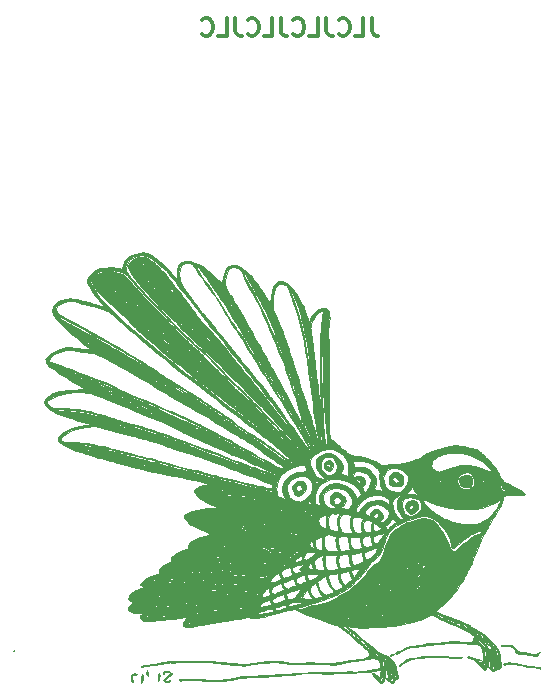
<source format=gbo>
G04 #@! TF.GenerationSoftware,KiCad,Pcbnew,(5.1.4-0)*
G04 #@! TF.CreationDate,2021-02-22T17:12:31+11:00*
G04 #@! TF.ProjectId,ahokore,61686f6b-6f72-4652-9e6b-696361645f70,rev?*
G04 #@! TF.SameCoordinates,Original*
G04 #@! TF.FileFunction,Legend,Bot*
G04 #@! TF.FilePolarity,Positive*
%FSLAX46Y46*%
G04 Gerber Fmt 4.6, Leading zero omitted, Abs format (unit mm)*
G04 Created by KiCad (PCBNEW (5.1.4-0)) date 2021-02-22 17:12:31*
%MOMM*%
%LPD*%
G04 APERTURE LIST*
%ADD10C,0.300000*%
%ADD11C,0.010000*%
%ADD12C,0.200000*%
%ADD13C,1.302000*%
%ADD14O,1.302000X1.852000*%
%ADD15C,2.352000*%
%ADD16C,1.352000*%
%ADD17C,3.531000*%
%ADD18C,2.134000*%
%ADD19C,1.092600*%
%ADD20C,1.803800*%
%ADD21C,2.102000*%
%ADD22C,3.602000*%
%ADD23R,1.626000X0.802000*%
%ADD24C,0.752000*%
%ADD25O,1.102000X2.202000*%
%ADD26O,1.102000X1.702000*%
%ADD27O,1.802000X1.802000*%
%ADD28R,1.802000X1.802000*%
G04 APERTURE END LIST*
D10*
X136928571Y-19178571D02*
X136928571Y-20250000D01*
X137000000Y-20464285D01*
X137142857Y-20607142D01*
X137357142Y-20678571D01*
X137500000Y-20678571D01*
X135500000Y-20678571D02*
X136214285Y-20678571D01*
X136214285Y-19178571D01*
X134142857Y-20535714D02*
X134214285Y-20607142D01*
X134428571Y-20678571D01*
X134571428Y-20678571D01*
X134785714Y-20607142D01*
X134928571Y-20464285D01*
X135000000Y-20321428D01*
X135071428Y-20035714D01*
X135071428Y-19821428D01*
X135000000Y-19535714D01*
X134928571Y-19392857D01*
X134785714Y-19250000D01*
X134571428Y-19178571D01*
X134428571Y-19178571D01*
X134214285Y-19250000D01*
X134142857Y-19321428D01*
X133071428Y-19178571D02*
X133071428Y-20250000D01*
X133142857Y-20464285D01*
X133285714Y-20607142D01*
X133500000Y-20678571D01*
X133642857Y-20678571D01*
X131642857Y-20678571D02*
X132357142Y-20678571D01*
X132357142Y-19178571D01*
X130285714Y-20535714D02*
X130357142Y-20607142D01*
X130571428Y-20678571D01*
X130714285Y-20678571D01*
X130928571Y-20607142D01*
X131071428Y-20464285D01*
X131142857Y-20321428D01*
X131214285Y-20035714D01*
X131214285Y-19821428D01*
X131142857Y-19535714D01*
X131071428Y-19392857D01*
X130928571Y-19250000D01*
X130714285Y-19178571D01*
X130571428Y-19178571D01*
X130357142Y-19250000D01*
X130285714Y-19321428D01*
X129214285Y-19178571D02*
X129214285Y-20250000D01*
X129285714Y-20464285D01*
X129428571Y-20607142D01*
X129642857Y-20678571D01*
X129785714Y-20678571D01*
X127785714Y-20678571D02*
X128500000Y-20678571D01*
X128500000Y-19178571D01*
X126428571Y-20535714D02*
X126500000Y-20607142D01*
X126714285Y-20678571D01*
X126857142Y-20678571D01*
X127071428Y-20607142D01*
X127214285Y-20464285D01*
X127285714Y-20321428D01*
X127357142Y-20035714D01*
X127357142Y-19821428D01*
X127285714Y-19535714D01*
X127214285Y-19392857D01*
X127071428Y-19250000D01*
X126857142Y-19178571D01*
X126714285Y-19178571D01*
X126500000Y-19250000D01*
X126428571Y-19321428D01*
X125357142Y-19178571D02*
X125357142Y-20250000D01*
X125428571Y-20464285D01*
X125571428Y-20607142D01*
X125785714Y-20678571D01*
X125928571Y-20678571D01*
X123928571Y-20678571D02*
X124642857Y-20678571D01*
X124642857Y-19178571D01*
X122571428Y-20535714D02*
X122642857Y-20607142D01*
X122857142Y-20678571D01*
X123000000Y-20678571D01*
X123214285Y-20607142D01*
X123357142Y-20464285D01*
X123428571Y-20321428D01*
X123500000Y-20035714D01*
X123500000Y-19821428D01*
X123428571Y-19535714D01*
X123357142Y-19392857D01*
X123214285Y-19250000D01*
X123000000Y-19178571D01*
X122857142Y-19178571D01*
X122642857Y-19250000D01*
X122571428Y-19321428D01*
D11*
G36*
X123718224Y-42028271D02*
G01*
X123752620Y-42057133D01*
X123781482Y-42022737D01*
X123747086Y-41993875D01*
X123718224Y-42028271D01*
X123718224Y-42028271D01*
G37*
X123718224Y-42028271D02*
X123752620Y-42057133D01*
X123781482Y-42022737D01*
X123747086Y-41993875D01*
X123718224Y-42028271D01*
G36*
X117816505Y-52286592D02*
G01*
X117828479Y-52323439D01*
X117862366Y-52325075D01*
X117912410Y-52297374D01*
X117900849Y-52279212D01*
X117825114Y-52278209D01*
X117816505Y-52286592D01*
X117816505Y-52286592D01*
G37*
X117816505Y-52286592D02*
X117828479Y-52323439D01*
X117862366Y-52325075D01*
X117912410Y-52297374D01*
X117900849Y-52279212D01*
X117825114Y-52278209D01*
X117816505Y-52286592D01*
G36*
X133105917Y-56659417D02*
G01*
X132931885Y-56804218D01*
X132851324Y-56985953D01*
X132856838Y-57174245D01*
X132941029Y-57338718D01*
X133096504Y-57448994D01*
X133304680Y-57475789D01*
X133478944Y-57415611D01*
X133601217Y-57318601D01*
X133688020Y-57127865D01*
X133667451Y-56922389D01*
X133665663Y-56919675D01*
X133365823Y-56945907D01*
X133359359Y-57059730D01*
X133292663Y-57151357D01*
X133186546Y-57125771D01*
X133134147Y-57080827D01*
X133091308Y-57001620D01*
X133158055Y-56927298D01*
X133171970Y-56917989D01*
X133298033Y-56880666D01*
X133365823Y-56945907D01*
X133665663Y-56919675D01*
X133547578Y-56740363D01*
X133465771Y-56677736D01*
X133320967Y-56607565D01*
X133198984Y-56616938D01*
X133105917Y-56659417D01*
X133105917Y-56659417D01*
G37*
X133105917Y-56659417D02*
X132931885Y-56804218D01*
X132851324Y-56985953D01*
X132856838Y-57174245D01*
X132941029Y-57338718D01*
X133096504Y-57448994D01*
X133304680Y-57475789D01*
X133478944Y-57415611D01*
X133601217Y-57318601D01*
X133688020Y-57127865D01*
X133667451Y-56922389D01*
X133665663Y-56919675D01*
X133365823Y-56945907D01*
X133359359Y-57059730D01*
X133292663Y-57151357D01*
X133186546Y-57125771D01*
X133134147Y-57080827D01*
X133091308Y-57001620D01*
X133158055Y-56927298D01*
X133171970Y-56917989D01*
X133298033Y-56880666D01*
X133365823Y-56945907D01*
X133665663Y-56919675D01*
X133547578Y-56740363D01*
X133465771Y-56677736D01*
X133320967Y-56607565D01*
X133198984Y-56616938D01*
X133105917Y-56659417D01*
G36*
X124845208Y-59766965D02*
G01*
X124857182Y-59803812D01*
X124891070Y-59805448D01*
X124941114Y-59777747D01*
X124929553Y-59759586D01*
X124853818Y-59758583D01*
X124845208Y-59766965D01*
X124845208Y-59766965D01*
G37*
X124845208Y-59766965D02*
X124857182Y-59803812D01*
X124891070Y-59805448D01*
X124941114Y-59777747D01*
X124929553Y-59759586D01*
X124853818Y-59758583D01*
X124845208Y-59766965D01*
G36*
X126222263Y-59720855D02*
G01*
X126256659Y-59749717D01*
X126285521Y-59715321D01*
X126251125Y-59686459D01*
X126222263Y-59720855D01*
X126222263Y-59720855D01*
G37*
X126222263Y-59720855D02*
X126256659Y-59749717D01*
X126285521Y-59715321D01*
X126251125Y-59686459D01*
X126222263Y-59720855D01*
G36*
X138731709Y-57635781D02*
G01*
X138673163Y-57670623D01*
X138506663Y-57837810D01*
X138405472Y-58094172D01*
X138368191Y-58358385D01*
X138393140Y-58576024D01*
X138509806Y-58720248D01*
X138725994Y-58796943D01*
X138972072Y-58813657D01*
X139195562Y-58800123D01*
X139345829Y-58751656D01*
X139467519Y-58659297D01*
X139573793Y-58529741D01*
X139610579Y-58379181D01*
X139607223Y-58284095D01*
X139225692Y-58317474D01*
X139214007Y-58392997D01*
X139134286Y-58482875D01*
X138995784Y-58492252D01*
X138837409Y-58421776D01*
X138792728Y-58385963D01*
X138677953Y-58267730D01*
X138658188Y-58183052D01*
X138725523Y-58091076D01*
X138734006Y-58082604D01*
X138826075Y-58026858D01*
X138948332Y-58047907D01*
X138995316Y-58066839D01*
X139169724Y-58178140D01*
X139225692Y-58317474D01*
X139607223Y-58284095D01*
X139605356Y-58231185D01*
X139568825Y-58032630D01*
X139480109Y-57879720D01*
X139348425Y-57748350D01*
X139135906Y-57599240D01*
X138941190Y-57562965D01*
X138731709Y-57635781D01*
X138731709Y-57635781D01*
G37*
X138731709Y-57635781D02*
X138673163Y-57670623D01*
X138506663Y-57837810D01*
X138405472Y-58094172D01*
X138368191Y-58358385D01*
X138393140Y-58576024D01*
X138509806Y-58720248D01*
X138725994Y-58796943D01*
X138972072Y-58813657D01*
X139195562Y-58800123D01*
X139345829Y-58751656D01*
X139467519Y-58659297D01*
X139573793Y-58529741D01*
X139610579Y-58379181D01*
X139607223Y-58284095D01*
X139225692Y-58317474D01*
X139214007Y-58392997D01*
X139134286Y-58482875D01*
X138995784Y-58492252D01*
X138837409Y-58421776D01*
X138792728Y-58385963D01*
X138677953Y-58267730D01*
X138658188Y-58183052D01*
X138725523Y-58091076D01*
X138734006Y-58082604D01*
X138826075Y-58026858D01*
X138948332Y-58047907D01*
X138995316Y-58066839D01*
X139169724Y-58178140D01*
X139225692Y-58317474D01*
X139607223Y-58284095D01*
X139605356Y-58231185D01*
X139568825Y-58032630D01*
X139480109Y-57879720D01*
X139348425Y-57748350D01*
X139135906Y-57599240D01*
X138941190Y-57562965D01*
X138731709Y-57635781D01*
G36*
X130658047Y-58373162D02*
G01*
X130478288Y-58469048D01*
X130315174Y-58630218D01*
X130202510Y-58815293D01*
X130172168Y-58967894D01*
X130224123Y-59158132D01*
X130329759Y-59355979D01*
X130458225Y-59510706D01*
X130533243Y-59561661D01*
X130684602Y-59605441D01*
X130831119Y-59585446D01*
X131022920Y-59496100D01*
X131238049Y-59313267D01*
X131358852Y-59067742D01*
X131368409Y-58906824D01*
X130987106Y-58940184D01*
X130986014Y-59085690D01*
X130942753Y-59156552D01*
X130773347Y-59223584D01*
X130612383Y-59184145D01*
X130573681Y-59152436D01*
X130500579Y-59012540D01*
X130510715Y-58861465D01*
X130584496Y-58734419D01*
X130702328Y-58666609D01*
X130832810Y-58686814D01*
X130931776Y-58789014D01*
X130987106Y-58940184D01*
X131368409Y-58906824D01*
X131375237Y-58791880D01*
X131309523Y-58577464D01*
X131189038Y-58456498D01*
X130993838Y-58377143D01*
X130773503Y-58354948D01*
X130658047Y-58373162D01*
X130658047Y-58373162D01*
G37*
X130658047Y-58373162D02*
X130478288Y-58469048D01*
X130315174Y-58630218D01*
X130202510Y-58815293D01*
X130172168Y-58967894D01*
X130224123Y-59158132D01*
X130329759Y-59355979D01*
X130458225Y-59510706D01*
X130533243Y-59561661D01*
X130684602Y-59605441D01*
X130831119Y-59585446D01*
X131022920Y-59496100D01*
X131238049Y-59313267D01*
X131358852Y-59067742D01*
X131368409Y-58906824D01*
X130987106Y-58940184D01*
X130986014Y-59085690D01*
X130942753Y-59156552D01*
X130773347Y-59223584D01*
X130612383Y-59184145D01*
X130573681Y-59152436D01*
X130500579Y-59012540D01*
X130510715Y-58861465D01*
X130584496Y-58734419D01*
X130702328Y-58666609D01*
X130832810Y-58686814D01*
X130931776Y-58789014D01*
X130987106Y-58940184D01*
X131368409Y-58906824D01*
X131375237Y-58791880D01*
X131309523Y-58577464D01*
X131189038Y-58456498D01*
X130993838Y-58377143D01*
X130773503Y-58354948D01*
X130658047Y-58373162D01*
G36*
X144595081Y-57896851D02*
G01*
X144424513Y-58014405D01*
X144353698Y-58137415D01*
X144332208Y-58384536D01*
X144394839Y-58617953D01*
X144517710Y-58778397D01*
X144707390Y-58864351D01*
X144939075Y-58884873D01*
X145163262Y-58843355D01*
X145330449Y-58743192D01*
X145349015Y-58721408D01*
X145418308Y-58553037D01*
X145433955Y-58338287D01*
X145421937Y-58262448D01*
X145218022Y-58280288D01*
X145195956Y-58314472D01*
X145115711Y-58240583D01*
X145113142Y-58237534D01*
X145042337Y-58124896D01*
X145037032Y-58056564D01*
X145096534Y-58057905D01*
X145166595Y-58137309D01*
X145213941Y-58253640D01*
X145218022Y-58280288D01*
X145421937Y-58262448D01*
X145400350Y-58126244D01*
X145351598Y-58026675D01*
X144813890Y-58073718D01*
X144771733Y-58121473D01*
X144759730Y-58130908D01*
X144648719Y-58196929D01*
X144592588Y-58192481D01*
X144601584Y-58144744D01*
X144687046Y-58081804D01*
X144742200Y-58069675D01*
X144813890Y-58073718D01*
X145351598Y-58026675D01*
X145321888Y-57965996D01*
X145277862Y-57926720D01*
X145059240Y-57844463D01*
X144819152Y-57837354D01*
X144595081Y-57896851D01*
X144595081Y-57896851D01*
G37*
X144595081Y-57896851D02*
X144424513Y-58014405D01*
X144353698Y-58137415D01*
X144332208Y-58384536D01*
X144394839Y-58617953D01*
X144517710Y-58778397D01*
X144707390Y-58864351D01*
X144939075Y-58884873D01*
X145163262Y-58843355D01*
X145330449Y-58743192D01*
X145349015Y-58721408D01*
X145418308Y-58553037D01*
X145433955Y-58338287D01*
X145421937Y-58262448D01*
X145218022Y-58280288D01*
X145195956Y-58314472D01*
X145115711Y-58240583D01*
X145113142Y-58237534D01*
X145042337Y-58124896D01*
X145037032Y-58056564D01*
X145096534Y-58057905D01*
X145166595Y-58137309D01*
X145213941Y-58253640D01*
X145218022Y-58280288D01*
X145421937Y-58262448D01*
X145400350Y-58126244D01*
X145351598Y-58026675D01*
X144813890Y-58073718D01*
X144771733Y-58121473D01*
X144759730Y-58130908D01*
X144648719Y-58196929D01*
X144592588Y-58192481D01*
X144601584Y-58144744D01*
X144687046Y-58081804D01*
X144742200Y-58069675D01*
X144813890Y-58073718D01*
X145351598Y-58026675D01*
X145321888Y-57965996D01*
X145277862Y-57926720D01*
X145059240Y-57844463D01*
X144819152Y-57837354D01*
X144595081Y-57896851D01*
G36*
X130105115Y-61601515D02*
G01*
X130117089Y-61638362D01*
X130150977Y-61639998D01*
X130201021Y-61612297D01*
X130189460Y-61594136D01*
X130113725Y-61593133D01*
X130105115Y-61601515D01*
X130105115Y-61601515D01*
G37*
X130105115Y-61601515D02*
X130117089Y-61638362D01*
X130150977Y-61639998D01*
X130201021Y-61612297D01*
X130189460Y-61594136D01*
X130113725Y-61593133D01*
X130105115Y-61601515D01*
G36*
X140114894Y-60038348D02*
G01*
X139957963Y-60162727D01*
X139835155Y-60344792D01*
X139757866Y-60575985D01*
X139804247Y-60786359D01*
X139968187Y-60977234D01*
X140115837Y-61087212D01*
X140239628Y-61124191D01*
X140392539Y-61094911D01*
X140522043Y-61047664D01*
X140701388Y-60917189D01*
X140830379Y-60709240D01*
X140880656Y-60477772D01*
X140437370Y-60516555D01*
X140400018Y-60639799D01*
X140379539Y-60668624D01*
X140257779Y-60751449D01*
X140148313Y-60717033D01*
X140107955Y-60659007D01*
X140110259Y-60540231D01*
X140197726Y-60428056D01*
X140334289Y-60366926D01*
X140346087Y-60365586D01*
X140417481Y-60407824D01*
X140437370Y-60516555D01*
X140880656Y-60477772D01*
X140882092Y-60471161D01*
X140880272Y-60417668D01*
X140805771Y-60224716D01*
X140644082Y-60072594D01*
X140434578Y-59991513D01*
X140319657Y-59987470D01*
X140114894Y-60038348D01*
X140114894Y-60038348D01*
G37*
X140114894Y-60038348D02*
X139957963Y-60162727D01*
X139835155Y-60344792D01*
X139757866Y-60575985D01*
X139804247Y-60786359D01*
X139968187Y-60977234D01*
X140115837Y-61087212D01*
X140239628Y-61124191D01*
X140392539Y-61094911D01*
X140522043Y-61047664D01*
X140701388Y-60917189D01*
X140830379Y-60709240D01*
X140880656Y-60477772D01*
X140437370Y-60516555D01*
X140400018Y-60639799D01*
X140379539Y-60668624D01*
X140257779Y-60751449D01*
X140148313Y-60717033D01*
X140107955Y-60659007D01*
X140110259Y-60540231D01*
X140197726Y-60428056D01*
X140334289Y-60366926D01*
X140346087Y-60365586D01*
X140417481Y-60407824D01*
X140437370Y-60516555D01*
X140880656Y-60477772D01*
X140882092Y-60471161D01*
X140880272Y-60417668D01*
X140805771Y-60224716D01*
X140644082Y-60072594D01*
X140434578Y-59991513D01*
X140319657Y-59987470D01*
X140114894Y-60038348D01*
G36*
X123755020Y-65216999D02*
G01*
X123749093Y-65240783D01*
X123836884Y-65241987D01*
X123925818Y-65224189D01*
X123913166Y-65203163D01*
X123782923Y-65206139D01*
X123755020Y-65216999D01*
X123755020Y-65216999D01*
G37*
X123755020Y-65216999D02*
X123749093Y-65240783D01*
X123836884Y-65241987D01*
X123925818Y-65224189D01*
X123913166Y-65203163D01*
X123782923Y-65206139D01*
X123755020Y-65216999D01*
G36*
X140903406Y-66398154D02*
G01*
X140841173Y-66462853D01*
X140836762Y-66477576D01*
X140869058Y-66500949D01*
X140926465Y-66437222D01*
X140933742Y-66423609D01*
X140937411Y-66379669D01*
X140903406Y-66398154D01*
X140903406Y-66398154D01*
G37*
X140903406Y-66398154D02*
X140841173Y-66462853D01*
X140836762Y-66477576D01*
X140869058Y-66500949D01*
X140926465Y-66437222D01*
X140933742Y-66423609D01*
X140937411Y-66379669D01*
X140903406Y-66398154D01*
G36*
X144967155Y-70701916D02*
G01*
X145001552Y-70730778D01*
X145030414Y-70696382D01*
X144996017Y-70667520D01*
X144967155Y-70701916D01*
X144967155Y-70701916D01*
G37*
X144967155Y-70701916D02*
X145001552Y-70730778D01*
X145030414Y-70696382D01*
X144996017Y-70667520D01*
X144967155Y-70701916D01*
G36*
X134721680Y-70897111D02*
G01*
X134756077Y-70925973D01*
X134784939Y-70891577D01*
X134750542Y-70862715D01*
X134721680Y-70897111D01*
X134721680Y-70897111D01*
G37*
X134721680Y-70897111D02*
X134756077Y-70925973D01*
X134784939Y-70891577D01*
X134750542Y-70862715D01*
X134721680Y-70897111D01*
G36*
X134948714Y-71077778D02*
G01*
X134962455Y-71099145D01*
X135027344Y-71154342D01*
X135038715Y-71156216D01*
X135039456Y-71114976D01*
X135025713Y-71093611D01*
X134960826Y-71038413D01*
X134949454Y-71036540D01*
X134948714Y-71077778D01*
X134948714Y-71077778D01*
G37*
X134948714Y-71077778D02*
X134962455Y-71099145D01*
X135027344Y-71154342D01*
X135038715Y-71156216D01*
X135039456Y-71114976D01*
X135025713Y-71093611D01*
X134960826Y-71038413D01*
X134949454Y-71036540D01*
X134948714Y-71077778D01*
G36*
X135155092Y-71250950D02*
G01*
X135168833Y-71272317D01*
X135233722Y-71327514D01*
X135245094Y-71329388D01*
X135245834Y-71288148D01*
X135232092Y-71266783D01*
X135167204Y-71211585D01*
X135155832Y-71209712D01*
X135155092Y-71250950D01*
X135155092Y-71250950D01*
G37*
X135155092Y-71250950D02*
X135168833Y-71272317D01*
X135233722Y-71327514D01*
X135245094Y-71329388D01*
X135245834Y-71288148D01*
X135232092Y-71266783D01*
X135167204Y-71211585D01*
X135155832Y-71209712D01*
X135155092Y-71250950D01*
G36*
X135615986Y-71647523D02*
G01*
X135650383Y-71676385D01*
X135679245Y-71641988D01*
X135644848Y-71613126D01*
X135615986Y-71647523D01*
X135615986Y-71647523D01*
G37*
X135615986Y-71647523D02*
X135650383Y-71676385D01*
X135679245Y-71641988D01*
X135644848Y-71613126D01*
X135615986Y-71647523D01*
G36*
X135965484Y-71999401D02*
G01*
X135999881Y-72028263D01*
X136028743Y-71993867D01*
X135994346Y-71965005D01*
X135965484Y-71999401D01*
X135965484Y-71999401D01*
G37*
X135965484Y-71999401D02*
X135999881Y-72028263D01*
X136028743Y-71993867D01*
X135994346Y-71965005D01*
X135965484Y-71999401D01*
G36*
X136509885Y-72337141D02*
G01*
X136506872Y-72358838D01*
X136560859Y-72444226D01*
X136579085Y-72455658D01*
X136637217Y-72447658D01*
X136640229Y-72425961D01*
X136586243Y-72340573D01*
X136568016Y-72329142D01*
X136509885Y-72337141D01*
X136509885Y-72337141D01*
G37*
X136509885Y-72337141D02*
X136506872Y-72358838D01*
X136560859Y-72444226D01*
X136579085Y-72455658D01*
X136637217Y-72447658D01*
X136640229Y-72425961D01*
X136586243Y-72340573D01*
X136568016Y-72329142D01*
X136509885Y-72337141D01*
G36*
X136731300Y-72495459D02*
G01*
X136730297Y-72571195D01*
X136738679Y-72579804D01*
X136775527Y-72567830D01*
X136777161Y-72533943D01*
X136749461Y-72483899D01*
X136731300Y-72495459D01*
X136731300Y-72495459D01*
G37*
X136731300Y-72495459D02*
X136730297Y-72571195D01*
X136738679Y-72579804D01*
X136775527Y-72567830D01*
X136777161Y-72533943D01*
X136749461Y-72483899D01*
X136731300Y-72495459D01*
G36*
X137192685Y-72911916D02*
G01*
X137227082Y-72940778D01*
X137255944Y-72906381D01*
X137221547Y-72877519D01*
X137192685Y-72911916D01*
X137192685Y-72911916D01*
G37*
X137192685Y-72911916D02*
X137227082Y-72940778D01*
X137255944Y-72906381D01*
X137221547Y-72877519D01*
X137192685Y-72911916D01*
G36*
X138800617Y-74290437D02*
G01*
X138799614Y-74366173D01*
X138807996Y-74374782D01*
X138844844Y-74362808D01*
X138846478Y-74328920D01*
X138818778Y-74278876D01*
X138800617Y-74290437D01*
X138800617Y-74290437D01*
G37*
X138800617Y-74290437D02*
X138799614Y-74366173D01*
X138807996Y-74374782D01*
X138844844Y-74362808D01*
X138846478Y-74328920D01*
X138818778Y-74278876D01*
X138800617Y-74290437D01*
G36*
X147034092Y-73198270D02*
G01*
X147068489Y-73227132D01*
X147097351Y-73192736D01*
X147062954Y-73163874D01*
X147034092Y-73198270D01*
X147034092Y-73198270D01*
G37*
X147034092Y-73198270D02*
X147068489Y-73227132D01*
X147097351Y-73192736D01*
X147062954Y-73163874D01*
X147034092Y-73198270D01*
G36*
X146290487Y-71620346D02*
G01*
X146320759Y-71647540D01*
X146326661Y-71638492D01*
X146290487Y-71620346D01*
X146290487Y-71620346D01*
G37*
X146290487Y-71620346D02*
X146320759Y-71647540D01*
X146326661Y-71638492D01*
X146290487Y-71620346D01*
G36*
X146326661Y-71638492D02*
G01*
X146690497Y-71820991D01*
X146556229Y-71690268D01*
X146441773Y-71604825D01*
X146360894Y-71586014D01*
X146326661Y-71638492D01*
X146326661Y-71638492D01*
G37*
X146326661Y-71638492D02*
X146690497Y-71820991D01*
X146556229Y-71690268D01*
X146441773Y-71604825D01*
X146360894Y-71586014D01*
X146326661Y-71638492D01*
G36*
X146307724Y-71667523D02*
G01*
X146310837Y-71800137D01*
X146363877Y-71924488D01*
X146401049Y-71961050D01*
X146519567Y-72017343D01*
X146627747Y-72033671D01*
X146674448Y-72002642D01*
X146674335Y-72000548D01*
X146629256Y-71937727D01*
X146615688Y-71924003D01*
X146461959Y-71937452D01*
X146453667Y-71942329D01*
X146392042Y-71902846D01*
X146377407Y-71885258D01*
X146356113Y-71827528D01*
X146364406Y-71822653D01*
X146426030Y-71862134D01*
X146440665Y-71879723D01*
X146461959Y-71937452D01*
X146615688Y-71924003D01*
X146521008Y-71828236D01*
X146480732Y-71791255D01*
X146320759Y-71647540D01*
X146307724Y-71667523D01*
X146307724Y-71667523D01*
G37*
X146307724Y-71667523D02*
X146310837Y-71800137D01*
X146363877Y-71924488D01*
X146401049Y-71961050D01*
X146519567Y-72017343D01*
X146627747Y-72033671D01*
X146674448Y-72002642D01*
X146674335Y-72000548D01*
X146629256Y-71937727D01*
X146615688Y-71924003D01*
X146461959Y-71937452D01*
X146453667Y-71942329D01*
X146392042Y-71902846D01*
X146377407Y-71885258D01*
X146356113Y-71827528D01*
X146364406Y-71822653D01*
X146426030Y-71862134D01*
X146440665Y-71879723D01*
X146461959Y-71937452D01*
X146615688Y-71924003D01*
X146521008Y-71828236D01*
X146480732Y-71791255D01*
X146320759Y-71647540D01*
X146307724Y-71667523D01*
G36*
X138133646Y-73467018D02*
G01*
X138168043Y-73495880D01*
X138196905Y-73461484D01*
X138162508Y-73432622D01*
X138133646Y-73467018D01*
X138133646Y-73467018D01*
G37*
X138133646Y-73467018D02*
X138168043Y-73495880D01*
X138196905Y-73461484D01*
X138162508Y-73432622D01*
X138133646Y-73467018D01*
G36*
X106579623Y-72721797D02*
G01*
X106614020Y-72750659D01*
X106642882Y-72716262D01*
X106608485Y-72687400D01*
X106579623Y-72721797D01*
X106579623Y-72721797D01*
G37*
X106579623Y-72721797D02*
X106614020Y-72750659D01*
X106642882Y-72716262D01*
X106608485Y-72687400D01*
X106579623Y-72721797D01*
G36*
X117885332Y-74423973D02*
G01*
X117859321Y-74527136D01*
X117860402Y-74661319D01*
X117892434Y-74779278D01*
X117902183Y-74795729D01*
X117948534Y-74841294D01*
X117971636Y-74788314D01*
X117979520Y-74662226D01*
X117971460Y-74501785D01*
X117942820Y-74406355D01*
X117934578Y-74399078D01*
X117885332Y-74423973D01*
X117885332Y-74423973D01*
G37*
X117885332Y-74423973D02*
X117859321Y-74527136D01*
X117860402Y-74661319D01*
X117892434Y-74779278D01*
X117902183Y-74795729D01*
X117948534Y-74841294D01*
X117971636Y-74788314D01*
X117979520Y-74662226D01*
X117971460Y-74501785D01*
X117942820Y-74406355D01*
X117934578Y-74399078D01*
X117885332Y-74423973D01*
G36*
X138660052Y-73008697D02*
G01*
X138658622Y-73009244D01*
X138493912Y-73080145D01*
X138437380Y-73130126D01*
X138474915Y-73172531D01*
X138482016Y-73176226D01*
X138566629Y-73163373D01*
X138582632Y-73141934D01*
X138667725Y-73080051D01*
X138739524Y-73063426D01*
X138838085Y-73029278D01*
X138857159Y-72993841D01*
X138801340Y-72971088D01*
X138660052Y-73008697D01*
X138660052Y-73008697D01*
G37*
X138660052Y-73008697D02*
X138658622Y-73009244D01*
X138493912Y-73080145D01*
X138437380Y-73130126D01*
X138474915Y-73172531D01*
X138482016Y-73176226D01*
X138566629Y-73163373D01*
X138582632Y-73141934D01*
X138667725Y-73080051D01*
X138739524Y-73063426D01*
X138838085Y-73029278D01*
X138857159Y-72993841D01*
X138801340Y-72971088D01*
X138660052Y-73008697D01*
G36*
X116689257Y-74690268D02*
G01*
X116566296Y-74752991D01*
X116518890Y-74808625D01*
X116507506Y-74915285D01*
X116529291Y-75063479D01*
X116572772Y-75218541D01*
X116626479Y-75345808D01*
X116678940Y-75410616D01*
X116712528Y-75393751D01*
X116715690Y-75284405D01*
X116673015Y-75154551D01*
X116597645Y-74966437D01*
X116604986Y-74857785D01*
X116703230Y-74805220D01*
X116800165Y-74791644D01*
X116945116Y-74762951D01*
X117014849Y-74717484D01*
X117016034Y-74709015D01*
X116959986Y-74659091D01*
X116835774Y-74655905D01*
X116689257Y-74690268D01*
X116689257Y-74690268D01*
G37*
X116689257Y-74690268D02*
X116566296Y-74752991D01*
X116518890Y-74808625D01*
X116507506Y-74915285D01*
X116529291Y-75063479D01*
X116572772Y-75218541D01*
X116626479Y-75345808D01*
X116678940Y-75410616D01*
X116712528Y-75393751D01*
X116715690Y-75284405D01*
X116673015Y-75154551D01*
X116597645Y-74966437D01*
X116604986Y-74857785D01*
X116703230Y-74805220D01*
X116800165Y-74791644D01*
X116945116Y-74762951D01*
X117014849Y-74717484D01*
X117016034Y-74709015D01*
X116959986Y-74659091D01*
X116835774Y-74655905D01*
X116689257Y-74690268D01*
G36*
X117470041Y-74704353D02*
G01*
X117444015Y-74790373D01*
X117424040Y-74946434D01*
X117412137Y-75130418D01*
X117410324Y-75300207D01*
X117420619Y-75413681D01*
X117434915Y-75437279D01*
X117472154Y-75381834D01*
X117512625Y-75266974D01*
X117537552Y-75119852D01*
X117543073Y-74953636D01*
X117531937Y-74804635D01*
X117506895Y-74709159D01*
X117470693Y-74703518D01*
X117470041Y-74704353D01*
X117470041Y-74704353D01*
G37*
X117470041Y-74704353D02*
X117444015Y-74790373D01*
X117424040Y-74946434D01*
X117412137Y-75130418D01*
X117410324Y-75300207D01*
X117420619Y-75413681D01*
X117434915Y-75437279D01*
X117472154Y-75381834D01*
X117512625Y-75266974D01*
X117537552Y-75119852D01*
X117543073Y-74953636D01*
X117531937Y-74804635D01*
X117506895Y-74709159D01*
X117470693Y-74703518D01*
X117470041Y-74704353D01*
G36*
X118860739Y-74666879D02*
G01*
X118839907Y-74781071D01*
X118818956Y-74995801D01*
X118809814Y-75109827D01*
X118819516Y-75263868D01*
X118862823Y-75308663D01*
X118912691Y-75239745D01*
X118935954Y-75130663D01*
X118956091Y-74959037D01*
X118968373Y-74848041D01*
X118945199Y-74708743D01*
X118920965Y-74664285D01*
X118886182Y-74634269D01*
X118860739Y-74666879D01*
X118860739Y-74666879D01*
G37*
X118860739Y-74666879D02*
X118839907Y-74781071D01*
X118818956Y-74995801D01*
X118809814Y-75109827D01*
X118819516Y-75263868D01*
X118862823Y-75308663D01*
X118912691Y-75239745D01*
X118935954Y-75130663D01*
X118956091Y-74959037D01*
X118968373Y-74848041D01*
X118945199Y-74708743D01*
X118920965Y-74664285D01*
X118886182Y-74634269D01*
X118860739Y-74666879D01*
G36*
X119308824Y-74456031D02*
G01*
X119242122Y-74507435D01*
X119235612Y-74578570D01*
X119272638Y-74678884D01*
X119313672Y-74699226D01*
X119348063Y-74657165D01*
X119336034Y-74633527D01*
X119335942Y-74569613D01*
X119357704Y-74559920D01*
X119481434Y-74532786D01*
X119502097Y-74528041D01*
X119617203Y-74531703D01*
X119755422Y-74569131D01*
X119858560Y-74621443D01*
X119879325Y-74650440D01*
X119834640Y-74708838D01*
X119714910Y-74815503D01*
X119584054Y-74918379D01*
X119424473Y-75048709D01*
X119318183Y-75156025D01*
X119290532Y-75206314D01*
X119353127Y-75288563D01*
X119491073Y-75345334D01*
X119653668Y-75366654D01*
X119790217Y-75342549D01*
X119831022Y-75312636D01*
X119868595Y-75226489D01*
X119832011Y-75194904D01*
X119773744Y-75230119D01*
X119664090Y-75280289D01*
X119531613Y-75278654D01*
X119434228Y-75231255D01*
X119416842Y-75192879D01*
X119461271Y-75120249D01*
X119577480Y-75022172D01*
X119601677Y-75005712D01*
X119769208Y-74879319D01*
X119907009Y-74749795D01*
X119908132Y-74748524D01*
X119984629Y-74650892D01*
X119972876Y-74589054D01*
X119870463Y-74512785D01*
X119683596Y-74442586D01*
X119470569Y-74430529D01*
X119308824Y-74456031D01*
X119308824Y-74456031D01*
G37*
X119308824Y-74456031D02*
X119242122Y-74507435D01*
X119235612Y-74578570D01*
X119272638Y-74678884D01*
X119313672Y-74699226D01*
X119348063Y-74657165D01*
X119336034Y-74633527D01*
X119335942Y-74569613D01*
X119357704Y-74559920D01*
X119481434Y-74532786D01*
X119502097Y-74528041D01*
X119617203Y-74531703D01*
X119755422Y-74569131D01*
X119858560Y-74621443D01*
X119879325Y-74650440D01*
X119834640Y-74708838D01*
X119714910Y-74815503D01*
X119584054Y-74918379D01*
X119424473Y-75048709D01*
X119318183Y-75156025D01*
X119290532Y-75206314D01*
X119353127Y-75288563D01*
X119491073Y-75345334D01*
X119653668Y-75366654D01*
X119790217Y-75342549D01*
X119831022Y-75312636D01*
X119868595Y-75226489D01*
X119832011Y-75194904D01*
X119773744Y-75230119D01*
X119664090Y-75280289D01*
X119531613Y-75278654D01*
X119434228Y-75231255D01*
X119416842Y-75192879D01*
X119461271Y-75120249D01*
X119577480Y-75022172D01*
X119601677Y-75005712D01*
X119769208Y-74879319D01*
X119907009Y-74749795D01*
X119908132Y-74748524D01*
X119984629Y-74650892D01*
X119972876Y-74589054D01*
X119870463Y-74512785D01*
X119683596Y-74442586D01*
X119470569Y-74430529D01*
X119308824Y-74456031D01*
G36*
X140907824Y-73248976D02*
G01*
X140860764Y-73260808D01*
X140587048Y-73322513D01*
X140284643Y-73371579D01*
X140162343Y-73385144D01*
X139907470Y-73424052D01*
X139760285Y-73489479D01*
X139727871Y-73523978D01*
X139624668Y-73627108D01*
X139468221Y-73740305D01*
X139442199Y-73756134D01*
X139300518Y-73856713D01*
X139218025Y-73947242D01*
X139212081Y-73962286D01*
X139225264Y-74030206D01*
X139318934Y-74001646D01*
X139447516Y-73913005D01*
X139610089Y-73785301D01*
X139760082Y-73664230D01*
X139919858Y-73574066D01*
X140140097Y-73497350D01*
X140253197Y-73471911D01*
X140753610Y-73386416D01*
X141156773Y-73325267D01*
X141489512Y-73285702D01*
X141778652Y-73264966D01*
X142051016Y-73260298D01*
X142259294Y-73265638D01*
X142592749Y-73278327D01*
X142941849Y-73290385D01*
X143244328Y-73299693D01*
X143314190Y-73301569D01*
X143576908Y-73314448D01*
X143820653Y-73336770D01*
X143978625Y-73361084D01*
X144148669Y-73377051D01*
X144329271Y-73363170D01*
X144477830Y-73326766D01*
X144551739Y-73275166D01*
X144553725Y-73262198D01*
X144495087Y-73241477D01*
X144351899Y-73238112D01*
X144281074Y-73242246D01*
X144104851Y-73246628D01*
X143842096Y-73241627D01*
X143532843Y-73228380D01*
X143306578Y-73214564D01*
X142686135Y-73180566D01*
X142118805Y-73167334D01*
X141621822Y-73174543D01*
X141212416Y-73201865D01*
X140907824Y-73248976D01*
X140907824Y-73248976D01*
G37*
X140907824Y-73248976D02*
X140860764Y-73260808D01*
X140587048Y-73322513D01*
X140284643Y-73371579D01*
X140162343Y-73385144D01*
X139907470Y-73424052D01*
X139760285Y-73489479D01*
X139727871Y-73523978D01*
X139624668Y-73627108D01*
X139468221Y-73740305D01*
X139442199Y-73756134D01*
X139300518Y-73856713D01*
X139218025Y-73947242D01*
X139212081Y-73962286D01*
X139225264Y-74030206D01*
X139318934Y-74001646D01*
X139447516Y-73913005D01*
X139610089Y-73785301D01*
X139760082Y-73664230D01*
X139919858Y-73574066D01*
X140140097Y-73497350D01*
X140253197Y-73471911D01*
X140753610Y-73386416D01*
X141156773Y-73325267D01*
X141489512Y-73285702D01*
X141778652Y-73264966D01*
X142051016Y-73260298D01*
X142259294Y-73265638D01*
X142592749Y-73278327D01*
X142941849Y-73290385D01*
X143244328Y-73299693D01*
X143314190Y-73301569D01*
X143576908Y-73314448D01*
X143820653Y-73336770D01*
X143978625Y-73361084D01*
X144148669Y-73377051D01*
X144329271Y-73363170D01*
X144477830Y-73326766D01*
X144551739Y-73275166D01*
X144553725Y-73262198D01*
X144495087Y-73241477D01*
X144351899Y-73238112D01*
X144281074Y-73242246D01*
X144104851Y-73246628D01*
X143842096Y-73241627D01*
X143532843Y-73228380D01*
X143306578Y-73214564D01*
X142686135Y-73180566D01*
X142118805Y-73167334D01*
X141621822Y-73174543D01*
X141212416Y-73201865D01*
X140907824Y-73248976D01*
G36*
X147951784Y-72243876D02*
G01*
X147861206Y-72282303D01*
X147890178Y-72309318D01*
X147949346Y-72327643D01*
X148088479Y-72345732D01*
X148290538Y-72347636D01*
X148380432Y-72342960D01*
X148609368Y-72346038D01*
X148774518Y-72405387D01*
X148853029Y-72462553D01*
X148970422Y-72584960D01*
X149029196Y-72692462D01*
X149030237Y-72699722D01*
X149090802Y-72798230D01*
X149226803Y-72900585D01*
X149392983Y-72983108D01*
X149544081Y-73022119D01*
X149620408Y-73008492D01*
X149737979Y-72989085D01*
X149954124Y-73013524D01*
X150167140Y-73059077D01*
X150473763Y-73127161D01*
X150689877Y-73153397D01*
X150845142Y-73137019D01*
X150969220Y-73077262D01*
X151021583Y-73037023D01*
X151128310Y-72924865D01*
X151138842Y-72864708D01*
X151060213Y-72875263D01*
X150977754Y-72920374D01*
X150832909Y-72998139D01*
X150690783Y-73029377D01*
X150514959Y-73014206D01*
X150269021Y-72952739D01*
X150168330Y-72922939D01*
X149946428Y-72865744D01*
X149765534Y-72836816D01*
X149667354Y-72841885D01*
X149498419Y-72859978D01*
X149312892Y-72783070D01*
X149150015Y-72630228D01*
X149110885Y-72571485D01*
X149001564Y-72418703D01*
X148893578Y-72317699D01*
X148874645Y-72307524D01*
X148716441Y-72266037D01*
X148492016Y-72236358D01*
X148252446Y-72222009D01*
X148048807Y-72226513D01*
X147951784Y-72243876D01*
X147951784Y-72243876D01*
G37*
X147951784Y-72243876D02*
X147861206Y-72282303D01*
X147890178Y-72309318D01*
X147949346Y-72327643D01*
X148088479Y-72345732D01*
X148290538Y-72347636D01*
X148380432Y-72342960D01*
X148609368Y-72346038D01*
X148774518Y-72405387D01*
X148853029Y-72462553D01*
X148970422Y-72584960D01*
X149029196Y-72692462D01*
X149030237Y-72699722D01*
X149090802Y-72798230D01*
X149226803Y-72900585D01*
X149392983Y-72983108D01*
X149544081Y-73022119D01*
X149620408Y-73008492D01*
X149737979Y-72989085D01*
X149954124Y-73013524D01*
X150167140Y-73059077D01*
X150473763Y-73127161D01*
X150689877Y-73153397D01*
X150845142Y-73137019D01*
X150969220Y-73077262D01*
X151021583Y-73037023D01*
X151128310Y-72924865D01*
X151138842Y-72864708D01*
X151060213Y-72875263D01*
X150977754Y-72920374D01*
X150832909Y-72998139D01*
X150690783Y-73029377D01*
X150514959Y-73014206D01*
X150269021Y-72952739D01*
X150168330Y-72922939D01*
X149946428Y-72865744D01*
X149765534Y-72836816D01*
X149667354Y-72841885D01*
X149498419Y-72859978D01*
X149312892Y-72783070D01*
X149150015Y-72630228D01*
X149110885Y-72571485D01*
X149001564Y-72418703D01*
X148893578Y-72317699D01*
X148874645Y-72307524D01*
X148716441Y-72266037D01*
X148492016Y-72236358D01*
X148252446Y-72222009D01*
X148048807Y-72226513D01*
X147951784Y-72243876D01*
G36*
X148245113Y-73743703D02*
G01*
X148104588Y-73803027D01*
X148049849Y-73878401D01*
X148050008Y-73881534D01*
X148101115Y-73953077D01*
X148201545Y-73945239D01*
X148281882Y-73883671D01*
X148378593Y-73848416D01*
X148568093Y-73835969D01*
X148818632Y-73844242D01*
X149098463Y-73871150D01*
X149375837Y-73914608D01*
X149614696Y-73971245D01*
X149840564Y-74024968D01*
X150132864Y-74076857D01*
X150431330Y-74116328D01*
X150453912Y-74118657D01*
X150711444Y-74149140D01*
X150930470Y-74183335D01*
X151071598Y-74214881D01*
X151089229Y-74221235D01*
X151186866Y-74240110D01*
X151202138Y-74210082D01*
X151189163Y-74165199D01*
X151145284Y-74131173D01*
X151049422Y-74102849D01*
X150880492Y-74075068D01*
X150617413Y-74042673D01*
X150432989Y-74021911D01*
X150136683Y-73983917D01*
X149870049Y-73940596D01*
X149669880Y-73898383D01*
X149594406Y-73875233D01*
X149398011Y-73819522D01*
X149127626Y-73773014D01*
X148827638Y-73740034D01*
X148542431Y-73724909D01*
X148316394Y-73731967D01*
X148245113Y-73743703D01*
X148245113Y-73743703D01*
G37*
X148245113Y-73743703D02*
X148104588Y-73803027D01*
X148049849Y-73878401D01*
X148050008Y-73881534D01*
X148101115Y-73953077D01*
X148201545Y-73945239D01*
X148281882Y-73883671D01*
X148378593Y-73848416D01*
X148568093Y-73835969D01*
X148818632Y-73844242D01*
X149098463Y-73871150D01*
X149375837Y-73914608D01*
X149614696Y-73971245D01*
X149840564Y-74024968D01*
X150132864Y-74076857D01*
X150431330Y-74116328D01*
X150453912Y-74118657D01*
X150711444Y-74149140D01*
X150930470Y-74183335D01*
X151071598Y-74214881D01*
X151089229Y-74221235D01*
X151186866Y-74240110D01*
X151202138Y-74210082D01*
X151189163Y-74165199D01*
X151145284Y-74131173D01*
X151049422Y-74102849D01*
X150880492Y-74075068D01*
X150617413Y-74042673D01*
X150432989Y-74021911D01*
X150136683Y-73983917D01*
X149870049Y-73940596D01*
X149669880Y-73898383D01*
X149594406Y-73875233D01*
X149398011Y-73819522D01*
X149127626Y-73773014D01*
X148827638Y-73740034D01*
X148542431Y-73724909D01*
X148316394Y-73731967D01*
X148245113Y-73743703D01*
G36*
X116864275Y-39106912D02*
G01*
X116469368Y-39279454D01*
X116160502Y-39531229D01*
X115947078Y-39854931D01*
X115848518Y-40176611D01*
X115801666Y-40445213D01*
X115458969Y-40344834D01*
X115239941Y-40295711D01*
X114994038Y-40274921D01*
X114683573Y-40280635D01*
X114451480Y-40295960D01*
X114138673Y-40323525D01*
X113917636Y-40354591D01*
X113753243Y-40397806D01*
X113610368Y-40461822D01*
X113489571Y-40532816D01*
X113256597Y-40719376D01*
X113055398Y-40955219D01*
X112908821Y-41206072D01*
X112839716Y-41437660D01*
X112838215Y-41509862D01*
X112882301Y-41647038D01*
X112989497Y-41859419D01*
X113143883Y-42122792D01*
X113329543Y-42412945D01*
X113530561Y-42705666D01*
X113731015Y-42976743D01*
X113914991Y-43201961D01*
X114031806Y-43325474D01*
X114189043Y-43481445D01*
X114249110Y-43563237D01*
X114210997Y-43579632D01*
X114073693Y-43539412D01*
X114009831Y-43516454D01*
X113766594Y-43436881D01*
X113416614Y-43336245D01*
X112977495Y-43219316D01*
X112466838Y-43090867D01*
X112204476Y-43027238D01*
X111874881Y-42952678D01*
X111626900Y-42910694D01*
X111420398Y-42897744D01*
X111215236Y-42910278D01*
X111080294Y-42927939D01*
X110654248Y-43031385D01*
X110313866Y-43198452D01*
X110067513Y-43419388D01*
X109923549Y-43684445D01*
X109890334Y-43983872D01*
X109950543Y-44245400D01*
X110039922Y-44398204D01*
X110210304Y-44615273D01*
X110445044Y-44879673D01*
X110727497Y-45174469D01*
X111041018Y-45482723D01*
X111368961Y-45787502D01*
X111694681Y-46071867D01*
X111947350Y-46277088D01*
X112157283Y-46440912D01*
X112328100Y-46574548D01*
X112435933Y-46659305D01*
X112459902Y-46678444D01*
X112523433Y-46728520D01*
X112660571Y-46835253D01*
X112844389Y-46977697D01*
X112888846Y-47012077D01*
X113054393Y-47148159D01*
X113152076Y-47245265D01*
X113167185Y-47287935D01*
X113150670Y-47287245D01*
X112819983Y-47221843D01*
X112445187Y-47161411D01*
X112059130Y-47109845D01*
X111694659Y-47071040D01*
X111384623Y-47048891D01*
X111161867Y-47047294D01*
X111140468Y-47048849D01*
X110767689Y-47113250D01*
X110378335Y-47234239D01*
X110009244Y-47395938D01*
X109697248Y-47582469D01*
X109496606Y-47757440D01*
X109366817Y-47913362D01*
X109310437Y-48024305D01*
X109313188Y-48137160D01*
X109345867Y-48252512D01*
X109457880Y-48465490D01*
X109643374Y-48680124D01*
X109685706Y-48718362D01*
X109836886Y-48834352D01*
X110075676Y-49000348D01*
X110379974Y-49202385D01*
X110727679Y-49426495D01*
X111096686Y-49658716D01*
X111464896Y-49885081D01*
X111810206Y-50091627D01*
X112110513Y-50264387D01*
X112271282Y-50352038D01*
X112467618Y-50456713D01*
X112610870Y-50535148D01*
X112672757Y-50571828D01*
X112673383Y-50572613D01*
X112613606Y-50579429D01*
X112447078Y-50592980D01*
X112193785Y-50611779D01*
X111873709Y-50634340D01*
X111534214Y-50657355D01*
X111126196Y-50685203D01*
X110821163Y-50709383D01*
X110595359Y-50734240D01*
X110425023Y-50764117D01*
X110286395Y-50803361D01*
X110155716Y-50856315D01*
X110009225Y-50927326D01*
X109981429Y-50941309D01*
X109622079Y-51141307D01*
X109378074Y-51323734D01*
X109240481Y-51497168D01*
X109200366Y-51670181D01*
X109201541Y-51689802D01*
X109265008Y-51901107D01*
X109424471Y-52107510D01*
X109690635Y-52320500D01*
X109927207Y-52468660D01*
X110128911Y-52573171D01*
X110381624Y-52685767D01*
X110652412Y-52793991D01*
X110908341Y-52885382D01*
X111116479Y-52947481D01*
X111243892Y-52967828D01*
X111246171Y-52967659D01*
X111315209Y-52987132D01*
X111475061Y-53041570D01*
X111697658Y-53121254D01*
X111828682Y-53169364D01*
X112137344Y-53279178D01*
X112461204Y-53387265D01*
X112740612Y-53473867D01*
X112794331Y-53489231D01*
X113207919Y-53604729D01*
X112709183Y-53632319D01*
X112257200Y-53685199D01*
X111810200Y-53787996D01*
X111389396Y-53931193D01*
X111016006Y-54105273D01*
X110711246Y-54300720D01*
X110496333Y-54508018D01*
X110407099Y-54664904D01*
X110402255Y-54853699D01*
X110495728Y-55054461D01*
X110666738Y-55235061D01*
X110846191Y-55343781D01*
X111393850Y-55579205D01*
X111900360Y-55781350D01*
X112344506Y-55942248D01*
X112705067Y-56053929D01*
X112804564Y-56079207D01*
X113083595Y-56151736D01*
X113360906Y-56235113D01*
X113557279Y-56304103D01*
X113752824Y-56371879D01*
X114026249Y-56454104D01*
X114331552Y-56537275D01*
X114473192Y-56572908D01*
X114948830Y-56692364D01*
X115393914Y-56810669D01*
X115779809Y-56919915D01*
X116077879Y-57012191D01*
X116138874Y-57032923D01*
X116349291Y-57097169D01*
X116661186Y-57180250D01*
X117051343Y-57276893D01*
X117496550Y-57381830D01*
X117973591Y-57489792D01*
X118459253Y-57595508D01*
X118930319Y-57693709D01*
X119363579Y-57779126D01*
X119683232Y-57837474D01*
X120202692Y-57931958D01*
X120759401Y-58040842D01*
X121317914Y-58156655D01*
X121842783Y-58271922D01*
X122298559Y-58379172D01*
X122520503Y-58435609D01*
X123120195Y-58594153D01*
X122732100Y-58703543D01*
X122398800Y-58812268D01*
X122128410Y-58929686D01*
X121941866Y-59045192D01*
X121860993Y-59144787D01*
X121885490Y-59252800D01*
X121984612Y-59410906D01*
X122133860Y-59589801D01*
X122308731Y-59760184D01*
X122484728Y-59892751D01*
X122488098Y-59894820D01*
X122749915Y-60042853D01*
X123068322Y-60205788D01*
X123396089Y-60360841D01*
X123685990Y-60485235D01*
X123803677Y-60529403D01*
X124072754Y-60622678D01*
X123444895Y-60647271D01*
X122981578Y-60680824D01*
X122527396Y-60741871D01*
X122101072Y-60825241D01*
X121721329Y-60925763D01*
X121406891Y-61038268D01*
X121176481Y-61157582D01*
X121048823Y-61278538D01*
X121033703Y-61313156D01*
X121052908Y-61457146D01*
X121166681Y-61643170D01*
X121359748Y-61849525D01*
X121488755Y-61959524D01*
X121647416Y-62062656D01*
X121892774Y-62195330D01*
X122193024Y-62341414D01*
X122516361Y-62484772D01*
X122560418Y-62503192D01*
X122854380Y-62628227D01*
X123101416Y-62739198D01*
X123280062Y-62826008D01*
X123368857Y-62878564D01*
X123374773Y-62886200D01*
X123322240Y-62921643D01*
X123185489Y-62950176D01*
X123142775Y-62954785D01*
X122777363Y-63012365D01*
X122403075Y-63114163D01*
X122048876Y-63248113D01*
X121743729Y-63402150D01*
X121516598Y-63564207D01*
X121422374Y-63671444D01*
X121387221Y-63812452D01*
X121403559Y-63951055D01*
X121425376Y-64075020D01*
X121367854Y-64126915D01*
X121275724Y-64142408D01*
X120939378Y-64220398D01*
X120579144Y-64366724D01*
X120253441Y-64554938D01*
X120102711Y-64673477D01*
X119975541Y-64809178D01*
X119936192Y-64923225D01*
X119952760Y-65023200D01*
X119972378Y-65128568D01*
X119935297Y-65195971D01*
X119815425Y-65254982D01*
X119717129Y-65290291D01*
X119364407Y-65442009D01*
X119100617Y-65617143D01*
X118936850Y-65805209D01*
X118884196Y-65995724D01*
X118895682Y-66066765D01*
X118917271Y-66167208D01*
X118889176Y-66226577D01*
X118784958Y-66267589D01*
X118618910Y-66304541D01*
X118213084Y-66416332D01*
X117888559Y-66563077D01*
X117663567Y-66735512D01*
X117596779Y-66823831D01*
X117496412Y-66956689D01*
X117401693Y-67025109D01*
X117391364Y-67027071D01*
X117310517Y-67061285D01*
X117336970Y-67126968D01*
X117461629Y-67204776D01*
X117478369Y-67212147D01*
X117646755Y-67284162D01*
X117508758Y-67377357D01*
X117334834Y-67457060D01*
X117198526Y-67487881D01*
X116984058Y-67557081D01*
X116733379Y-67728935D01*
X116499130Y-67945605D01*
X116357987Y-68139422D01*
X116324198Y-68314480D01*
X116396634Y-68451627D01*
X116533187Y-68522000D01*
X116723799Y-68575504D01*
X116482226Y-68830841D01*
X116346059Y-68982457D01*
X116287431Y-69082588D01*
X116292773Y-69168218D01*
X116330335Y-69244719D01*
X116480927Y-69392327D01*
X116723834Y-69494102D01*
X117029587Y-69540228D01*
X117212224Y-69538429D01*
X117413229Y-69538559D01*
X117511935Y-69567199D01*
X117499768Y-69618229D01*
X117400439Y-69672746D01*
X117313760Y-69741860D01*
X117302348Y-69869984D01*
X117310864Y-69923912D01*
X117358764Y-70064951D01*
X117461817Y-70141605D01*
X117581047Y-70176575D01*
X117756719Y-70195295D01*
X118035013Y-70198311D01*
X118392727Y-70187170D01*
X118806660Y-70163420D01*
X119253608Y-70128609D01*
X119710375Y-70084287D01*
X120153755Y-70032002D01*
X120512495Y-69980936D01*
X121320030Y-69854472D01*
X121112670Y-70101594D01*
X120977040Y-70276763D01*
X120922419Y-70400194D01*
X120939574Y-70509510D01*
X120990462Y-70599496D01*
X121071661Y-70678022D01*
X121200232Y-70720407D01*
X121392842Y-70726482D01*
X121666155Y-70696079D01*
X122036836Y-70629030D01*
X122239626Y-70586905D01*
X122543487Y-70526454D01*
X122941939Y-70453731D01*
X123403801Y-70374063D01*
X123897891Y-70292774D01*
X124393025Y-70215190D01*
X124588127Y-70185831D01*
X125020447Y-70120588D01*
X125414375Y-70059121D01*
X125751385Y-70004485D01*
X126012948Y-69959731D01*
X126147779Y-69934134D01*
X121698855Y-70323365D01*
X121670313Y-70349780D01*
X121543971Y-70413540D01*
X121422479Y-70427651D01*
X121356073Y-70387718D01*
X121354021Y-70377452D01*
X121405569Y-70329824D01*
X121538554Y-70298650D01*
X121554161Y-70297175D01*
X121682490Y-70294974D01*
X121698855Y-70323365D01*
X126147779Y-69934134D01*
X126180537Y-69927916D01*
X126232375Y-69914830D01*
X126345800Y-69901546D01*
X126540149Y-69908584D01*
X126749282Y-69931348D01*
X126937780Y-69952764D01*
X127115172Y-69957249D01*
X127306688Y-69941135D01*
X127537560Y-69900753D01*
X127833021Y-69832438D01*
X128218299Y-69732521D01*
X128338337Y-69700364D01*
X128511993Y-69655597D01*
X122674145Y-70166342D01*
X122645283Y-70200739D01*
X122610887Y-70171877D01*
X122639749Y-70137480D01*
X122674145Y-70166342D01*
X128511993Y-69655597D01*
X128974881Y-69536267D01*
X122509155Y-70101945D01*
X122291828Y-70167919D01*
X122134469Y-70215249D01*
X122034236Y-70244600D01*
X122027786Y-70246371D01*
X121978416Y-70211038D01*
X121975536Y-70195591D01*
X122028540Y-70153812D01*
X122168405Y-70123426D01*
X122239578Y-70117139D01*
X122509155Y-70101945D01*
X128974881Y-69536267D01*
X129180043Y-69483378D01*
X129901027Y-69309195D01*
X130083170Y-69266278D01*
X128572578Y-69398438D01*
X128558962Y-69411877D01*
X128472232Y-69414905D01*
X128304510Y-69450545D01*
X128129567Y-69499862D01*
X127863965Y-69571027D01*
X127589289Y-69627526D01*
X127449455Y-69647601D01*
X127269209Y-69660792D01*
X127192504Y-69646604D01*
X127197795Y-69599625D01*
X127206291Y-69586547D01*
X127304202Y-69508879D01*
X127314962Y-69503635D01*
X125808501Y-69635433D01*
X125784524Y-69652637D01*
X125634126Y-69675430D01*
X125579832Y-69681633D01*
X125393941Y-69693281D01*
X125271680Y-69684196D01*
X125255502Y-69674440D01*
X125149750Y-69683692D01*
X124805559Y-69756769D01*
X124608082Y-69799542D01*
X124464583Y-69832190D01*
X124418560Y-69843979D01*
X124346711Y-69815783D01*
X124343170Y-69811806D01*
X124151557Y-69828570D01*
X124115925Y-69860145D01*
X123986777Y-69889192D01*
X123887038Y-69900871D01*
X123720777Y-69908351D01*
X123635225Y-69899019D01*
X122856789Y-69967124D01*
X122773726Y-69985426D01*
X122754118Y-69987562D01*
X122645486Y-69990177D01*
X122634242Y-69971205D01*
X122639661Y-69968192D01*
X122646419Y-69966916D01*
X122129467Y-70012143D01*
X122124074Y-70050510D01*
X122090984Y-70058006D01*
X122036891Y-70039416D01*
X122045122Y-70019522D01*
X122119533Y-70005383D01*
X122129467Y-70012143D01*
X122646419Y-69966916D01*
X122764146Y-69944691D01*
X122829231Y-69949244D01*
X122856789Y-69967124D01*
X123635225Y-69899019D01*
X123629111Y-69898353D01*
X123622708Y-69885779D01*
X123708854Y-69846497D01*
X123859044Y-69817901D01*
X124018249Y-69805944D01*
X124131437Y-69816581D01*
X124151557Y-69828570D01*
X124343170Y-69811806D01*
X124331122Y-69798277D01*
X124362938Y-69760696D01*
X124511924Y-69729913D01*
X124718121Y-69711066D01*
X125149750Y-69683692D01*
X125255502Y-69674440D01*
X125243945Y-69667471D01*
X125297018Y-69635504D01*
X125434270Y-69619280D01*
X125478715Y-69618735D01*
X125706438Y-69624053D01*
X125808501Y-69635433D01*
X127314962Y-69503635D01*
X127405528Y-69459490D01*
X126795858Y-69512829D01*
X126723892Y-69541488D01*
X126576146Y-69558330D01*
X126403419Y-69561827D01*
X126256515Y-69550451D01*
X126215568Y-69537795D01*
X125999167Y-69556728D01*
X125970305Y-69591124D01*
X125935908Y-69562262D01*
X125964770Y-69527866D01*
X125999167Y-69556728D01*
X126215568Y-69537795D01*
X126193452Y-69530960D01*
X126233825Y-69514588D01*
X126367885Y-69494472D01*
X126495657Y-69481419D01*
X126673741Y-69475572D01*
X126780594Y-69491271D01*
X126795858Y-69512829D01*
X127405528Y-69459490D01*
X127470827Y-69427662D01*
X127532844Y-69404806D01*
X127715284Y-69346556D01*
X127933348Y-69281610D01*
X128153060Y-69219424D01*
X128232640Y-69198205D01*
X126997138Y-69306298D01*
X126956854Y-69374732D01*
X126939740Y-69378824D01*
X126876238Y-69362631D01*
X126874041Y-69356462D01*
X126913644Y-69298576D01*
X126931439Y-69283937D01*
X126990170Y-69283852D01*
X126997138Y-69306298D01*
X128232640Y-69198205D01*
X128340446Y-69169461D01*
X128461534Y-69141181D01*
X128488444Y-69138714D01*
X128529451Y-69211522D01*
X128562307Y-69316736D01*
X128572578Y-69398438D01*
X130083170Y-69266278D01*
X130341495Y-69205411D01*
X130934254Y-69461732D01*
X131440851Y-69675101D01*
X131956224Y-69881866D01*
X132456060Y-70072998D01*
X132916047Y-70239467D01*
X133311874Y-70372242D01*
X133619231Y-70462294D01*
X133647199Y-70469355D01*
X133821123Y-70514984D01*
X133965952Y-70564408D01*
X134102489Y-70631192D01*
X134251541Y-70728898D01*
X134433912Y-70871093D01*
X134670406Y-71071339D01*
X134965367Y-71328758D01*
X135282765Y-71605870D01*
X135607301Y-71886938D01*
X135910498Y-72147453D01*
X136163882Y-72362904D01*
X136278924Y-72459327D01*
X136500030Y-72648306D01*
X136636464Y-72782300D01*
X136705170Y-72882508D01*
X136723091Y-72970124D01*
X136719253Y-73010155D01*
X136671445Y-73166526D01*
X136571962Y-73274099D01*
X136397827Y-73346149D01*
X136126064Y-73395954D01*
X136031702Y-73407454D01*
X135770484Y-73441910D01*
X135431852Y-73493316D01*
X135063028Y-73554228D01*
X134767513Y-73606726D01*
X134163128Y-73709027D01*
X133649804Y-73773393D01*
X133197883Y-73801327D01*
X132777705Y-73794332D01*
X132359611Y-73753909D01*
X132229062Y-73735323D01*
X131917609Y-73709381D01*
X131521111Y-73709146D01*
X131078897Y-73734610D01*
X131067077Y-73735620D01*
X130658978Y-73761540D01*
X130332206Y-73763085D01*
X130106671Y-73740293D01*
X130078904Y-73733753D01*
X129711336Y-73665336D01*
X129242896Y-73625934D01*
X128696417Y-73615852D01*
X128094741Y-73635399D01*
X127460705Y-73684882D01*
X127344983Y-73696984D01*
X126986822Y-73737863D01*
X126672366Y-73777437D01*
X126423531Y-73812651D01*
X126262227Y-73840453D01*
X126211434Y-73854909D01*
X126131414Y-73862443D01*
X125949599Y-73855330D01*
X125690145Y-73835214D01*
X125377208Y-73803741D01*
X125254009Y-73789701D01*
X124813184Y-73738586D01*
X124450354Y-73699166D01*
X124136593Y-73669736D01*
X123842971Y-73648594D01*
X123540559Y-73634036D01*
X123200426Y-73624361D01*
X122793645Y-73617862D01*
X122291285Y-73612841D01*
X122242599Y-73612421D01*
X121790666Y-73608532D01*
X121342804Y-73604630D01*
X120928194Y-73600973D01*
X120576017Y-73597820D01*
X120315455Y-73595427D01*
X120274671Y-73595041D01*
X119956747Y-73602861D01*
X119647450Y-73628858D01*
X119402248Y-73668149D01*
X119378022Y-73673966D01*
X119180503Y-73717075D01*
X118896930Y-73769979D01*
X118567125Y-73825589D01*
X118270167Y-73871152D01*
X117959834Y-73919845D01*
X117687285Y-73969136D01*
X117481826Y-74013290D01*
X117372765Y-74046578D01*
X117372421Y-74046753D01*
X117374526Y-74066044D01*
X117482436Y-74066634D01*
X117676728Y-74050941D01*
X117937973Y-74021382D01*
X118246746Y-73980376D01*
X118583622Y-73930339D01*
X118929175Y-73873688D01*
X119263979Y-73812843D01*
X119285639Y-73808658D01*
X119645775Y-73746292D01*
X119886614Y-73722189D01*
X120009910Y-73736183D01*
X120015967Y-73739758D01*
X120136069Y-73765102D01*
X120238950Y-73746301D01*
X120360681Y-73726251D01*
X120574515Y-73712948D01*
X120845656Y-73707996D01*
X121029227Y-73709863D01*
X121352998Y-73714728D01*
X121752674Y-73717686D01*
X122177171Y-73718500D01*
X122570459Y-73716974D01*
X123131446Y-73726407D01*
X123791731Y-73761087D01*
X124526539Y-73819158D01*
X125311095Y-73898755D01*
X125855328Y-73963594D01*
X126067789Y-73983430D01*
X126225951Y-73985175D01*
X126290915Y-73970750D01*
X126360867Y-73951885D01*
X126533235Y-73922960D01*
X126784105Y-73886956D01*
X127089562Y-73846854D01*
X127425694Y-73805635D01*
X127768586Y-73766281D01*
X128094325Y-73731773D01*
X128378999Y-73705093D01*
X128496660Y-73695751D01*
X128657236Y-73696123D01*
X128913948Y-73710509D01*
X129237007Y-73736436D01*
X129596625Y-73771430D01*
X129963012Y-73813016D01*
X130069783Y-73826406D01*
X130236215Y-73837494D01*
X130498645Y-73842884D01*
X130826193Y-73842451D01*
X131187981Y-73836073D01*
X131345082Y-73831514D01*
X131700827Y-73823801D01*
X132024660Y-73823976D01*
X132289319Y-73831492D01*
X132467545Y-73845803D01*
X132514586Y-73854985D01*
X132701018Y-73885872D01*
X132923691Y-73890518D01*
X132963657Y-73887818D01*
X133207821Y-73884632D01*
X133453352Y-73907092D01*
X133478021Y-73911353D01*
X133783145Y-73920047D01*
X134015960Y-73867081D01*
X134228161Y-73812350D01*
X134533526Y-73749155D01*
X134899015Y-73683231D01*
X135291585Y-73620315D01*
X135678198Y-73566141D01*
X135908912Y-73538522D01*
X136153222Y-73503516D01*
X136383210Y-73457427D01*
X136473400Y-73433416D01*
X136660492Y-73398741D01*
X136907168Y-73381786D01*
X137068916Y-73382997D01*
X137282902Y-73397390D01*
X137408531Y-73429254D01*
X137484435Y-73497282D01*
X137546411Y-73614008D01*
X137621803Y-73819378D01*
X137667033Y-74019667D01*
X137667715Y-74025468D01*
X137689803Y-74222508D01*
X137171727Y-74311671D01*
X136725441Y-74382632D01*
X136300122Y-74439428D01*
X135919198Y-74479741D01*
X135606093Y-74501247D01*
X135384231Y-74501627D01*
X135323281Y-74494820D01*
X135192342Y-74486026D01*
X134962604Y-74485304D01*
X134661979Y-74492183D01*
X134318382Y-74506191D01*
X134161551Y-74514447D01*
X133745698Y-74534240D01*
X133300537Y-74549348D01*
X132875597Y-74558436D01*
X132520409Y-74560178D01*
X132476334Y-74559724D01*
X132138433Y-74560840D01*
X131722491Y-74570467D01*
X131277063Y-74587065D01*
X130850712Y-74609087D01*
X130776092Y-74613744D01*
X130386795Y-74638849D01*
X129912854Y-74669449D01*
X129396366Y-74702823D01*
X128879421Y-74736253D01*
X128462567Y-74763232D01*
X128004698Y-74791723D01*
X127534500Y-74818953D01*
X127086812Y-74843045D01*
X126696478Y-74862126D01*
X126400646Y-74874239D01*
X125920803Y-74903114D01*
X125565739Y-74952941D01*
X125391776Y-75000100D01*
X125184987Y-75052375D01*
X124883089Y-75099644D01*
X124517945Y-75139618D01*
X124121417Y-75170009D01*
X123725370Y-75188527D01*
X123361663Y-75192884D01*
X123062163Y-75180790D01*
X122984688Y-75173023D01*
X122758401Y-75154232D01*
X122445237Y-75139914D01*
X122085277Y-75131393D01*
X121718609Y-75129996D01*
X121691289Y-75130222D01*
X121363844Y-75131186D01*
X121077064Y-75128201D01*
X120857445Y-75121823D01*
X120731483Y-75112605D01*
X120717431Y-75109838D01*
X120637380Y-75126465D01*
X120627683Y-75189819D01*
X120670649Y-75264284D01*
X120728609Y-75253656D01*
X120826542Y-75237820D01*
X121027544Y-75227643D01*
X121307823Y-75222856D01*
X121643589Y-75223186D01*
X122011046Y-75228365D01*
X122386406Y-75238120D01*
X122745874Y-75252182D01*
X123065660Y-75270280D01*
X123217319Y-75281970D01*
X123577897Y-75299812D01*
X123981844Y-75297710D01*
X124396224Y-75278010D01*
X124788101Y-75243057D01*
X125124538Y-75195199D01*
X125372601Y-75136781D01*
X125402815Y-75126267D01*
X125567144Y-75080036D01*
X125796018Y-75042946D01*
X126107693Y-75012965D01*
X126520422Y-74988058D01*
X126728490Y-74978613D01*
X127330281Y-74951182D01*
X127926157Y-74920134D01*
X128502082Y-74886518D01*
X129044014Y-74851380D01*
X129537913Y-74815769D01*
X129969741Y-74780732D01*
X130325454Y-74747319D01*
X130591016Y-74716575D01*
X130752385Y-74689551D01*
X130793841Y-74675204D01*
X130880009Y-74658604D01*
X131074629Y-74647335D01*
X131359259Y-74641475D01*
X131715461Y-74641097D01*
X132124794Y-74646282D01*
X132568819Y-74657104D01*
X132852353Y-74666639D01*
X133105267Y-74670066D01*
X133445563Y-74666289D01*
X133833879Y-74656146D01*
X134230852Y-74640480D01*
X134347512Y-74634737D01*
X134739064Y-74615373D01*
X135133621Y-74597474D01*
X135491909Y-74582716D01*
X135774653Y-74572779D01*
X135839883Y-74570962D01*
X136120778Y-74562903D01*
X136337194Y-74552379D01*
X136531401Y-74535176D01*
X136745673Y-74507077D01*
X137022281Y-74463867D01*
X137192190Y-74436096D01*
X137447906Y-74395827D01*
X137601268Y-74379457D01*
X137674957Y-74388637D01*
X137691656Y-74425015D01*
X137680284Y-74471572D01*
X137644373Y-74629673D01*
X137625871Y-74770358D01*
X137600476Y-74899652D01*
X137563998Y-74951063D01*
X137491225Y-74917106D01*
X137356575Y-74825698D01*
X137259276Y-74751670D01*
X137086125Y-74624360D01*
X136993947Y-74585908D01*
X136972470Y-74636840D01*
X137006814Y-74764503D01*
X137080574Y-74883397D01*
X137217302Y-75036704D01*
X137386116Y-75196618D01*
X137556135Y-75335335D01*
X137696478Y-75425050D01*
X137761200Y-75443751D01*
X137890581Y-75371460D01*
X137986501Y-75189025D01*
X138043132Y-74910255D01*
X138054572Y-74748451D01*
X138066128Y-74528524D01*
X138081536Y-74363703D01*
X138097161Y-74290536D01*
X138139158Y-74310954D01*
X138196551Y-74418862D01*
X138255444Y-74578171D01*
X138301939Y-74752797D01*
X138320079Y-74869375D01*
X138320163Y-75016701D01*
X138278059Y-75064848D01*
X138241142Y-75059997D01*
X138157780Y-75056489D01*
X138179548Y-75123714D01*
X138306308Y-75261365D01*
X138359749Y-75311706D01*
X138551276Y-75449710D01*
X138705797Y-75484349D01*
X138809594Y-75415465D01*
X138843027Y-75317232D01*
X138905205Y-75183606D01*
X138983516Y-75145584D01*
X139081705Y-75083226D01*
X139119299Y-74916955D01*
X139116421Y-74882748D01*
X138959873Y-74896444D01*
X138941477Y-74999573D01*
X138907357Y-75024762D01*
X138855462Y-74974640D01*
X138855198Y-74973537D01*
X138680428Y-74988828D01*
X138690601Y-75183644D01*
X138687256Y-75320236D01*
X138646286Y-75363205D01*
X138568336Y-75332994D01*
X138499657Y-75252353D01*
X138487901Y-75222169D01*
X138491040Y-75138321D01*
X138550835Y-75136710D01*
X138603716Y-75134382D01*
X138611142Y-75066752D01*
X138574646Y-74908311D01*
X138566375Y-74878348D01*
X138519443Y-74693167D01*
X138493166Y-74556285D01*
X138490951Y-74523984D01*
X138466372Y-74404129D01*
X138400646Y-74309027D01*
X138327442Y-74283884D01*
X138316595Y-74289880D01*
X138280234Y-74293417D01*
X138290510Y-74263756D01*
X138279734Y-74170142D01*
X138206973Y-74029492D01*
X138181257Y-73992560D01*
X138067843Y-73822070D01*
X138032807Y-73728151D01*
X138078976Y-73719323D01*
X138092727Y-73725687D01*
X138134612Y-73712448D01*
X138126416Y-73629166D01*
X138122547Y-73619986D01*
X137971311Y-73633218D01*
X137977993Y-73815256D01*
X137957275Y-74088003D01*
X137931559Y-74370094D01*
X137912118Y-74645293D01*
X137903181Y-74853358D01*
X137874537Y-75069448D01*
X137805413Y-75211246D01*
X137709901Y-75259387D01*
X137632626Y-75225115D01*
X137636355Y-75156454D01*
X137700108Y-75050201D01*
X137768589Y-74933929D01*
X137774743Y-74863947D01*
X137768825Y-74780438D01*
X137791881Y-74618395D01*
X137816516Y-74505690D01*
X137858323Y-74169419D01*
X137821169Y-73847716D01*
X137783883Y-73655860D01*
X137777878Y-73568939D01*
X137806189Y-73568067D01*
X137857901Y-73619140D01*
X137935823Y-73700335D01*
X137943893Y-73686583D01*
X137914156Y-73613706D01*
X137892402Y-73532734D01*
X137934558Y-73548179D01*
X137971311Y-73633218D01*
X138122547Y-73619986D01*
X138079189Y-73517120D01*
X138012422Y-73425772D01*
X137975598Y-73362895D01*
X137889617Y-73370417D01*
X137849858Y-73438786D01*
X137831063Y-73437809D01*
X137817598Y-73376035D01*
X137788541Y-73323693D01*
X137698449Y-73331576D01*
X137681269Y-73344649D01*
X137581609Y-73312129D01*
X137436435Y-73217912D01*
X137391418Y-73181370D01*
X137249219Y-73193811D01*
X137230611Y-73242431D01*
X137128237Y-73268138D01*
X137016583Y-73258080D01*
X136996186Y-73215949D01*
X137082830Y-73149072D01*
X137117168Y-73141622D01*
X137226785Y-73172443D01*
X137249219Y-73193811D01*
X137391418Y-73181370D01*
X137373696Y-73166985D01*
X137231962Y-73050281D01*
X136917582Y-73077786D01*
X136893339Y-73166663D01*
X136829319Y-73267968D01*
X136791271Y-73257296D01*
X136804181Y-73146256D01*
X136859281Y-73051546D01*
X136893689Y-73033688D01*
X136917582Y-73077786D01*
X137231962Y-73050281D01*
X137219621Y-73040120D01*
X137003107Y-72869940D01*
X136764364Y-72687908D01*
X136699602Y-72639540D01*
X136466441Y-72453873D01*
X136318939Y-72308900D01*
X136268230Y-72215789D01*
X136269363Y-72207951D01*
X136259603Y-72146535D01*
X136204153Y-72160356D01*
X136129987Y-72163532D01*
X136121080Y-72129812D01*
X136078609Y-72065762D01*
X136034404Y-72058580D01*
X135955868Y-72011974D01*
X135946719Y-71962078D01*
X135911450Y-71876643D01*
X135827899Y-71883953D01*
X135799037Y-71918349D01*
X135764641Y-71889487D01*
X135793503Y-71855091D01*
X135827899Y-71883953D01*
X135911450Y-71876643D01*
X135905463Y-71862143D01*
X135802334Y-71746315D01*
X135685519Y-71662075D01*
X135626548Y-71646599D01*
X135578468Y-71599385D01*
X135567253Y-71566267D01*
X135526411Y-71469373D01*
X135486587Y-71451875D01*
X135476868Y-71514559D01*
X135439897Y-71535833D01*
X135323315Y-71470610D01*
X135174976Y-71356219D01*
X135019124Y-71214547D01*
X134918818Y-71098249D01*
X134895847Y-71037081D01*
X134873731Y-70988740D01*
X134822681Y-70983889D01*
X134717819Y-70939733D01*
X134676026Y-70875127D01*
X134584367Y-70769479D01*
X134497134Y-70733950D01*
X134405106Y-70699036D01*
X134398437Y-70665294D01*
X134505514Y-70626962D01*
X134664617Y-70674808D01*
X134848384Y-70795880D01*
X135010800Y-70955072D01*
X135208771Y-71157305D01*
X135437741Y-71352487D01*
X135545170Y-71430083D01*
X135771647Y-71594578D01*
X136001298Y-71783610D01*
X136080414Y-71855889D01*
X136256441Y-72017675D01*
X136481691Y-72215875D01*
X136701965Y-72403018D01*
X136862010Y-72539125D01*
X136957907Y-72627049D01*
X136974971Y-72653021D01*
X136960681Y-72645579D01*
X136854182Y-72603183D01*
X136810529Y-72610599D01*
X136840006Y-72658781D01*
X136941251Y-72737128D01*
X137072332Y-72819224D01*
X137191317Y-72878652D01*
X137254538Y-72890320D01*
X137287966Y-72918965D01*
X137290165Y-72933248D01*
X137341019Y-73003920D01*
X137463376Y-73111763D01*
X137533482Y-73164340D01*
X137656689Y-73266068D01*
X137698449Y-73331576D01*
X137788541Y-73323693D01*
X137785108Y-73317510D01*
X137682143Y-73205869D01*
X137593538Y-73122195D01*
X137484054Y-73016489D01*
X137451613Y-72969374D01*
X137485628Y-72981651D01*
X137737304Y-73146326D01*
X137869530Y-73279084D01*
X137889617Y-73370417D01*
X137975598Y-73362895D01*
X137959558Y-73335508D01*
X138002078Y-73293769D01*
X138113709Y-73312625D01*
X138184253Y-73346818D01*
X138285564Y-73416237D01*
X138284185Y-73466697D01*
X138239124Y-73502444D01*
X138176389Y-73563187D01*
X138199719Y-73636231D01*
X138248464Y-73697983D01*
X138330736Y-73814119D01*
X138359611Y-73888676D01*
X138332403Y-73897147D01*
X138263426Y-73834366D01*
X138183637Y-73765844D01*
X138166688Y-73793038D01*
X138215851Y-73899499D01*
X138242106Y-73941574D01*
X138327303Y-74015351D01*
X138385479Y-74010605D01*
X138424946Y-74002760D01*
X138412385Y-74039148D01*
X138416379Y-74141364D01*
X138478177Y-74287592D01*
X138488520Y-74305049D01*
X138558349Y-74446832D01*
X138576699Y-74544969D01*
X138574343Y-74551698D01*
X138585619Y-74603907D01*
X138601946Y-74605284D01*
X138631320Y-74659586D01*
X138659074Y-74800787D01*
X138680428Y-74988828D01*
X138855198Y-74973537D01*
X138829936Y-74868417D01*
X138840601Y-74759033D01*
X138882452Y-74740100D01*
X138943400Y-74824674D01*
X138959873Y-74896444D01*
X139116421Y-74882748D01*
X139096353Y-74644247D01*
X139012920Y-74262577D01*
X139002997Y-74224869D01*
X138983633Y-74162829D01*
X138856000Y-74173995D01*
X138878196Y-74458667D01*
X138876069Y-74482380D01*
X138861288Y-74580674D01*
X138837475Y-74596512D01*
X138791347Y-74518232D01*
X138711043Y-74337462D01*
X138631425Y-74147606D01*
X138576467Y-74006246D01*
X138560637Y-73955537D01*
X138603190Y-73905363D01*
X138617963Y-73902715D01*
X138671416Y-73953178D01*
X138705056Y-74070387D01*
X138723103Y-74179725D01*
X138735278Y-74168056D01*
X138743964Y-74096271D01*
X138717718Y-73951642D01*
X138633761Y-73776541D01*
X138605371Y-73733843D01*
X138507997Y-73580581D01*
X138477954Y-73499003D01*
X138512397Y-73502147D01*
X138608481Y-73603051D01*
X138628466Y-73627973D01*
X138766132Y-73874236D01*
X138856000Y-74173995D01*
X138983633Y-74162829D01*
X138889054Y-73859831D01*
X138759935Y-73595607D01*
X138596109Y-73406084D01*
X138378048Y-73265151D01*
X138238901Y-73203267D01*
X138019315Y-73109612D01*
X137812672Y-73006919D01*
X137602843Y-72883864D01*
X137373698Y-72729128D01*
X137109105Y-72531384D01*
X136792935Y-72279313D01*
X136409057Y-71961591D01*
X136103911Y-71704628D01*
X135770940Y-71422078D01*
X135474101Y-71168436D01*
X135225932Y-70954559D01*
X135038967Y-70791302D01*
X134925743Y-70689523D01*
X134896973Y-70659432D01*
X134969144Y-70668720D01*
X135127633Y-70694379D01*
X135279925Y-70720652D01*
X135546318Y-70750110D01*
X135913801Y-70765724D01*
X136357296Y-70768166D01*
X136851725Y-70758106D01*
X137372011Y-70736212D01*
X137893074Y-70703157D01*
X138389839Y-70659607D01*
X138650403Y-70630603D01*
X139318576Y-70532661D01*
X139950123Y-70407749D01*
X140523876Y-70261445D01*
X140565803Y-70247707D01*
X137914780Y-70479642D01*
X137909387Y-70518009D01*
X137876297Y-70525504D01*
X137822204Y-70506914D01*
X137830435Y-70487021D01*
X137904846Y-70472882D01*
X137914780Y-70479642D01*
X140565803Y-70247707D01*
X141018669Y-70099327D01*
X141018990Y-70099186D01*
X138884067Y-70285968D01*
X138801004Y-70304270D01*
X138781396Y-70306406D01*
X138737045Y-70307473D01*
X138279277Y-70347523D01*
X138217984Y-70363092D01*
X138134920Y-70358640D01*
X138132051Y-70337132D01*
X138215394Y-70314623D01*
X138252859Y-70321530D01*
X138279277Y-70347523D01*
X138737045Y-70307473D01*
X138672764Y-70309021D01*
X138661520Y-70290049D01*
X138666939Y-70287036D01*
X138791423Y-70263535D01*
X138856509Y-70268088D01*
X138884067Y-70285968D01*
X141018990Y-70099186D01*
X141224395Y-70009485D01*
X139438386Y-70165740D01*
X139409524Y-70200136D01*
X139375127Y-70171274D01*
X137983443Y-70293031D01*
X137954581Y-70327427D01*
X136531268Y-70451951D01*
X136512679Y-70506044D01*
X136492786Y-70497813D01*
X136488815Y-70476912D01*
X135879444Y-70530225D01*
X135874050Y-70568592D01*
X135840961Y-70576088D01*
X135786868Y-70557498D01*
X135795099Y-70537605D01*
X135869510Y-70523465D01*
X135879444Y-70530225D01*
X136488815Y-70476912D01*
X136478647Y-70423402D01*
X136485407Y-70413468D01*
X136523774Y-70418861D01*
X136531268Y-70451951D01*
X137954581Y-70327427D01*
X137920185Y-70298565D01*
X137949047Y-70264169D01*
X137983443Y-70293031D01*
X139375127Y-70171274D01*
X139403989Y-70136878D01*
X139438386Y-70165740D01*
X141224395Y-70009485D01*
X141406924Y-69929773D01*
X140761277Y-69986260D01*
X140732415Y-70020656D01*
X140698019Y-69991794D01*
X140726881Y-69957398D01*
X140761277Y-69986260D01*
X141406924Y-69929773D01*
X141413337Y-69926972D01*
X141499310Y-69879797D01*
X141544849Y-69853963D01*
X138794733Y-70094567D01*
X138765871Y-70128964D01*
X138731475Y-70100102D01*
X138288666Y-70138842D01*
X138259804Y-70173239D01*
X138225408Y-70144377D01*
X138254270Y-70109980D01*
X138288666Y-70138842D01*
X138731475Y-70100102D01*
X138760337Y-70065705D01*
X138794733Y-70094567D01*
X141544849Y-69853963D01*
X141673238Y-69781133D01*
X141808507Y-69722799D01*
X141933768Y-69708067D01*
X142077672Y-69740213D01*
X142268871Y-69822512D01*
X142536018Y-69958239D01*
X142634681Y-70009566D01*
X142846616Y-70111884D01*
X143131368Y-70238725D01*
X143442886Y-70369898D01*
X143605219Y-70435108D01*
X143976961Y-70583489D01*
X144270701Y-70707104D01*
X144527644Y-70825007D01*
X144788990Y-70956249D01*
X145095940Y-71119887D01*
X145152796Y-71150761D01*
X145377351Y-71276139D01*
X145510554Y-71365297D01*
X145573846Y-71440386D01*
X145588667Y-71523549D01*
X145582222Y-71594319D01*
X145540295Y-71764333D01*
X145481364Y-71880361D01*
X145356061Y-71948842D01*
X145138908Y-71989325D01*
X144862454Y-71999385D01*
X144559249Y-71976592D01*
X144439629Y-71958067D01*
X144245518Y-71935589D01*
X143996234Y-71930815D01*
X143671994Y-71944354D01*
X143253013Y-71976813D01*
X142974248Y-72003026D01*
X142609873Y-72036634D01*
X142288040Y-72062160D01*
X142030575Y-72078205D01*
X141859303Y-72083373D01*
X141798080Y-72078321D01*
X141699720Y-72075683D01*
X141537619Y-72110740D01*
X141486829Y-72126631D01*
X141317956Y-72170298D01*
X141063993Y-72220536D01*
X140766047Y-72269652D01*
X140589673Y-72294543D01*
X140206718Y-72354907D01*
X139924673Y-72424142D01*
X139717465Y-72508940D01*
X139685709Y-72526603D01*
X139481180Y-72632815D01*
X139282176Y-72716673D01*
X139237011Y-72731594D01*
X139096021Y-72792114D01*
X138988872Y-72868489D01*
X138937697Y-72937356D01*
X138964626Y-72975358D01*
X139005028Y-72976455D01*
X139139643Y-72935087D01*
X139346721Y-72836974D01*
X139594575Y-72698044D01*
X139747257Y-72603283D01*
X139925295Y-72527854D01*
X140222525Y-72451660D01*
X140631155Y-72375898D01*
X141143391Y-72301758D01*
X141751441Y-72230437D01*
X142447512Y-72163127D01*
X142829331Y-72131093D01*
X143380347Y-72090395D01*
X143817291Y-72065957D01*
X144152000Y-72057445D01*
X144396315Y-72064521D01*
X144541767Y-72082544D01*
X144811382Y-72116591D01*
X145099225Y-72125834D01*
X145182659Y-72122168D01*
X145576389Y-72121260D01*
X145870524Y-72185468D01*
X146076506Y-72318256D01*
X146152834Y-72415976D01*
X146254663Y-72667412D01*
X146313779Y-73003978D01*
X146324667Y-73389374D01*
X146318149Y-73503349D01*
X146293644Y-73662726D01*
X146244026Y-73720145D01*
X146193966Y-73715217D01*
X146054250Y-73682696D01*
X146007597Y-73676476D01*
X145891890Y-73631537D01*
X145841102Y-73594873D01*
X145805387Y-73547412D01*
X145864187Y-73535978D01*
X145972946Y-73546179D01*
X146120037Y-73553188D01*
X146161545Y-73531847D01*
X146112629Y-73493189D01*
X145988446Y-73448246D01*
X145804153Y-73408049D01*
X145777426Y-73403874D01*
X145593800Y-73367039D01*
X145474523Y-73325091D01*
X145449565Y-73301557D01*
X145391425Y-73262744D01*
X145259756Y-73232181D01*
X145108024Y-73216773D01*
X144989697Y-73223423D01*
X144958851Y-73238198D01*
X144997430Y-73270958D01*
X145128431Y-73317632D01*
X145258641Y-73352230D01*
X145443403Y-73405964D01*
X145565337Y-73460153D01*
X145593461Y-73489138D01*
X145639750Y-73567494D01*
X145754541Y-73702871D01*
X145912622Y-73870336D01*
X146088781Y-74044962D01*
X146257806Y-74201814D01*
X146394486Y-74315963D01*
X146473608Y-74362478D01*
X146476691Y-74362531D01*
X146566115Y-74307379D01*
X146631056Y-74223080D01*
X146682611Y-74148646D01*
X146738979Y-74138903D01*
X146833448Y-74201236D01*
X146940017Y-74291663D01*
X147103095Y-74425037D01*
X147209167Y-74475397D01*
X147293793Y-74446676D01*
X147392534Y-74342810D01*
X147393374Y-74341809D01*
X147500466Y-74246458D01*
X147590740Y-74254251D01*
X147602734Y-74261950D01*
X147698833Y-74284041D01*
X147788297Y-74210450D01*
X147834601Y-74123724D01*
X147842363Y-74069347D01*
X147614965Y-74089241D01*
X147572892Y-74113728D01*
X147559917Y-74108405D01*
X147526074Y-74059775D01*
X147274865Y-74081753D01*
X147272036Y-74197334D01*
X147218751Y-74292605D01*
X147163434Y-74276714D01*
X147129364Y-74162950D01*
X147126792Y-74114427D01*
X147137779Y-73979074D01*
X147167233Y-73919672D01*
X147167684Y-73919622D01*
X147233308Y-73967030D01*
X147274865Y-74081753D01*
X147526074Y-74059775D01*
X147501674Y-74024712D01*
X147482081Y-73936160D01*
X147482308Y-73926566D01*
X147352237Y-73937946D01*
X147329761Y-73969185D01*
X147291889Y-73917685D01*
X147282837Y-73899811D01*
X146956666Y-73928348D01*
X146960245Y-74042808D01*
X146942364Y-74090842D01*
X146901883Y-74092207D01*
X146852167Y-74072852D01*
X146752706Y-73992382D01*
X146739457Y-73921267D01*
X146750511Y-73819311D01*
X146755866Y-73673357D01*
X146495539Y-73696133D01*
X146496014Y-73842688D01*
X146477941Y-74004798D01*
X146446506Y-74132555D01*
X146412939Y-74176881D01*
X146360954Y-74128158D01*
X146344498Y-74059145D01*
X146362596Y-73937882D01*
X146270849Y-73945908D01*
X146236937Y-73974570D01*
X146173318Y-73941596D01*
X146100237Y-73870046D01*
X146096317Y-73838531D01*
X146166434Y-73831033D01*
X146245048Y-73888477D01*
X146270849Y-73945908D01*
X146362596Y-73937882D01*
X146362952Y-73935506D01*
X146393594Y-73891732D01*
X146437502Y-73798704D01*
X146441767Y-73713776D01*
X146448271Y-73622564D01*
X146471330Y-73615041D01*
X146495539Y-73696133D01*
X146755866Y-73673357D01*
X146757642Y-73624968D01*
X146759838Y-73372812D01*
X146758996Y-73253775D01*
X146758113Y-73066488D01*
X146639483Y-73076867D01*
X146637573Y-73238372D01*
X146614401Y-73290958D01*
X146563423Y-73287504D01*
X146510119Y-73202303D01*
X146473229Y-73078844D01*
X146471501Y-72960618D01*
X146471678Y-72959815D01*
X146463522Y-72822451D01*
X146414762Y-72678350D01*
X146357694Y-72528250D01*
X146367599Y-72477337D01*
X146427990Y-72529071D01*
X146507988Y-72658780D01*
X146593860Y-72869247D01*
X146639483Y-73076867D01*
X146758113Y-73066488D01*
X146757818Y-73003456D01*
X146760374Y-72811850D01*
X146766126Y-72706171D01*
X146770103Y-72694115D01*
X146785677Y-72759385D01*
X146814361Y-72924673D01*
X146851914Y-73164192D01*
X146889670Y-73421098D01*
X146932762Y-73727697D01*
X146956666Y-73928348D01*
X147282837Y-73899811D01*
X147223821Y-73783292D01*
X147174486Y-73673655D01*
X147087965Y-73450172D01*
X147020087Y-73234370D01*
X147002935Y-73162788D01*
X146956474Y-72963149D01*
X146908168Y-72794961D01*
X146903187Y-72746511D01*
X146951383Y-72801162D01*
X147003508Y-72882233D01*
X147089134Y-73054649D01*
X147128562Y-73198978D01*
X147127455Y-73234723D01*
X147143528Y-73362209D01*
X147214455Y-73519260D01*
X147218867Y-73526337D01*
X147293796Y-73675549D01*
X147341796Y-73826902D01*
X147352237Y-73937946D01*
X147482308Y-73926566D01*
X147484243Y-73845039D01*
X147524336Y-73866973D01*
X147540546Y-73887001D01*
X147602987Y-73999993D01*
X147614965Y-74089241D01*
X147842363Y-74069347D01*
X147853854Y-73988862D01*
X147849573Y-73842016D01*
X147717195Y-73853598D01*
X147714954Y-73926375D01*
X147691126Y-73919663D01*
X147645171Y-73848773D01*
X147643617Y-73846112D01*
X147581975Y-73697985D01*
X147587002Y-73599742D01*
X147587373Y-73599250D01*
X147618271Y-73491043D01*
X147616760Y-73373580D01*
X147596341Y-73212823D01*
X147565454Y-73374881D01*
X147543089Y-73458882D01*
X147514957Y-73453044D01*
X147468169Y-73344883D01*
X147433107Y-73246683D01*
X147425189Y-73222484D01*
X147291230Y-73234204D01*
X147290020Y-73325466D01*
X147260368Y-73299263D01*
X147206740Y-73160796D01*
X147193682Y-73120565D01*
X147164264Y-73005913D01*
X147185765Y-72999821D01*
X147207141Y-73023774D01*
X147276485Y-73164258D01*
X147291230Y-73234204D01*
X147425189Y-73222484D01*
X147360000Y-73023270D01*
X147337480Y-72915056D01*
X147365603Y-72920728D01*
X147442099Y-73035089D01*
X147551208Y-73216771D01*
X147489363Y-72938284D01*
X147415336Y-72718718D01*
X147374902Y-72722255D01*
X147346040Y-72756652D01*
X147311643Y-72727790D01*
X147340505Y-72693393D01*
X147374902Y-72722255D01*
X147415336Y-72718718D01*
X147403572Y-72683826D01*
X147250324Y-72421178D01*
X147013140Y-72123916D01*
X146911056Y-72010921D01*
X146776047Y-71881914D01*
X146688954Y-71828312D01*
X146665266Y-71851312D01*
X146720471Y-71952113D01*
X146755679Y-71998906D01*
X146824543Y-72101732D01*
X146808519Y-72142416D01*
X146780117Y-72147490D01*
X146714981Y-72129585D01*
X146715836Y-72110619D01*
X146686865Y-72075749D01*
X146645843Y-72074247D01*
X146592616Y-72094584D01*
X146634044Y-72156030D01*
X146668354Y-72188915D01*
X146775544Y-72255763D01*
X146862327Y-72217258D01*
X146892937Y-72190739D01*
X146819025Y-72197205D01*
X146790163Y-72231602D01*
X146755767Y-72202740D01*
X146784629Y-72168343D01*
X146819025Y-72197205D01*
X146892937Y-72190739D01*
X146923958Y-72163865D01*
X146956421Y-72185180D01*
X146983171Y-72304062D01*
X146989908Y-72341611D01*
X147034237Y-72522911D01*
X147084117Y-72677525D01*
X147117555Y-72799800D01*
X147087567Y-72823940D01*
X147073870Y-72818080D01*
X146998480Y-72726533D01*
X146989490Y-72688470D01*
X146930419Y-72618787D01*
X146856984Y-72608211D01*
X146764302Y-72586720D01*
X146762353Y-72530042D01*
X146657718Y-72539197D01*
X146636562Y-72621853D01*
X146573980Y-72614248D01*
X146505764Y-72526952D01*
X146490594Y-72489854D01*
X146416986Y-72375790D01*
X146273770Y-72219884D01*
X146101552Y-72064153D01*
X145979832Y-71951912D01*
X145652703Y-71980533D01*
X145623841Y-72014929D01*
X145589444Y-71986067D01*
X145618306Y-71951671D01*
X145652703Y-71980533D01*
X145979832Y-71951912D01*
X145928732Y-71904792D01*
X145803006Y-71757504D01*
X145751993Y-71655529D01*
X145757864Y-71590230D01*
X145804096Y-71619305D01*
X145884290Y-71721237D01*
X145991666Y-71845863D01*
X146076451Y-71908589D01*
X146088917Y-71910497D01*
X146165735Y-71952301D01*
X146288610Y-72063739D01*
X146428129Y-72212297D01*
X146554878Y-72365466D01*
X146639444Y-72490734D01*
X146657718Y-72539197D01*
X146762353Y-72530042D01*
X146761885Y-72516420D01*
X146730875Y-72405588D01*
X146595571Y-72248484D01*
X146523588Y-72183427D01*
X146357904Y-72024406D01*
X146271328Y-71884841D01*
X146238393Y-71731076D01*
X146132957Y-71740300D01*
X146115934Y-71778622D01*
X146088443Y-71783054D01*
X146016071Y-71738295D01*
X145983024Y-71687647D01*
X145960828Y-71620774D01*
X146017349Y-71645173D01*
X146037425Y-71658821D01*
X146132957Y-71740300D01*
X146238393Y-71731076D01*
X146235331Y-71716784D01*
X146233331Y-71695629D01*
X146198329Y-71508360D01*
X146117573Y-71397436D01*
X146043834Y-71351115D01*
X145876864Y-71264091D01*
X146016673Y-71404953D01*
X146156482Y-71545816D01*
X145890498Y-71419930D01*
X145700249Y-71323338D01*
X145564250Y-71242475D01*
X145496227Y-71188573D01*
X145509913Y-71172859D01*
X145619035Y-71206566D01*
X145639420Y-71214554D01*
X145814821Y-71267673D01*
X145890904Y-71251918D01*
X145862436Y-71171434D01*
X145792476Y-71093288D01*
X145790858Y-71081679D01*
X145876051Y-71137932D01*
X146034346Y-71252293D01*
X146252030Y-71415005D01*
X146361367Y-71498084D01*
X146741117Y-71794065D01*
X147030595Y-72040424D01*
X147244579Y-72258910D01*
X147397846Y-72471274D01*
X147505172Y-72699267D01*
X147581331Y-72964641D01*
X147641102Y-73289147D01*
X147659080Y-73408333D01*
X147698390Y-73686020D01*
X147717195Y-73853598D01*
X147849573Y-73842016D01*
X147847707Y-73777965D01*
X147827250Y-73551480D01*
X147769988Y-73132882D01*
X147688825Y-72805277D01*
X147571549Y-72533202D01*
X147405950Y-72281190D01*
X147377203Y-72244208D01*
X147186561Y-72038133D01*
X146913256Y-71788573D01*
X146584270Y-71516125D01*
X146226582Y-71241392D01*
X145867177Y-70984972D01*
X145816167Y-70951768D01*
X145593230Y-70971272D01*
X145572312Y-71049692D01*
X145533358Y-71066707D01*
X145530100Y-71049986D01*
X145357470Y-71065089D01*
X145330900Y-71084420D01*
X145234111Y-71045976D01*
X145216029Y-71026486D01*
X145185145Y-70946207D01*
X145233644Y-70935155D01*
X145309717Y-70989118D01*
X145357470Y-71065089D01*
X145530100Y-71049986D01*
X145525468Y-71026222D01*
X145535290Y-71002795D01*
X145521801Y-70945390D01*
X145495812Y-70942506D01*
X145395681Y-70916806D01*
X145247338Y-70845508D01*
X145227599Y-70834146D01*
X145102342Y-70773473D01*
X145039322Y-70768510D01*
X145037416Y-70776418D01*
X145003950Y-70832546D01*
X144884361Y-70829077D01*
X144672269Y-70764318D01*
X144361294Y-70636570D01*
X144147988Y-70539861D01*
X143876744Y-70417137D01*
X143644918Y-70318130D01*
X143478102Y-70253379D01*
X143403485Y-70233166D01*
X143343835Y-70191811D01*
X143342709Y-70166772D01*
X143300874Y-70088331D01*
X143261626Y-70069982D01*
X143205807Y-70078218D01*
X143220863Y-70112658D01*
X143223947Y-70157038D01*
X143163820Y-70148918D01*
X143098267Y-70104855D01*
X143123422Y-70068624D01*
X143123799Y-70015528D01*
X143013240Y-69956417D01*
X143012589Y-69956186D01*
X142895209Y-69918707D01*
X142880304Y-69934666D01*
X142934434Y-69994275D01*
X142996337Y-70063972D01*
X142958776Y-70059965D01*
X142900860Y-70034351D01*
X142767223Y-69953359D01*
X142603584Y-69829399D01*
X142566797Y-69798171D01*
X142423437Y-69687762D01*
X142319205Y-69632959D01*
X142275489Y-69641149D01*
X142305064Y-69707775D01*
X142321483Y-69750185D01*
X142295288Y-69735189D01*
X142253637Y-69671869D01*
X141293147Y-69755901D01*
X141285137Y-69781071D01*
X141206666Y-69849299D01*
X141188317Y-69853285D01*
X141173687Y-69839325D01*
X140344666Y-69911854D01*
X140283373Y-69927424D01*
X140200308Y-69922971D01*
X140197439Y-69901464D01*
X140280782Y-69878955D01*
X140318248Y-69885862D01*
X140344666Y-69911854D01*
X141173687Y-69839325D01*
X141150612Y-69817309D01*
X141158620Y-69792140D01*
X141212964Y-69744890D01*
X140785924Y-69782251D01*
X140780531Y-69820618D01*
X140747441Y-69828114D01*
X140693348Y-69809523D01*
X140701579Y-69789630D01*
X140775990Y-69775491D01*
X140785924Y-69782251D01*
X141212964Y-69744890D01*
X141237092Y-69723911D01*
X141255441Y-69719927D01*
X141293147Y-69755901D01*
X142253637Y-69671869D01*
X142229614Y-69635348D01*
X142225214Y-69613835D01*
X142174999Y-69571971D01*
X139028070Y-69847292D01*
X138987786Y-69915726D01*
X138970672Y-69919818D01*
X138907171Y-69903625D01*
X138904973Y-69897456D01*
X138926200Y-69866429D01*
X138631488Y-69892213D01*
X138623760Y-69956760D01*
X138620307Y-69969155D01*
X138576972Y-70051003D01*
X138548529Y-70054051D01*
X138548647Y-70047598D01*
X138463362Y-70055060D01*
X138451334Y-70089374D01*
X138416150Y-70095818D01*
X138326351Y-70057379D01*
X138312506Y-70041873D01*
X138318038Y-70012911D01*
X138144990Y-70028051D01*
X138135988Y-70082575D01*
X138058681Y-70151563D01*
X137959799Y-70195666D01*
X137943252Y-70197930D01*
X137939674Y-70186007D01*
X137060765Y-70262901D01*
X136999472Y-70278470D01*
X136916408Y-70274018D01*
X136913538Y-70252510D01*
X136935359Y-70246617D01*
X136685199Y-70268503D01*
X136679806Y-70306870D01*
X136646716Y-70314366D01*
X136592623Y-70295775D01*
X136600855Y-70275882D01*
X136675265Y-70261743D01*
X136685199Y-70268503D01*
X136935359Y-70246617D01*
X136996882Y-70230002D01*
X137034347Y-70236909D01*
X137060765Y-70262901D01*
X137939674Y-70186007D01*
X137934002Y-70167108D01*
X137993733Y-70099534D01*
X138094075Y-70032114D01*
X138144990Y-70028051D01*
X138318038Y-70012911D01*
X138319543Y-70005035D01*
X138369855Y-70011804D01*
X138463362Y-70055060D01*
X138548647Y-70047598D01*
X138549771Y-69986512D01*
X138572752Y-69950869D01*
X137641920Y-70032307D01*
X137601636Y-70100741D01*
X137584523Y-70104833D01*
X137521021Y-70088640D01*
X137518824Y-70082471D01*
X137558426Y-70024585D01*
X137576221Y-70009946D01*
X137634952Y-70009861D01*
X137641920Y-70032307D01*
X138572752Y-69950869D01*
X138581797Y-69936842D01*
X138631488Y-69892213D01*
X138926200Y-69866429D01*
X138944576Y-69839570D01*
X138962371Y-69824931D01*
X139021102Y-69824846D01*
X139028070Y-69847292D01*
X142174999Y-69571971D01*
X142167817Y-69565984D01*
X142093762Y-69568491D01*
X142010574Y-69581213D01*
X142041500Y-69544122D01*
X142069171Y-69523091D01*
X142140221Y-69501569D01*
X142256710Y-69523218D01*
X142438386Y-69594642D01*
X142704994Y-69722444D01*
X142783005Y-69761828D01*
X143058158Y-69898520D01*
X143340792Y-70033586D01*
X143612893Y-70159162D01*
X143856450Y-70267384D01*
X144053451Y-70350390D01*
X144185885Y-70400316D01*
X144235740Y-70409298D01*
X144206229Y-70383170D01*
X144069302Y-70306729D01*
X143870061Y-70212621D01*
X143750243Y-70161586D01*
X143579802Y-70084036D01*
X143476527Y-70020958D01*
X143460717Y-69994118D01*
X143528523Y-70001505D01*
X143683373Y-70052691D01*
X143897184Y-70137869D01*
X144000059Y-70182418D01*
X144248248Y-70301272D01*
X144399422Y-70393547D01*
X144443254Y-70452657D01*
X144436840Y-70461039D01*
X144426337Y-70523602D01*
X144535380Y-70611245D01*
X144555997Y-70623288D01*
X144747512Y-70726889D01*
X144848036Y-70768575D01*
X144851622Y-70747244D01*
X144752330Y-70661789D01*
X144748896Y-70659142D01*
X144631880Y-70555496D01*
X144581559Y-70482832D01*
X144583648Y-70472065D01*
X144659330Y-70464163D01*
X144775341Y-70507054D01*
X144871887Y-70573396D01*
X144895790Y-70614789D01*
X144936220Y-70660991D01*
X144947436Y-70658664D01*
X145031095Y-70671143D01*
X145182509Y-70722144D01*
X145355672Y-70793726D01*
X145504581Y-70867947D01*
X145540659Y-70890029D01*
X145593230Y-70971272D01*
X145816167Y-70951768D01*
X145533034Y-70767466D01*
X145251136Y-70609473D01*
X145210854Y-70590248D01*
X144915228Y-70457180D01*
X144573386Y-70308713D01*
X144215189Y-70157251D01*
X143870499Y-70015194D01*
X143569182Y-69894943D01*
X143341098Y-69808900D01*
X143273149Y-69785564D01*
X143003492Y-69687042D01*
X142718663Y-69566855D01*
X142613838Y-69517457D01*
X142473259Y-69448015D01*
X141341367Y-69547043D01*
X141300163Y-69588529D01*
X141204204Y-69654255D01*
X141188882Y-69634003D01*
X141205276Y-69596831D01*
X141240451Y-69569284D01*
X137987109Y-69853915D01*
X137979099Y-69879085D01*
X137900628Y-69947312D01*
X137882279Y-69951298D01*
X137850891Y-69921348D01*
X136982465Y-69997326D01*
X136971340Y-70017643D01*
X136865261Y-70095726D01*
X136789847Y-70128905D01*
X136676255Y-70167184D01*
X136638168Y-70180233D01*
X136645051Y-70153382D01*
X136652954Y-70143839D01*
X136104805Y-70191796D01*
X136099412Y-70230163D01*
X136066322Y-70237658D01*
X136012229Y-70219068D01*
X136015899Y-70210199D01*
X135747263Y-70233701D01*
X135718401Y-70268098D01*
X135684005Y-70239236D01*
X135557488Y-70250304D01*
X135528626Y-70284701D01*
X135494230Y-70255839D01*
X135523092Y-70221442D01*
X135557488Y-70250304D01*
X135684005Y-70239236D01*
X135712867Y-70204839D01*
X135747263Y-70233701D01*
X136015899Y-70210199D01*
X136020461Y-70199175D01*
X136094871Y-70185036D01*
X136104805Y-70191796D01*
X136652954Y-70143839D01*
X136665527Y-70128657D01*
X136746653Y-70067236D01*
X136853227Y-70015179D01*
X136945185Y-69987027D01*
X136982465Y-69997326D01*
X137850891Y-69921348D01*
X137844573Y-69915322D01*
X137852582Y-69890153D01*
X137893339Y-69854716D01*
X137122344Y-69922170D01*
X137093482Y-69956566D01*
X137059086Y-69927704D01*
X137087948Y-69893308D01*
X137122344Y-69922170D01*
X137893339Y-69854716D01*
X137931054Y-69821924D01*
X137949403Y-69817940D01*
X137987109Y-69853915D01*
X141240451Y-69569284D01*
X141292398Y-69528604D01*
X141314262Y-69524529D01*
X141341367Y-69547043D01*
X142473259Y-69448015D01*
X142373968Y-69398969D01*
X140975570Y-69521313D01*
X140946708Y-69555710D01*
X140912311Y-69526848D01*
X139394111Y-69659673D01*
X139365249Y-69694070D01*
X139330852Y-69665208D01*
X139340474Y-69653741D01*
X139245586Y-69662043D01*
X139240192Y-69700410D01*
X139207103Y-69707906D01*
X139153010Y-69689315D01*
X139156680Y-69680446D01*
X138255460Y-69759292D01*
X138226598Y-69793689D01*
X138195542Y-69767629D01*
X135572576Y-69997109D01*
X135569363Y-70026896D01*
X135506292Y-70085254D01*
X135434555Y-70100398D01*
X135414960Y-70078365D01*
X135461026Y-70033397D01*
X135507663Y-70007243D01*
X135572576Y-69997109D01*
X138195542Y-69767629D01*
X138192202Y-69764827D01*
X138221064Y-69730430D01*
X138255460Y-69759292D01*
X139156680Y-69680446D01*
X139161241Y-69669422D01*
X139235652Y-69655283D01*
X139245586Y-69662043D01*
X139340474Y-69653741D01*
X139359714Y-69630811D01*
X139394111Y-69659673D01*
X140912311Y-69526848D01*
X140941173Y-69492451D01*
X140975570Y-69521313D01*
X142373968Y-69398969D01*
X142294493Y-69359712D01*
X142321265Y-69339838D01*
X141855652Y-69380574D01*
X141826790Y-69414970D01*
X141792394Y-69386108D01*
X141802015Y-69374642D01*
X140441961Y-69493631D01*
X140436567Y-69531998D01*
X140403477Y-69539494D01*
X140349384Y-69520904D01*
X140357616Y-69501010D01*
X140432027Y-69486871D01*
X140441961Y-69493631D01*
X141802015Y-69374642D01*
X141821256Y-69351712D01*
X141855652Y-69380574D01*
X142321265Y-69339838D01*
X142418606Y-69267579D01*
X141976635Y-69306246D01*
X141947773Y-69340643D01*
X141913376Y-69311781D01*
X141942238Y-69277384D01*
X141976635Y-69306246D01*
X142418606Y-69267579D01*
X142515945Y-69195320D01*
X141338517Y-69298332D01*
X141309655Y-69332728D01*
X141275258Y-69303866D01*
X141304120Y-69269470D01*
X141338517Y-69298332D01*
X142515945Y-69195320D01*
X142719803Y-69043990D01*
X141624453Y-69139821D01*
X141583249Y-69181307D01*
X141487290Y-69247032D01*
X141472181Y-69227061D01*
X140991461Y-69269119D01*
X140958967Y-69331538D01*
X140876183Y-69401936D01*
X140772044Y-69441275D01*
X140690421Y-69440911D01*
X140675184Y-69392194D01*
X140677619Y-69386984D01*
X140727798Y-69354858D01*
X139541250Y-69458667D01*
X139538037Y-69488455D01*
X139474966Y-69546813D01*
X139403229Y-69561957D01*
X139383634Y-69539924D01*
X139391306Y-69532433D01*
X138940233Y-69571897D01*
X138911371Y-69606294D01*
X138884723Y-69583933D01*
X138476304Y-69619665D01*
X138468563Y-69645034D01*
X138416999Y-69710354D01*
X138407106Y-69714154D01*
X138375654Y-69667588D01*
X138373675Y-69653336D01*
X138416984Y-69588254D01*
X138435133Y-69584216D01*
X138476304Y-69619665D01*
X138884723Y-69583933D01*
X138876975Y-69577432D01*
X138905837Y-69543035D01*
X138940233Y-69571897D01*
X139391306Y-69532433D01*
X139429700Y-69494956D01*
X139476337Y-69468801D01*
X139541250Y-69458667D01*
X140727798Y-69354858D01*
X140747337Y-69342348D01*
X140769191Y-69348142D01*
X140845452Y-69330845D01*
X138659658Y-69522077D01*
X138654264Y-69560444D01*
X138621174Y-69567940D01*
X138567081Y-69549350D01*
X138575313Y-69529457D01*
X138649724Y-69515317D01*
X138659658Y-69522077D01*
X140845452Y-69330845D01*
X140845510Y-69330832D01*
X140860764Y-69309298D01*
X140917663Y-69260785D01*
X139729515Y-69364734D01*
X139724122Y-69403101D01*
X139691032Y-69410597D01*
X139636939Y-69392007D01*
X139645171Y-69372114D01*
X139660023Y-69369291D01*
X138209671Y-69496181D01*
X138190467Y-69544905D01*
X138094648Y-69620374D01*
X137961627Y-69697695D01*
X137830819Y-69751975D01*
X137789750Y-69761404D01*
X137709790Y-69748612D01*
X137707014Y-69716311D01*
X137754059Y-69675674D01*
X135397765Y-69881823D01*
X135368903Y-69916219D01*
X135020982Y-69946659D01*
X134974350Y-70006679D01*
X134927896Y-70018545D01*
X134859737Y-69993606D01*
X134862836Y-69960495D01*
X134938387Y-69892573D01*
X134955923Y-69888608D01*
X135017965Y-69931799D01*
X135020982Y-69946659D01*
X135368903Y-69916219D01*
X135334507Y-69887357D01*
X135363369Y-69852961D01*
X135397765Y-69881823D01*
X137754059Y-69675674D01*
X137780464Y-69652867D01*
X137876681Y-69601203D01*
X132988413Y-70028871D01*
X132959551Y-70063268D01*
X132925154Y-70034406D01*
X132954016Y-70000009D01*
X132988413Y-70028871D01*
X137876681Y-69601203D01*
X137916389Y-69579882D01*
X138065997Y-69518724D01*
X138180496Y-69490760D01*
X138209671Y-69496181D01*
X139660023Y-69369291D01*
X139719581Y-69357974D01*
X139729515Y-69364734D01*
X140917663Y-69260785D01*
X140942078Y-69239968D01*
X140962144Y-69235647D01*
X140991461Y-69269119D01*
X141472181Y-69227061D01*
X141471967Y-69226781D01*
X141488361Y-69189608D01*
X141534177Y-69153729D01*
X137531946Y-69503879D01*
X137503084Y-69538275D01*
X137468688Y-69509413D01*
X135887229Y-69647773D01*
X135858367Y-69682169D01*
X135823970Y-69653307D01*
X135833592Y-69641841D01*
X135548929Y-69666746D01*
X135543535Y-69705113D01*
X135510446Y-69712608D01*
X135456353Y-69694018D01*
X135464584Y-69674125D01*
X135359154Y-69683349D01*
X135353760Y-69721716D01*
X135320671Y-69729211D01*
X135266578Y-69710621D01*
X135274809Y-69690728D01*
X135349220Y-69676589D01*
X135359154Y-69683349D01*
X135464584Y-69674125D01*
X135538995Y-69659986D01*
X135548929Y-69666746D01*
X135833592Y-69641841D01*
X135852832Y-69618911D01*
X135887229Y-69647773D01*
X137468688Y-69509413D01*
X137497550Y-69475017D01*
X137531946Y-69503879D01*
X141534177Y-69153729D01*
X141575483Y-69121382D01*
X141597347Y-69117307D01*
X141624453Y-69139821D01*
X142719803Y-69043990D01*
X142731041Y-69035648D01*
X142796520Y-68979546D01*
X133920685Y-69756081D01*
X133891823Y-69790477D01*
X133857427Y-69761615D01*
X133886289Y-69727219D01*
X133920685Y-69756081D01*
X142796520Y-68979546D01*
X142879378Y-68908554D01*
X140430762Y-69122780D01*
X140401900Y-69157176D01*
X140367504Y-69128314D01*
X139861437Y-69172590D01*
X139832575Y-69206986D01*
X139798178Y-69178124D01*
X138912561Y-69255605D01*
X138883699Y-69290002D01*
X138849303Y-69261140D01*
X138878165Y-69226743D01*
X138912561Y-69255605D01*
X139798178Y-69178124D01*
X139827040Y-69143728D01*
X139861437Y-69172590D01*
X140367504Y-69128314D01*
X140396366Y-69093918D01*
X140430762Y-69122780D01*
X142879378Y-68908554D01*
X143062773Y-68751423D01*
X141610225Y-68878504D01*
X141597926Y-68915203D01*
X141540173Y-68988686D01*
X141502337Y-68977959D01*
X141500946Y-68969170D01*
X141503754Y-68965163D01*
X139982419Y-69098262D01*
X139953557Y-69132659D01*
X139919161Y-69103797D01*
X139349836Y-69153606D01*
X139320974Y-69188003D01*
X139286577Y-69159141D01*
X139315439Y-69124744D01*
X139349836Y-69153606D01*
X139919161Y-69103797D01*
X139948023Y-69069400D01*
X139982419Y-69098262D01*
X141503754Y-68965163D01*
X141541197Y-68911734D01*
X141567590Y-68889748D01*
X141593336Y-68882958D01*
X139512068Y-69065046D01*
X139506675Y-69103413D01*
X139473585Y-69110908D01*
X139419492Y-69092318D01*
X139426688Y-69074925D01*
X138748834Y-69134229D01*
X138682856Y-69180088D01*
X138552890Y-69239260D01*
X138484216Y-69251303D01*
X138500696Y-69214130D01*
X138524710Y-69193924D01*
X138630488Y-69141814D01*
X137111657Y-69274694D01*
X137087257Y-69331215D01*
X137073610Y-69351291D01*
X136992130Y-69446823D01*
X136953809Y-69429800D01*
X136949377Y-69402309D01*
X136974673Y-69361406D01*
X133466808Y-69668305D01*
X133437946Y-69702701D01*
X133403549Y-69673839D01*
X133432411Y-69639443D01*
X133466808Y-69668305D01*
X136974673Y-69361406D01*
X136994136Y-69329937D01*
X137044784Y-69296890D01*
X137110182Y-69275184D01*
X133629041Y-69579744D01*
X133623647Y-69618111D01*
X133590557Y-69625607D01*
X133536464Y-69607016D01*
X133544696Y-69587123D01*
X133619107Y-69572984D01*
X133629041Y-69579744D01*
X137110182Y-69275184D01*
X137111657Y-69274694D01*
X138630488Y-69141814D01*
X138655162Y-69129659D01*
X138709424Y-69119477D01*
X138748834Y-69134229D01*
X139426688Y-69074925D01*
X139427723Y-69072425D01*
X139502134Y-69058286D01*
X139512068Y-69065046D01*
X141593336Y-68882958D01*
X141610225Y-68878504D01*
X143062773Y-68751423D01*
X143127951Y-68695579D01*
X140034609Y-68966211D01*
X140005747Y-69000608D01*
X139971350Y-68971746D01*
X140000212Y-68937349D01*
X140034609Y-68966211D01*
X143127951Y-68695579D01*
X143199819Y-68634004D01*
X143208414Y-68624797D01*
X139586266Y-68941694D01*
X139557404Y-68976090D01*
X139526347Y-68950031D01*
X137788999Y-69102029D01*
X137785786Y-69131816D01*
X137722715Y-69190174D01*
X137650978Y-69205318D01*
X137631383Y-69183285D01*
X137677449Y-69138317D01*
X137680649Y-69136522D01*
X136868597Y-69207568D01*
X136828313Y-69276002D01*
X136811199Y-69280094D01*
X136747697Y-69263901D01*
X136745500Y-69257732D01*
X136748237Y-69253732D01*
X135922815Y-69325947D01*
X135893953Y-69360343D01*
X135859557Y-69331481D01*
X135888419Y-69297085D01*
X135922815Y-69325947D01*
X136748237Y-69253732D01*
X136785103Y-69199846D01*
X136802898Y-69185207D01*
X136861629Y-69185122D01*
X136868597Y-69207568D01*
X137680649Y-69136522D01*
X137724086Y-69112163D01*
X137788999Y-69102029D01*
X139526347Y-68950031D01*
X139523007Y-68947228D01*
X139551869Y-68912832D01*
X139586266Y-68941694D01*
X143208414Y-68624797D01*
X143348824Y-68474403D01*
X141703973Y-68618309D01*
X141698580Y-68656676D01*
X141665490Y-68664171D01*
X141611397Y-68645581D01*
X141619629Y-68625688D01*
X141694040Y-68611549D01*
X141703973Y-68618309D01*
X143348824Y-68474403D01*
X143532436Y-68277736D01*
X142974545Y-68326545D01*
X142945683Y-68360941D01*
X142911287Y-68332079D01*
X142940149Y-68297683D01*
X142974545Y-68326545D01*
X143532436Y-68277736D01*
X143635322Y-68167534D01*
X141605704Y-68345103D01*
X141403535Y-68556811D01*
X141267366Y-68696563D01*
X141195815Y-68757868D01*
X141167371Y-68755605D01*
X141161591Y-68724192D01*
X141201796Y-68666858D01*
X140568044Y-68722304D01*
X140526840Y-68763790D01*
X140430881Y-68829516D01*
X140415559Y-68809264D01*
X140431952Y-68772092D01*
X140519074Y-68703865D01*
X140540938Y-68699790D01*
X140568044Y-68722304D01*
X141201796Y-68666858D01*
X141205994Y-68660872D01*
X141321748Y-68557369D01*
X141352882Y-68533338D01*
X140372159Y-68619140D01*
X140335926Y-68674442D01*
X140248692Y-68765279D01*
X140171313Y-68796717D01*
X140144717Y-68767593D01*
X140189356Y-68715161D01*
X140277841Y-68649896D01*
X140369915Y-68595098D01*
X140372159Y-68619140D01*
X141352882Y-68533338D01*
X141381964Y-68510891D01*
X141605704Y-68345103D01*
X143635322Y-68167534D01*
X143669633Y-68130785D01*
X143721622Y-68063946D01*
X142306072Y-68187791D01*
X142264868Y-68229277D01*
X142168909Y-68295003D01*
X142157001Y-68279263D01*
X140811515Y-68396977D01*
X140798436Y-68448580D01*
X140719788Y-68516816D01*
X140623769Y-68561881D01*
X140608764Y-68564418D01*
X140603150Y-68536775D01*
X140106246Y-68580249D01*
X140057764Y-68635569D01*
X139907306Y-68758489D01*
X139905492Y-68759889D01*
X139738755Y-68873648D01*
X139654518Y-68894255D01*
X139644102Y-68874186D01*
X139645499Y-68872769D01*
X138442081Y-68978054D01*
X138413219Y-69012451D01*
X138378823Y-68983589D01*
X138391139Y-68968910D01*
X137292053Y-69065068D01*
X137279754Y-69101766D01*
X137222001Y-69175250D01*
X137184165Y-69164522D01*
X137182775Y-69155733D01*
X137193514Y-69140408D01*
X133175163Y-69491968D01*
X133169770Y-69530335D01*
X133136680Y-69537831D01*
X133082587Y-69519240D01*
X133090818Y-69499347D01*
X133165229Y-69485208D01*
X133175163Y-69491968D01*
X137193514Y-69140408D01*
X137223025Y-69098298D01*
X137241253Y-69083113D01*
X136734105Y-69127483D01*
X136705243Y-69161879D01*
X136670847Y-69133017D01*
X136699709Y-69098621D01*
X136734105Y-69127483D01*
X137241253Y-69083113D01*
X137249418Y-69076312D01*
X137292053Y-69065068D01*
X138391139Y-68968910D01*
X138407685Y-68949192D01*
X138442081Y-68978054D01*
X139645499Y-68872769D01*
X139691474Y-68826140D01*
X139776295Y-68765712D01*
X139319396Y-68805685D01*
X139300807Y-68859778D01*
X139280914Y-68851547D01*
X139278929Y-68841097D01*
X138246771Y-68931399D01*
X138217909Y-68965795D01*
X138214904Y-68963274D01*
X137017466Y-69068036D01*
X136947595Y-69102716D01*
X136846692Y-69095825D01*
X136791330Y-69052815D01*
X136791237Y-69051922D01*
X136800964Y-69047266D01*
X136327013Y-69088732D01*
X136321619Y-69127099D01*
X136288529Y-69134594D01*
X136234436Y-69116004D01*
X136242668Y-69096111D01*
X136317079Y-69081972D01*
X136327013Y-69088732D01*
X136800964Y-69047266D01*
X136842862Y-69027214D01*
X136919312Y-69015665D01*
X137009553Y-69031304D01*
X137017466Y-69068036D01*
X138214904Y-68963274D01*
X138183513Y-68936933D01*
X138212375Y-68902537D01*
X138246771Y-68931399D01*
X139278929Y-68841097D01*
X139266775Y-68777136D01*
X139273535Y-68767202D01*
X139311902Y-68772596D01*
X139319396Y-68805685D01*
X139776295Y-68765712D01*
X139814874Y-68738228D01*
X139898434Y-68684744D01*
X139978047Y-68638846D01*
X138161067Y-68797811D01*
X138148768Y-68834510D01*
X138091015Y-68907993D01*
X138053179Y-68897266D01*
X138051788Y-68888477D01*
X138053731Y-68885704D01*
X135575094Y-69102556D01*
X135546467Y-69142591D01*
X135449462Y-69207726D01*
X135330279Y-69268277D01*
X135297394Y-69281009D01*
X135285063Y-69254258D01*
X134456804Y-69326721D01*
X134427942Y-69361117D01*
X134393546Y-69332255D01*
X134422408Y-69297859D01*
X134456804Y-69326721D01*
X135285063Y-69254258D01*
X135277947Y-69238819D01*
X135277041Y-69230522D01*
X135311241Y-69188225D01*
X134641045Y-69246859D01*
X134612183Y-69281256D01*
X134577786Y-69252394D01*
X134324753Y-69274531D01*
X134295891Y-69308928D01*
X134261495Y-69280066D01*
X134271116Y-69268599D01*
X132341736Y-69437398D01*
X132336342Y-69475765D01*
X132303252Y-69483261D01*
X132259302Y-69468156D01*
X132009078Y-69490048D01*
X131922828Y-69506478D01*
X131832156Y-69504394D01*
X131836846Y-69492195D01*
X131667902Y-69506976D01*
X131639040Y-69541372D01*
X131604643Y-69512510D01*
X131633505Y-69478114D01*
X131667902Y-69506976D01*
X131836846Y-69492195D01*
X131840964Y-69481490D01*
X131969745Y-69461804D01*
X131999110Y-69467654D01*
X132009078Y-69490048D01*
X132259302Y-69468156D01*
X132249159Y-69464671D01*
X132257391Y-69444778D01*
X132331802Y-69430638D01*
X132341736Y-69437398D01*
X134271116Y-69268599D01*
X134290357Y-69245669D01*
X134324753Y-69274531D01*
X134577786Y-69252394D01*
X134606648Y-69217997D01*
X134641045Y-69246859D01*
X135311241Y-69188225D01*
X135324414Y-69171933D01*
X135433357Y-69117156D01*
X135540606Y-69093354D01*
X135575094Y-69102556D01*
X138053731Y-68885704D01*
X138092039Y-68831041D01*
X138110267Y-68815857D01*
X137603119Y-68860226D01*
X137574257Y-68894623D01*
X137539861Y-68865761D01*
X136590985Y-68948776D01*
X136562123Y-68983173D01*
X136527727Y-68954311D01*
X136556589Y-68919915D01*
X136590985Y-68948776D01*
X137539861Y-68865761D01*
X137568723Y-68831364D01*
X137603119Y-68860226D01*
X138110267Y-68815857D01*
X138118432Y-68809055D01*
X138161067Y-68797811D01*
X139978047Y-68638846D01*
X140053039Y-68595613D01*
X140106246Y-68580249D01*
X140603150Y-68536775D01*
X140602881Y-68535450D01*
X140604323Y-68533912D01*
X137091518Y-68841243D01*
X137062656Y-68875639D01*
X137028259Y-68846777D01*
X137057121Y-68812381D01*
X137091518Y-68841243D01*
X140604323Y-68533912D01*
X140664158Y-68470146D01*
X140673042Y-68464158D01*
X139806093Y-68540006D01*
X139777231Y-68574402D01*
X139742835Y-68545540D01*
X138540926Y-68650694D01*
X138512064Y-68685090D01*
X138477667Y-68656228D01*
X138506529Y-68621832D01*
X138540926Y-68650694D01*
X139742835Y-68545540D01*
X139771697Y-68511144D01*
X139806093Y-68540006D01*
X140673042Y-68464158D01*
X140763776Y-68403005D01*
X140811515Y-68396977D01*
X142157001Y-68279263D01*
X142153586Y-68274751D01*
X142155360Y-68270729D01*
X138282358Y-68609573D01*
X138253496Y-68643969D01*
X138219099Y-68615107D01*
X138231416Y-68600429D01*
X137511881Y-68663380D01*
X137499581Y-68700079D01*
X137441828Y-68773562D01*
X137403992Y-68762835D01*
X137402602Y-68754045D01*
X137442852Y-68696610D01*
X137469245Y-68674624D01*
X137511881Y-68663380D01*
X138231416Y-68600429D01*
X138247961Y-68580711D01*
X138282358Y-68609573D01*
X142155360Y-68270729D01*
X142169980Y-68237579D01*
X142257102Y-68169352D01*
X142278966Y-68165277D01*
X142306072Y-68187791D01*
X143721622Y-68063946D01*
X143769809Y-68001998D01*
X142446341Y-68117786D01*
X142417479Y-68152183D01*
X142383083Y-68123321D01*
X142411945Y-68088924D01*
X142446341Y-68117786D01*
X143769809Y-68001998D01*
X143823011Y-67933601D01*
X140479797Y-68226094D01*
X140450935Y-68260491D01*
X140419018Y-68233708D01*
X140009953Y-68269497D01*
X139951536Y-68338080D01*
X139839602Y-68428281D01*
X139806034Y-68428868D01*
X139815567Y-68411692D01*
X139415474Y-68446696D01*
X139386612Y-68481092D01*
X139352216Y-68452230D01*
X139381078Y-68417834D01*
X139415474Y-68446696D01*
X139815567Y-68411692D01*
X139852748Y-68344696D01*
X139030389Y-68416643D01*
X139001527Y-68451040D01*
X138969215Y-68423927D01*
X138634646Y-68453198D01*
X138624211Y-68479810D01*
X138569613Y-68550487D01*
X138556640Y-68511771D01*
X136737221Y-68670950D01*
X136716454Y-68720400D01*
X136611030Y-68797909D01*
X136573373Y-68819358D01*
X136387931Y-68911607D01*
X136300098Y-68932385D01*
X136302996Y-68882408D01*
X136326366Y-68845144D01*
X136342284Y-68832065D01*
X136055248Y-68857177D01*
X136030848Y-68913698D01*
X136017201Y-68933774D01*
X135935721Y-69029306D01*
X135897400Y-69012283D01*
X135896951Y-69009497D01*
X135831885Y-69015189D01*
X135803023Y-69049586D01*
X135768626Y-69020724D01*
X135797488Y-68986327D01*
X135831885Y-69015189D01*
X135896951Y-69009497D01*
X135892968Y-68984793D01*
X135937727Y-68912420D01*
X135988375Y-68879373D01*
X136055248Y-68857177D01*
X136342284Y-68832065D01*
X136345846Y-68829138D01*
X134797305Y-68964617D01*
X134785006Y-69001316D01*
X134727253Y-69074799D01*
X134689417Y-69064072D01*
X134688026Y-69055283D01*
X134690834Y-69051276D01*
X132663432Y-69228650D01*
X132634570Y-69263047D01*
X132600174Y-69234185D01*
X132629036Y-69199788D01*
X132663432Y-69228650D01*
X134690834Y-69051276D01*
X134728277Y-68997847D01*
X134746505Y-68982663D01*
X134429132Y-69010429D01*
X134400270Y-69044825D01*
X134365874Y-69015963D01*
X134112840Y-69038101D01*
X134083978Y-69072497D01*
X134049582Y-69043635D01*
X134078444Y-69009239D01*
X134112840Y-69038101D01*
X134365874Y-69015963D01*
X134394736Y-68981567D01*
X134429132Y-69010429D01*
X134746505Y-68982663D01*
X134754670Y-68975861D01*
X134797305Y-68964617D01*
X136345846Y-68829138D01*
X136411268Y-68775386D01*
X136458342Y-68775342D01*
X136549111Y-68762758D01*
X136551538Y-68761000D01*
X135056181Y-68891827D01*
X135027319Y-68926223D01*
X134992923Y-68897361D01*
X135002544Y-68885895D01*
X132250805Y-69126641D01*
X132245412Y-69165008D01*
X132212322Y-69172503D01*
X132158229Y-69153913D01*
X132166461Y-69134020D01*
X132240871Y-69119881D01*
X132250805Y-69126641D01*
X135002544Y-68885895D01*
X135021785Y-68862965D01*
X135056181Y-68891827D01*
X136551538Y-68761000D01*
X136607232Y-68720659D01*
X136661545Y-68687633D01*
X134734355Y-68856240D01*
X134705493Y-68890637D01*
X134701013Y-68886878D01*
X132507210Y-69078811D01*
X132498918Y-69083687D01*
X132437293Y-69044205D01*
X132422658Y-69026616D01*
X132401364Y-68968887D01*
X132409657Y-68964011D01*
X132471281Y-69003493D01*
X132485916Y-69021082D01*
X132507210Y-69078811D01*
X134701013Y-68886878D01*
X134671097Y-68861775D01*
X134699959Y-68827378D01*
X134734355Y-68856240D01*
X136661545Y-68687633D01*
X136697847Y-68665559D01*
X136737221Y-68670950D01*
X138556640Y-68511771D01*
X138554482Y-68505336D01*
X138564904Y-68457368D01*
X137701964Y-68532866D01*
X137673102Y-68567262D01*
X137638705Y-68538400D01*
X137667567Y-68504004D01*
X137701964Y-68532866D01*
X138564904Y-68457368D01*
X138565514Y-68454565D01*
X138606058Y-68381599D01*
X138627219Y-68381183D01*
X138634646Y-68453198D01*
X138969215Y-68423927D01*
X138967131Y-68422178D01*
X138995993Y-68387781D01*
X139030389Y-68416643D01*
X139852748Y-68344696D01*
X139945078Y-68257067D01*
X139994700Y-68238690D01*
X140009953Y-68269497D01*
X140419018Y-68233708D01*
X140416539Y-68231629D01*
X140445401Y-68197232D01*
X140479797Y-68226094D01*
X143823011Y-67933601D01*
X143982620Y-67728409D01*
X143183304Y-67798340D01*
X143154442Y-67832737D01*
X143150381Y-67829330D01*
X141098218Y-68008871D01*
X141057935Y-68077305D01*
X141040821Y-68081397D01*
X141029836Y-68078596D01*
X136296117Y-68492743D01*
X136255833Y-68561177D01*
X136238720Y-68565269D01*
X136175218Y-68549076D01*
X136173021Y-68542907D01*
X136175758Y-68538906D01*
X135856402Y-68566846D01*
X135827540Y-68601243D01*
X135793144Y-68572381D01*
X135796419Y-68568477D01*
X133621732Y-68758738D01*
X133581869Y-68797713D01*
X133471231Y-68861330D01*
X133429088Y-68872870D01*
X133415489Y-68847757D01*
X133455352Y-68808782D01*
X133542519Y-68758660D01*
X132608218Y-68840401D01*
X132602824Y-68878768D01*
X132569735Y-68886264D01*
X132515642Y-68867673D01*
X132523873Y-68847780D01*
X132598284Y-68833641D01*
X132608218Y-68840401D01*
X133542519Y-68758660D01*
X133565990Y-68745164D01*
X133608133Y-68733624D01*
X133621732Y-68758738D01*
X135796419Y-68568477D01*
X135822006Y-68537984D01*
X135856402Y-68566846D01*
X136175758Y-68538906D01*
X136212623Y-68485021D01*
X136230418Y-68470382D01*
X136040643Y-68486985D01*
X136011781Y-68521381D01*
X135977385Y-68492519D01*
X133763342Y-68686223D01*
X133734480Y-68720619D01*
X133700084Y-68691757D01*
X133728946Y-68657361D01*
X133763342Y-68686223D01*
X135977385Y-68492519D01*
X136006247Y-68458123D01*
X136040643Y-68486985D01*
X136230418Y-68470382D01*
X136289149Y-68470296D01*
X136296117Y-68492743D01*
X141029836Y-68078596D01*
X140977319Y-68065204D01*
X140975122Y-68059035D01*
X141014725Y-68001149D01*
X141032519Y-67986510D01*
X141091251Y-67986424D01*
X141098218Y-68008871D01*
X143150381Y-67829330D01*
X143120045Y-67803875D01*
X143148907Y-67769478D01*
X143183304Y-67798340D01*
X143982620Y-67728409D01*
X144047174Y-67645418D01*
X140825833Y-67927249D01*
X140813534Y-67963948D01*
X140755780Y-68037431D01*
X140717945Y-68026704D01*
X140716554Y-68017914D01*
X140756805Y-67960479D01*
X140773358Y-67946689D01*
X140379584Y-67981140D01*
X140322140Y-68059754D01*
X140264708Y-68085556D01*
X140239627Y-68055879D01*
X137616568Y-68285367D01*
X137587706Y-68319763D01*
X137553309Y-68290901D01*
X135655559Y-68456933D01*
X135626697Y-68491329D01*
X135592300Y-68462467D01*
X135621162Y-68428071D01*
X135655559Y-68456933D01*
X137553309Y-68290901D01*
X137582171Y-68256505D01*
X137616568Y-68285367D01*
X140239627Y-68055879D01*
X140236046Y-68051643D01*
X140268183Y-67989638D01*
X137041708Y-68271918D01*
X137012846Y-68306314D01*
X136978450Y-68277452D01*
X137007312Y-68243056D01*
X137041708Y-68271918D01*
X140268183Y-67989638D01*
X140269020Y-67988024D01*
X140340571Y-67914943D01*
X140372085Y-67911023D01*
X140379584Y-67981140D01*
X140773358Y-67946689D01*
X140783198Y-67938493D01*
X140825833Y-67927249D01*
X144047174Y-67645418D01*
X144121524Y-67549834D01*
X144138723Y-67523524D01*
X141395466Y-67763528D01*
X141366604Y-67797925D01*
X141332208Y-67769063D01*
X140952658Y-67802269D01*
X140923796Y-67836665D01*
X140919736Y-67833258D01*
X138930831Y-68007265D01*
X138890547Y-68075699D01*
X138873434Y-68079791D01*
X138809932Y-68063598D01*
X138807735Y-68057429D01*
X138847337Y-67999543D01*
X138865132Y-67984904D01*
X138923863Y-67984819D01*
X138930831Y-68007265D01*
X140919736Y-67833258D01*
X140889400Y-67807803D01*
X140918262Y-67773407D01*
X140952658Y-67802269D01*
X141332208Y-67769063D01*
X141361070Y-67734666D01*
X141395466Y-67763528D01*
X144138723Y-67523524D01*
X144404704Y-67116645D01*
X143668961Y-67181014D01*
X143609567Y-67249079D01*
X143497938Y-67341193D01*
X143470984Y-67339506D01*
X143518579Y-67259067D01*
X143609072Y-67170681D01*
X143656630Y-67151375D01*
X143668961Y-67181014D01*
X144404704Y-67116645D01*
X144475611Y-67008175D01*
X142871482Y-67148519D01*
X142828114Y-67219756D01*
X142803893Y-67225980D01*
X142763580Y-67255092D01*
X142775356Y-67270418D01*
X142780467Y-67341516D01*
X142732801Y-67438089D01*
X142666305Y-67492835D01*
X142662936Y-67493283D01*
X142665226Y-67455201D01*
X141422835Y-67563896D01*
X141381631Y-67605382D01*
X141285672Y-67671108D01*
X141270349Y-67650856D01*
X141286743Y-67613684D01*
X141373865Y-67545457D01*
X141395729Y-67541382D01*
X141422835Y-67563896D01*
X142665226Y-67455201D01*
X142665311Y-67453787D01*
X142694335Y-67404992D01*
X142709046Y-67368226D01*
X141163428Y-67503450D01*
X141155700Y-67567997D01*
X141152248Y-67580392D01*
X141108912Y-67662240D01*
X141080470Y-67665288D01*
X141081711Y-67597749D01*
X141104509Y-67562390D01*
X140838097Y-67585698D01*
X140691048Y-67726378D01*
X140576545Y-67832793D01*
X140525216Y-67864298D01*
X140509550Y-67834889D01*
X140507970Y-67819534D01*
X140540302Y-67774603D01*
X140061506Y-67816492D01*
X140032644Y-67850888D01*
X139998248Y-67822026D01*
X137784205Y-68015730D01*
X137755343Y-68050126D01*
X137720947Y-68021264D01*
X137749809Y-67986868D01*
X137784205Y-68015730D01*
X139998248Y-67822026D01*
X140027110Y-67787630D01*
X140061506Y-67816492D01*
X140540302Y-67774603D01*
X140554408Y-67755001D01*
X140670711Y-67676064D01*
X140838097Y-67585698D01*
X141104509Y-67562390D01*
X141113738Y-67548079D01*
X141123228Y-67539555D01*
X140340075Y-67608072D01*
X140332333Y-67633441D01*
X140280769Y-67698761D01*
X140270876Y-67702561D01*
X140239424Y-67655995D01*
X140237446Y-67641743D01*
X140280754Y-67576661D01*
X140295317Y-67573421D01*
X138393317Y-67739824D01*
X138380475Y-67773957D01*
X138349147Y-67822883D01*
X138265419Y-67929308D01*
X138224167Y-67932485D01*
X138222157Y-67921476D01*
X138237689Y-67898712D01*
X137451002Y-67967538D01*
X137438703Y-68004237D01*
X137380950Y-68077720D01*
X137343114Y-68066993D01*
X137341723Y-68058203D01*
X137381974Y-68000768D01*
X137408367Y-67978782D01*
X137451002Y-67967538D01*
X138237689Y-67898712D01*
X138260767Y-67864890D01*
X138323174Y-67801089D01*
X138393317Y-67739824D01*
X140295317Y-67573421D01*
X140298903Y-67572623D01*
X140340075Y-67608072D01*
X141123228Y-67539555D01*
X141163428Y-67503450D01*
X142709046Y-67368226D01*
X142731082Y-67313161D01*
X142725821Y-67296553D01*
X142377161Y-67327057D01*
X142358572Y-67381150D01*
X142338679Y-67372918D01*
X142324540Y-67298508D01*
X142331300Y-67288574D01*
X142369667Y-67293967D01*
X142377161Y-67327057D01*
X142725821Y-67296553D01*
X142721901Y-67284179D01*
X142730656Y-67222750D01*
X142749679Y-67198852D01*
X142495376Y-67221101D01*
X142466514Y-67255497D01*
X142432118Y-67226635D01*
X142460980Y-67192239D01*
X142495376Y-67221101D01*
X142749679Y-67198852D01*
X142775855Y-67165968D01*
X142851958Y-67116014D01*
X142871482Y-67148519D01*
X144475611Y-67008175D01*
X144536526Y-66914993D01*
X144647994Y-66714058D01*
X143669613Y-66799655D01*
X143640751Y-66834052D01*
X143606355Y-66805190D01*
X143618671Y-66790511D01*
X142962394Y-66847928D01*
X142950095Y-66884627D01*
X142892342Y-66958110D01*
X142854506Y-66947383D01*
X142853115Y-66938594D01*
X142893366Y-66881158D01*
X142919759Y-66859172D01*
X142962394Y-66847928D01*
X143618671Y-66790511D01*
X143635217Y-66770793D01*
X143669613Y-66799655D01*
X144647994Y-66714058D01*
X144731563Y-66563413D01*
X142683435Y-66742601D01*
X142683168Y-66792987D01*
X142677472Y-66813698D01*
X142627381Y-66896407D01*
X142562889Y-66935242D01*
X142531640Y-66907020D01*
X142568837Y-66848831D01*
X142618892Y-66794756D01*
X142653074Y-66767135D01*
X142492625Y-66781172D01*
X142462170Y-66841550D01*
X142394190Y-66926659D01*
X142369824Y-66945243D01*
X142367696Y-66924105D01*
X141106362Y-67034457D01*
X141051944Y-67131870D01*
X141000460Y-67213939D01*
X140880753Y-67386372D01*
X140777550Y-67485173D01*
X140692083Y-67533192D01*
X140694599Y-67489244D01*
X140706693Y-67441698D01*
X140757015Y-67370273D01*
X140786807Y-67370230D01*
X140837746Y-67340535D01*
X140848523Y-67307994D01*
X139525180Y-67423771D01*
X139445390Y-67508268D01*
X139433781Y-67517617D01*
X139300655Y-67602067D01*
X139203752Y-67627281D01*
X139195492Y-67624574D01*
X139193868Y-67572373D01*
X139275876Y-67495944D01*
X139420109Y-67414821D01*
X139456248Y-67405521D01*
X138606140Y-67479896D01*
X138573445Y-67541614D01*
X138546466Y-67567954D01*
X138446124Y-67635374D01*
X138395209Y-67639437D01*
X138404599Y-67581660D01*
X138445690Y-67541040D01*
X138555003Y-67477420D01*
X138606140Y-67479896D01*
X139456248Y-67405521D01*
X139509982Y-67391693D01*
X139525180Y-67423771D01*
X140848523Y-67307994D01*
X140859719Y-67274191D01*
X140880200Y-67234925D01*
X139005098Y-67398975D01*
X138976236Y-67433372D01*
X138952783Y-67413693D01*
X137594497Y-67532527D01*
X137595645Y-67580881D01*
X137534532Y-67709597D01*
X137434083Y-67848882D01*
X137288406Y-67934296D01*
X137205908Y-67962992D01*
X137224926Y-67926344D01*
X137307657Y-67821953D01*
X137377617Y-67739889D01*
X137413679Y-67701155D01*
X137089865Y-67729485D01*
X137087507Y-67767637D01*
X137014435Y-67871884D01*
X136930536Y-67970183D01*
X136799762Y-68103022D01*
X136703269Y-68179236D01*
X136672497Y-68186801D01*
X136678712Y-68165566D01*
X135110881Y-68302734D01*
X135105487Y-68341101D01*
X135072397Y-68348596D01*
X135018304Y-68330006D01*
X135026536Y-68310113D01*
X135100947Y-68295974D01*
X135110881Y-68302734D01*
X136678712Y-68165566D01*
X136689874Y-68127433D01*
X136751972Y-68042296D01*
X135374853Y-68162778D01*
X135345991Y-68197175D01*
X135311595Y-68168313D01*
X135323911Y-68153634D01*
X134604376Y-68216586D01*
X134592077Y-68253284D01*
X134534323Y-68326767D01*
X134496487Y-68316040D01*
X134495097Y-68307251D01*
X134535347Y-68249815D01*
X134561741Y-68227829D01*
X134604376Y-68216586D01*
X135323911Y-68153634D01*
X135340457Y-68133916D01*
X135374853Y-68162778D01*
X136751972Y-68042296D01*
X136774581Y-68011299D01*
X136807606Y-67973686D01*
X134357185Y-68188070D01*
X134328323Y-68222467D01*
X134293927Y-68193605D01*
X134322789Y-68159208D01*
X134357185Y-68188070D01*
X136807606Y-67973686D01*
X136831826Y-67946102D01*
X136962567Y-67817394D01*
X137064510Y-67739446D01*
X137089865Y-67729485D01*
X137413679Y-67701155D01*
X137449625Y-67662547D01*
X136928640Y-67708127D01*
X136899778Y-67742523D01*
X136865382Y-67713661D01*
X136894244Y-67679265D01*
X136928640Y-67708127D01*
X137449625Y-67662547D01*
X137509350Y-67598399D01*
X136411700Y-67694431D01*
X136402050Y-67755528D01*
X136337298Y-67828816D01*
X136223705Y-67917326D01*
X136193814Y-67913814D01*
X136202729Y-67899121D01*
X136054092Y-67912125D01*
X136025230Y-67946521D01*
X135990834Y-67917659D01*
X135611283Y-67950866D01*
X135582421Y-67985262D01*
X135551365Y-67959203D01*
X134573117Y-68044788D01*
X134569904Y-68074576D01*
X134506833Y-68132934D01*
X134435096Y-68148078D01*
X134415501Y-68126045D01*
X134461567Y-68081077D01*
X134508204Y-68054922D01*
X134573117Y-68044788D01*
X135551365Y-67959203D01*
X135548025Y-67956400D01*
X135576887Y-67922004D01*
X135611283Y-67950866D01*
X135990834Y-67917659D01*
X136019696Y-67883263D01*
X136054092Y-67912125D01*
X136202729Y-67899121D01*
X136243575Y-67831805D01*
X134783390Y-67959554D01*
X134754528Y-67993951D01*
X134720132Y-67965089D01*
X134748994Y-67930692D01*
X134783390Y-67959554D01*
X136243575Y-67831805D01*
X136250892Y-67819747D01*
X136267512Y-67797448D01*
X136356046Y-67708326D01*
X136411700Y-67694431D01*
X137509350Y-67598399D01*
X137521225Y-67585645D01*
X137594497Y-67532527D01*
X138952783Y-67413693D01*
X138941839Y-67404510D01*
X136727796Y-67598213D01*
X136698934Y-67632610D01*
X136664538Y-67603748D01*
X136693400Y-67569351D01*
X136029187Y-67627462D01*
X136010598Y-67681555D01*
X135990705Y-67673324D01*
X135976566Y-67598913D01*
X135983326Y-67588979D01*
X136021693Y-67594373D01*
X136029187Y-67627462D01*
X136693400Y-67569351D01*
X136727796Y-67598213D01*
X138941839Y-67404510D01*
X138970701Y-67370113D01*
X139005098Y-67398975D01*
X140880200Y-67234925D01*
X140920844Y-67157002D01*
X140242722Y-67216330D01*
X140237329Y-67254697D01*
X140204239Y-67262193D01*
X140150146Y-67243602D01*
X140158378Y-67223709D01*
X140232789Y-67209570D01*
X140242722Y-67216330D01*
X140920844Y-67157002D01*
X140926628Y-67145914D01*
X141015757Y-67063709D01*
X140572721Y-67102470D01*
X140554131Y-67156563D01*
X140534238Y-67148331D01*
X140532832Y-67140926D01*
X139221029Y-67255693D01*
X139217816Y-67285481D01*
X139154746Y-67343839D01*
X139083008Y-67358983D01*
X139063414Y-67336950D01*
X139109480Y-67291982D01*
X139156117Y-67265827D01*
X139221029Y-67255693D01*
X140532832Y-67140926D01*
X140532254Y-67137881D01*
X137286053Y-67421887D01*
X137257191Y-67456283D01*
X137222795Y-67427421D01*
X136779986Y-67466162D01*
X136751124Y-67500559D01*
X136716728Y-67471697D01*
X136745590Y-67437300D01*
X136779986Y-67466162D01*
X137222795Y-67427421D01*
X137251657Y-67393025D01*
X137286053Y-67421887D01*
X140532254Y-67137881D01*
X140521961Y-67083716D01*
X135444849Y-67527906D01*
X135431769Y-67579508D01*
X135353121Y-67647745D01*
X135257103Y-67692810D01*
X135242098Y-67695347D01*
X135236215Y-67666379D01*
X135297492Y-67601074D01*
X135397109Y-67533934D01*
X135444849Y-67527906D01*
X140521961Y-67083716D01*
X140520099Y-67073920D01*
X140526859Y-67063986D01*
X140565226Y-67069380D01*
X140572721Y-67102470D01*
X141015757Y-67063709D01*
X141016240Y-67063264D01*
X141093854Y-67017381D01*
X141106362Y-67034457D01*
X142367696Y-66924105D01*
X142365007Y-66897410D01*
X142376036Y-66849086D01*
X142019361Y-66880291D01*
X141990499Y-66914687D01*
X141956103Y-66885826D01*
X141984965Y-66851429D01*
X142019361Y-66880291D01*
X142376036Y-66849086D01*
X142435070Y-66759471D01*
X142468383Y-66745393D01*
X142492625Y-66781172D01*
X142653074Y-66767135D01*
X142683435Y-66742601D01*
X144731563Y-66563413D01*
X144767418Y-66498781D01*
X141870399Y-66752238D01*
X141858100Y-66788936D01*
X141800346Y-66862420D01*
X141762510Y-66851692D01*
X141761120Y-66842903D01*
X141763928Y-66838896D01*
X141571018Y-66855773D01*
X141542156Y-66890170D01*
X141507760Y-66861308D01*
X139167201Y-67066080D01*
X139138339Y-67100477D01*
X139103942Y-67071615D01*
X139132804Y-67037218D01*
X139167201Y-67066080D01*
X141507760Y-66861308D01*
X141536622Y-66826911D01*
X141571018Y-66855773D01*
X141763928Y-66838896D01*
X141801370Y-66785467D01*
X141827764Y-66763481D01*
X141853510Y-66756692D01*
X140657859Y-66861298D01*
X140652465Y-66899665D01*
X140619376Y-66907160D01*
X140610650Y-66904161D01*
X138847815Y-67058389D01*
X138807531Y-67126824D01*
X138790418Y-67130916D01*
X138726916Y-67114723D01*
X138724719Y-67108554D01*
X138756536Y-67062048D01*
X138529737Y-67081890D01*
X138507989Y-67151384D01*
X138420018Y-67219528D01*
X138368949Y-67231532D01*
X138307105Y-67225343D01*
X138343985Y-67173110D01*
X138380549Y-67140114D01*
X138487943Y-67066794D01*
X138529737Y-67081890D01*
X138756536Y-67062048D01*
X138764321Y-67050668D01*
X138782116Y-67036028D01*
X138840847Y-67035943D01*
X138847815Y-67058389D01*
X140610650Y-66904161D01*
X140565283Y-66888570D01*
X140573514Y-66868677D01*
X140647925Y-66854538D01*
X140657859Y-66861298D01*
X141853510Y-66756692D01*
X141870399Y-66752238D01*
X144767418Y-66498781D01*
X144810234Y-66421602D01*
X144832229Y-66379227D01*
X143452166Y-66499967D01*
X143423304Y-66534363D01*
X143388908Y-66505501D01*
X142693066Y-66566379D01*
X142664204Y-66600776D01*
X142629807Y-66571914D01*
X142658669Y-66537517D01*
X142693066Y-66566379D01*
X143388908Y-66505501D01*
X143417770Y-66471105D01*
X143452166Y-66499967D01*
X144832229Y-66379227D01*
X144901547Y-66245677D01*
X143188064Y-66395588D01*
X143159202Y-66429984D01*
X143124806Y-66401122D01*
X143153668Y-66366726D01*
X143058780Y-66375027D01*
X143040191Y-66429120D01*
X143020298Y-66420889D01*
X143006398Y-66347739D01*
X142802979Y-66365536D01*
X142774117Y-66399932D01*
X142739721Y-66371070D01*
X142768583Y-66336674D01*
X142802979Y-66365536D01*
X143006398Y-66347739D01*
X143006159Y-66346478D01*
X143012918Y-66336544D01*
X143051286Y-66341937D01*
X143058780Y-66375027D01*
X143153668Y-66366726D01*
X143188064Y-66395588D01*
X144901547Y-66245677D01*
X144929229Y-66192345D01*
X144963768Y-66126726D01*
X142312290Y-66358700D01*
X142261333Y-66446224D01*
X142213846Y-66508618D01*
X142086114Y-66660093D01*
X142026592Y-66713067D01*
X142038047Y-66666361D01*
X142099674Y-66557260D01*
X142151080Y-66488948D01*
X141705904Y-66527896D01*
X141699840Y-66584206D01*
X141648139Y-66668814D01*
X141586899Y-66692451D01*
X141572614Y-66664406D01*
X140732057Y-66737945D01*
X140703195Y-66772342D01*
X140677970Y-66751176D01*
X140479761Y-66768517D01*
X140452639Y-66872226D01*
X140446998Y-66879746D01*
X140380564Y-66900680D01*
X140372972Y-66895783D01*
X140375886Y-66832849D01*
X137954223Y-67044717D01*
X137925361Y-67079113D01*
X137890965Y-67050251D01*
X137919827Y-67015855D01*
X137954223Y-67044717D01*
X140375886Y-66832849D01*
X140376016Y-66830030D01*
X140405736Y-66784555D01*
X140466304Y-66743321D01*
X140479761Y-66768517D01*
X140677970Y-66751176D01*
X140668798Y-66743480D01*
X140697660Y-66709083D01*
X140732057Y-66737945D01*
X141572614Y-66664406D01*
X141561525Y-66642639D01*
X141565108Y-66621239D01*
X141634677Y-66524745D01*
X141656545Y-66512299D01*
X141705904Y-66527896D01*
X142151080Y-66488948D01*
X142201236Y-66422299D01*
X142291153Y-66345207D01*
X142312290Y-66358700D01*
X144963768Y-66126726D01*
X145037941Y-65985809D01*
X141581118Y-66288242D01*
X141565748Y-66345925D01*
X141484295Y-66446352D01*
X141371543Y-66555104D01*
X141262278Y-66637759D01*
X141203475Y-66661922D01*
X141204467Y-66632872D01*
X140853039Y-66663618D01*
X140824177Y-66698015D01*
X140789781Y-66669153D01*
X140818643Y-66634756D01*
X140853039Y-66663618D01*
X141204467Y-66632872D01*
X141204748Y-66624643D01*
X141261157Y-66550569D01*
X138116018Y-66825733D01*
X138103719Y-66862432D01*
X138045965Y-66935915D01*
X138008129Y-66925188D01*
X138006739Y-66916399D01*
X138046989Y-66858963D01*
X138073383Y-66836977D01*
X138116018Y-66825733D01*
X141261157Y-66550569D01*
X141279692Y-66526230D01*
X141341200Y-66460284D01*
X141468779Y-66344679D01*
X141560208Y-66287852D01*
X141581118Y-66288242D01*
X145037941Y-65985809D01*
X145072237Y-65920654D01*
X145108509Y-65852517D01*
X143513556Y-65992058D01*
X143505546Y-66017227D01*
X143427075Y-66085455D01*
X143408726Y-66089441D01*
X143379983Y-66062015D01*
X141372965Y-66237607D01*
X141362530Y-66264218D01*
X141307932Y-66334896D01*
X141292801Y-66289745D01*
X141298957Y-66261409D01*
X140982693Y-66289079D01*
X140984139Y-66349371D01*
X140973617Y-66469442D01*
X140971600Y-66505863D01*
X140920272Y-66538743D01*
X140815504Y-66551777D01*
X140728217Y-66540020D01*
X140725153Y-66536697D01*
X139111986Y-66677831D01*
X139106593Y-66716198D01*
X139073503Y-66723694D01*
X139019410Y-66705103D01*
X139027642Y-66685210D01*
X139102052Y-66671071D01*
X139111986Y-66677831D01*
X140725153Y-66536697D01*
X140713328Y-66523874D01*
X140716874Y-66516175D01*
X138372127Y-66721314D01*
X138353538Y-66775407D01*
X138333644Y-66767175D01*
X138321857Y-66705137D01*
X137772124Y-66753233D01*
X137770247Y-66773971D01*
X137696886Y-66909172D01*
X137600599Y-67040603D01*
X137511360Y-67131796D01*
X137461758Y-67149250D01*
X137477656Y-67088390D01*
X137559258Y-66968566D01*
X137566613Y-66959642D01*
X137248050Y-66987512D01*
X137220928Y-67091222D01*
X137215287Y-67098741D01*
X137148853Y-67119676D01*
X137141261Y-67114779D01*
X137144306Y-67049025D01*
X137149724Y-67040735D01*
X137041064Y-67050241D01*
X137035670Y-67088608D01*
X137002580Y-67096104D01*
X136948487Y-67077513D01*
X136956719Y-67057620D01*
X137031130Y-67043481D01*
X137041064Y-67050241D01*
X137149724Y-67040735D01*
X137174025Y-67003550D01*
X137234593Y-66962316D01*
X137248050Y-66987512D01*
X137566613Y-66959642D01*
X137618449Y-66896758D01*
X137721254Y-66787858D01*
X137772124Y-66753233D01*
X138321857Y-66705137D01*
X138319505Y-66692764D01*
X138326265Y-66682830D01*
X138364632Y-66688224D01*
X138372127Y-66721314D01*
X140716874Y-66516175D01*
X140748628Y-66447246D01*
X140773089Y-66415643D01*
X139439217Y-66532341D01*
X139410355Y-66566738D01*
X139375959Y-66537876D01*
X139404821Y-66503479D01*
X139183417Y-66522850D01*
X139164827Y-66576943D01*
X139144934Y-66568711D01*
X139130795Y-66494300D01*
X139136188Y-66486374D01*
X137013441Y-66672091D01*
X136972324Y-66737977D01*
X136964470Y-66748854D01*
X136826310Y-66940661D01*
X136692408Y-67129038D01*
X136684810Y-67139841D01*
X136577004Y-67282706D01*
X136528226Y-67322371D01*
X136541901Y-67256795D01*
X136559457Y-67214550D01*
X136591560Y-67163935D01*
X135803439Y-67232886D01*
X135774577Y-67267283D01*
X135740180Y-67238421D01*
X135769042Y-67204024D01*
X135803439Y-67232886D01*
X136591560Y-67163935D01*
X136628896Y-67105071D01*
X136743049Y-66959453D01*
X135976611Y-67026508D01*
X135947749Y-67060904D01*
X135913352Y-67032042D01*
X135942214Y-66997646D01*
X135976611Y-67026508D01*
X136743049Y-66959453D01*
X136754472Y-66944881D01*
X136861564Y-66821599D01*
X136975533Y-66700664D01*
X137013441Y-66672091D01*
X139136188Y-66486374D01*
X139137555Y-66484366D01*
X139175922Y-66489760D01*
X139183417Y-66522850D01*
X139404821Y-66503479D01*
X139439217Y-66532341D01*
X140773089Y-66415643D01*
X140826013Y-66347270D01*
X140509075Y-66374998D01*
X140480213Y-66409395D01*
X140445817Y-66380533D01*
X140474679Y-66346136D01*
X140509075Y-66374998D01*
X140826013Y-66347270D01*
X140831739Y-66339873D01*
X140917205Y-66256601D01*
X140947789Y-66241002D01*
X140982693Y-66289079D01*
X141298957Y-66261409D01*
X141303832Y-66238974D01*
X141344377Y-66166008D01*
X141365537Y-66165592D01*
X141372965Y-66237607D01*
X143379983Y-66062015D01*
X143371020Y-66053465D01*
X143379029Y-66028296D01*
X143419786Y-65992859D01*
X143154858Y-66016037D01*
X143125996Y-66050434D01*
X143091599Y-66021572D01*
X143120461Y-65987175D01*
X143154858Y-66016037D01*
X143419786Y-65992859D01*
X143457501Y-65960067D01*
X143475850Y-65956083D01*
X143513556Y-65992058D01*
X145108509Y-65852517D01*
X145174503Y-65728553D01*
X145222584Y-65630306D01*
X144328786Y-65708503D01*
X144316487Y-65745202D01*
X144258734Y-65818685D01*
X144220898Y-65807958D01*
X144219508Y-65799169D01*
X144259758Y-65741733D01*
X144266755Y-65735904D01*
X140782532Y-66040734D01*
X140744212Y-66135624D01*
X140708045Y-66190266D01*
X140624814Y-66284052D01*
X140575705Y-66303909D01*
X140585576Y-66240533D01*
X140647851Y-66139758D01*
X140665441Y-66121199D01*
X140394531Y-66144901D01*
X140388832Y-66194291D01*
X140351213Y-66281452D01*
X140335861Y-66294539D01*
X140309228Y-66244818D01*
X140302697Y-66201827D01*
X140328436Y-66114732D01*
X140355669Y-66101578D01*
X140394531Y-66144901D01*
X140665441Y-66121199D01*
X140744838Y-66037435D01*
X140782532Y-66040734D01*
X144266755Y-65735904D01*
X144286151Y-65719747D01*
X144328786Y-65708503D01*
X145222584Y-65630306D01*
X145248220Y-65577922D01*
X144208112Y-65668919D01*
X144179250Y-65703316D01*
X144144854Y-65674454D01*
X144173716Y-65640057D01*
X144208112Y-65668919D01*
X145248220Y-65577922D01*
X145262688Y-65548361D01*
X145294252Y-65478281D01*
X142238801Y-65745598D01*
X142220212Y-65799691D01*
X142200319Y-65791459D01*
X142198527Y-65782028D01*
X140207876Y-65956187D01*
X140193031Y-66014681D01*
X140127459Y-66124751D01*
X140042544Y-66241083D01*
X139969671Y-66318365D01*
X139950158Y-66328284D01*
X139964677Y-66282226D01*
X140025109Y-66172357D01*
X139690732Y-66201611D01*
X139652403Y-66296831D01*
X139642624Y-66315469D01*
X139563002Y-66446898D01*
X139518833Y-66489982D01*
X139523201Y-66437446D01*
X139550322Y-66366814D01*
X139571935Y-66329502D01*
X139232839Y-66359170D01*
X139203977Y-66393566D01*
X139169581Y-66364704D01*
X139198443Y-66330308D01*
X139232839Y-66359170D01*
X139571935Y-66329502D01*
X139610830Y-66262357D01*
X136665341Y-66520054D01*
X136527203Y-66707431D01*
X136415135Y-66850437D01*
X136358694Y-66896732D01*
X136346057Y-66877811D01*
X136384043Y-66823241D01*
X136480108Y-66714824D01*
X136504798Y-66688631D01*
X136665341Y-66520054D01*
X139610830Y-66262357D01*
X139623594Y-66240323D01*
X139671108Y-66189042D01*
X139690732Y-66201611D01*
X140025109Y-66172357D01*
X140028862Y-66165535D01*
X140050858Y-66129029D01*
X140051450Y-66128194D01*
X137574286Y-66344918D01*
X137555696Y-66399011D01*
X137535803Y-66390779D01*
X137521664Y-66316368D01*
X137528424Y-66306434D01*
X137566791Y-66311828D01*
X137574286Y-66344918D01*
X140051450Y-66128194D01*
X140138185Y-66006166D01*
X140199911Y-65954347D01*
X140207876Y-65956187D01*
X142198527Y-65782028D01*
X142186180Y-65717048D01*
X142192940Y-65707114D01*
X142231307Y-65712508D01*
X142238801Y-65745598D01*
X145294252Y-65478281D01*
X145385550Y-65275578D01*
X145432799Y-65165999D01*
X144679816Y-65231876D01*
X144659049Y-65318717D01*
X144605992Y-65427824D01*
X144549727Y-65505961D01*
X144525199Y-65514915D01*
X144533463Y-65450677D01*
X144534188Y-65449164D01*
X144001734Y-65495747D01*
X143972872Y-65530144D01*
X143938476Y-65501282D01*
X140269491Y-65822276D01*
X140240629Y-65856673D01*
X140206232Y-65827811D01*
X140235094Y-65793414D01*
X140269491Y-65822276D01*
X143938476Y-65501282D01*
X143967338Y-65466885D01*
X144001734Y-65495747D01*
X144534188Y-65449164D01*
X144587062Y-65338863D01*
X144651190Y-65243751D01*
X144679816Y-65231876D01*
X145432799Y-65165999D01*
X145434116Y-65162945D01*
X141418119Y-65514299D01*
X141411567Y-65569127D01*
X141360416Y-65640825D01*
X141271178Y-65724593D01*
X141209544Y-65699512D01*
X141175080Y-65581273D01*
X141178293Y-65558832D01*
X140027057Y-65659552D01*
X139966946Y-65761371D01*
X139947878Y-65786419D01*
X139839897Y-65899445D01*
X139778774Y-65924580D01*
X139779672Y-65915272D01*
X138618931Y-66016823D01*
X138606631Y-66053522D01*
X138548878Y-66127005D01*
X138511042Y-66116278D01*
X138509652Y-66107489D01*
X138549902Y-66050053D01*
X138576295Y-66028067D01*
X138618931Y-66016823D01*
X139779672Y-65915272D01*
X139784389Y-65866413D01*
X139849693Y-65763781D01*
X139948805Y-65659667D01*
X140017918Y-65621187D01*
X140027057Y-65659552D01*
X141178293Y-65558832D01*
X141179803Y-65548295D01*
X141251569Y-65492175D01*
X141330675Y-65489609D01*
X141418119Y-65514299D01*
X145434116Y-65162945D01*
X145455395Y-65113598D01*
X145244764Y-65132026D01*
X145215902Y-65166422D01*
X145181505Y-65137561D01*
X141006453Y-65502830D01*
X140977591Y-65537227D01*
X140943195Y-65508365D01*
X140972057Y-65473968D01*
X141006453Y-65502830D01*
X145181505Y-65137561D01*
X145210367Y-65103164D01*
X145244764Y-65132026D01*
X145455395Y-65113598D01*
X145486651Y-65041111D01*
X139716465Y-65545937D01*
X139675261Y-65587423D01*
X139579302Y-65653149D01*
X139563979Y-65632897D01*
X139580373Y-65595725D01*
X139645741Y-65544534D01*
X138775499Y-65620670D01*
X138763200Y-65657369D01*
X138705447Y-65730852D01*
X138667611Y-65720125D01*
X138666220Y-65711335D01*
X138706471Y-65653900D01*
X138732864Y-65631914D01*
X138775499Y-65620670D01*
X139645741Y-65544534D01*
X139667495Y-65527498D01*
X139689359Y-65523423D01*
X139716465Y-65545937D01*
X145486651Y-65041111D01*
X145517283Y-64970074D01*
X144262812Y-65079826D01*
X144257418Y-65118193D01*
X144224328Y-65125689D01*
X144170235Y-65107099D01*
X144178467Y-65087205D01*
X144252878Y-65073066D01*
X144262812Y-65079826D01*
X145517283Y-64970074D01*
X145531952Y-64936057D01*
X145623639Y-64716423D01*
X144768749Y-64791217D01*
X144739887Y-64825613D01*
X144705490Y-64796751D01*
X144712337Y-64788591D01*
X141017804Y-65111821D01*
X141007415Y-65172958D01*
X140944919Y-65278302D01*
X140864386Y-65378772D01*
X140800241Y-65425258D01*
X140783835Y-65394822D01*
X139350667Y-65520208D01*
X139321805Y-65554604D01*
X139287409Y-65525742D01*
X139316271Y-65491346D01*
X139350667Y-65520208D01*
X140783835Y-65394822D01*
X140774030Y-65376634D01*
X140776624Y-65331710D01*
X139851200Y-65412674D01*
X139822338Y-65447071D01*
X139787941Y-65418209D01*
X139471649Y-65445880D01*
X139442787Y-65480277D01*
X139409857Y-65452645D01*
X138387181Y-65542117D01*
X138379135Y-65602834D01*
X138326241Y-65699145D01*
X138265028Y-65769150D01*
X138249200Y-65775930D01*
X138254536Y-65730180D01*
X138291179Y-65647670D01*
X138339201Y-65576828D01*
X137924587Y-65613102D01*
X137924672Y-65671832D01*
X137902226Y-65678801D01*
X137833791Y-65638516D01*
X137829699Y-65621404D01*
X137845892Y-65557901D01*
X137852061Y-65555705D01*
X137909947Y-65595306D01*
X137924587Y-65613102D01*
X138339201Y-65576828D01*
X138353198Y-65556181D01*
X138387181Y-65542117D01*
X139409857Y-65452645D01*
X139408391Y-65451415D01*
X139437253Y-65417018D01*
X139471649Y-65445880D01*
X139787941Y-65418209D01*
X139816803Y-65383812D01*
X139851200Y-65412674D01*
X140776624Y-65331710D01*
X140778218Y-65304108D01*
X140796858Y-65266197D01*
X138833531Y-65437966D01*
X138804669Y-65472362D01*
X138770273Y-65443500D01*
X138799135Y-65409104D01*
X138833531Y-65437966D01*
X140796858Y-65266197D01*
X140833031Y-65192627D01*
X140866865Y-65164459D01*
X137939613Y-65420560D01*
X137921024Y-65474653D01*
X137901130Y-65466421D01*
X137886991Y-65392011D01*
X137893751Y-65382077D01*
X137932118Y-65387470D01*
X137939613Y-65420560D01*
X140866865Y-65164459D01*
X140926752Y-65114601D01*
X141012306Y-65107811D01*
X141017804Y-65111821D01*
X144712337Y-64788591D01*
X144734352Y-64762355D01*
X144768749Y-64791217D01*
X145623639Y-64716423D01*
X145651258Y-64650265D01*
X144952990Y-64711355D01*
X144924128Y-64745752D01*
X144889731Y-64716890D01*
X144918593Y-64682493D01*
X144952990Y-64711355D01*
X145651258Y-64650265D01*
X145690755Y-64555655D01*
X145692626Y-64551031D01*
X143458116Y-64746526D01*
X143458201Y-64805256D01*
X143435755Y-64812225D01*
X143388620Y-64784477D01*
X142986446Y-64819663D01*
X142957584Y-64854059D01*
X142923188Y-64825197D01*
X142935504Y-64810519D01*
X142532260Y-64845798D01*
X142519961Y-64882497D01*
X142462208Y-64955980D01*
X142424372Y-64945253D01*
X142422982Y-64936463D01*
X142425789Y-64932457D01*
X142232880Y-64949334D01*
X142204018Y-64983730D01*
X142169622Y-64954868D01*
X142198484Y-64920472D01*
X142232880Y-64949334D01*
X142425789Y-64932457D01*
X142452392Y-64894495D01*
X140711585Y-65046796D01*
X140671301Y-65115231D01*
X140654188Y-65119323D01*
X140590686Y-65103130D01*
X140588489Y-65096961D01*
X140591226Y-65092960D01*
X139639287Y-65176244D01*
X139610425Y-65210640D01*
X139576029Y-65181778D01*
X139604891Y-65147382D01*
X139639287Y-65176244D01*
X140591226Y-65092960D01*
X140628092Y-65039075D01*
X140645886Y-65024435D01*
X140704618Y-65024350D01*
X140711585Y-65046796D01*
X142452392Y-64894495D01*
X142463232Y-64879028D01*
X142489625Y-64857042D01*
X142532260Y-64845798D01*
X142935504Y-64810519D01*
X142952049Y-64790801D01*
X141085928Y-64954065D01*
X141067339Y-65008158D01*
X141047445Y-64999927D01*
X141033306Y-64925516D01*
X141040066Y-64915582D01*
X141078433Y-64920976D01*
X141085928Y-64954065D01*
X142952049Y-64790801D01*
X142986446Y-64819663D01*
X143388620Y-64784477D01*
X143367321Y-64771940D01*
X143363229Y-64754827D01*
X143379422Y-64691324D01*
X143385591Y-64689128D01*
X143443477Y-64728730D01*
X143458116Y-64746526D01*
X145692626Y-64551031D01*
X145719375Y-64484949D01*
X144496345Y-64591950D01*
X144477756Y-64646043D01*
X144457863Y-64637811D01*
X144443963Y-64564661D01*
X140128751Y-64942194D01*
X140099889Y-64976590D01*
X140080546Y-64960359D01*
X139363777Y-65023068D01*
X139366105Y-65113140D01*
X139338848Y-65236426D01*
X139284899Y-65281615D01*
X139208546Y-65265432D01*
X139201719Y-65251709D01*
X139230912Y-65175070D01*
X139255011Y-65132520D01*
X139053050Y-65150190D01*
X139040751Y-65186888D01*
X138982998Y-65260371D01*
X138968274Y-65256197D01*
X138882031Y-65263742D01*
X138834740Y-65315049D01*
X138791756Y-65324759D01*
X138704998Y-65303583D01*
X138692256Y-65280345D01*
X138713558Y-65257235D01*
X138627153Y-65264794D01*
X138598291Y-65299190D01*
X138563895Y-65270328D01*
X138592757Y-65235932D01*
X138627153Y-65264794D01*
X138713558Y-65257235D01*
X138739549Y-65229038D01*
X138782532Y-65219329D01*
X138869291Y-65240505D01*
X138882031Y-65263742D01*
X138968274Y-65256197D01*
X138945162Y-65249644D01*
X138943772Y-65240855D01*
X138984022Y-65183419D01*
X139010415Y-65161433D01*
X139053050Y-65150190D01*
X139255011Y-65132520D01*
X139265898Y-65113297D01*
X138176043Y-65208647D01*
X138157454Y-65262740D01*
X138137561Y-65254509D01*
X138123422Y-65180098D01*
X138130182Y-65170164D01*
X138168549Y-65175558D01*
X138176043Y-65208647D01*
X139265898Y-65113297D01*
X139282926Y-65083235D01*
X139343478Y-64996542D01*
X139363777Y-65023068D01*
X140080546Y-64960359D01*
X140065492Y-64947728D01*
X140094354Y-64913332D01*
X140128751Y-64942194D01*
X144443963Y-64564661D01*
X144443724Y-64563401D01*
X144450483Y-64553467D01*
X144488851Y-64558860D01*
X144496345Y-64591950D01*
X145719375Y-64484949D01*
X145839180Y-64188984D01*
X145031690Y-64259630D01*
X145023644Y-64320346D01*
X144970750Y-64416658D01*
X144909536Y-64486662D01*
X144893709Y-64493443D01*
X144897464Y-64461243D01*
X141704675Y-64740576D01*
X141675813Y-64774972D01*
X141641417Y-64746110D01*
X141135350Y-64790385D01*
X141106488Y-64824781D01*
X141072092Y-64795919D01*
X141100954Y-64761523D01*
X141135350Y-64790385D01*
X141641417Y-64746110D01*
X141670279Y-64711714D01*
X141704675Y-64740576D01*
X144897464Y-64461243D01*
X144899045Y-64447692D01*
X144916329Y-64408771D01*
X141534250Y-64704664D01*
X141448001Y-64721095D01*
X141357328Y-64719011D01*
X141360646Y-64710382D01*
X138976613Y-64918958D01*
X138928012Y-65025137D01*
X138911050Y-65048994D01*
X138822352Y-65140336D01*
X138780092Y-65134340D01*
X138806840Y-65036370D01*
X138812239Y-65025502D01*
X138883176Y-64919980D01*
X138928223Y-64887870D01*
X138976613Y-64918958D01*
X141360646Y-64710382D01*
X141366136Y-64696107D01*
X141494918Y-64676421D01*
X141524282Y-64682271D01*
X141534250Y-64704664D01*
X144916329Y-64408771D01*
X144935687Y-64365183D01*
X144960742Y-64328222D01*
X141820123Y-64602990D01*
X141791261Y-64637386D01*
X141756865Y-64608524D01*
X141785727Y-64574128D01*
X140046122Y-64726324D01*
X140027533Y-64780417D01*
X140007640Y-64772185D01*
X139993501Y-64697774D01*
X140000260Y-64687840D01*
X140038628Y-64693234D01*
X140046122Y-64726324D01*
X141785727Y-64574128D01*
X141820123Y-64602990D01*
X144960742Y-64328222D01*
X144997706Y-64273693D01*
X145031690Y-64259630D01*
X145839180Y-64188984D01*
X145850821Y-64160227D01*
X145859336Y-64138816D01*
X145976445Y-63846279D01*
X145117602Y-63921418D01*
X145112209Y-63959785D01*
X145079119Y-63967281D01*
X145025026Y-63948691D01*
X145033258Y-63928797D01*
X145107668Y-63914658D01*
X145117602Y-63921418D01*
X145976445Y-63846279D01*
X146028055Y-63717360D01*
X146170552Y-63373364D01*
X146300249Y-63080781D01*
X146430565Y-62813561D01*
X146574918Y-62545657D01*
X146582027Y-62533466D01*
X146288291Y-62559164D01*
X146287613Y-62624451D01*
X146215325Y-62714851D01*
X146110697Y-62793564D01*
X146013004Y-62823789D01*
X146006725Y-62823020D01*
X145891443Y-62849537D01*
X145699979Y-62943276D01*
X145453329Y-63089697D01*
X145172490Y-63274260D01*
X144878458Y-63482423D01*
X144592232Y-63699649D01*
X144334807Y-63911396D01*
X144127181Y-64103123D01*
X144067014Y-64166265D01*
X143940052Y-64284111D01*
X143832180Y-64321066D01*
X143798199Y-64303382D01*
X141589427Y-64496625D01*
X141590034Y-64528236D01*
X141502628Y-64596940D01*
X141413628Y-64564740D01*
X141407508Y-64511604D01*
X139531754Y-64675711D01*
X139502892Y-64710108D01*
X139468495Y-64681246D01*
X139497357Y-64646849D01*
X139531754Y-64675711D01*
X141407508Y-64511604D01*
X141405185Y-64491437D01*
X141433439Y-64445593D01*
X141297453Y-64457490D01*
X141268591Y-64491886D01*
X141234195Y-64463024D01*
X141263057Y-64428628D01*
X141297453Y-64457490D01*
X141433439Y-64445593D01*
X141462588Y-64398297D01*
X141549416Y-64340794D01*
X141562021Y-64338730D01*
X141574938Y-64369955D01*
X141515586Y-64443609D01*
X141442392Y-64520311D01*
X141462486Y-64527736D01*
X141512379Y-64508363D01*
X141589427Y-64496625D01*
X143798199Y-64303382D01*
X143730155Y-64267973D01*
X143620737Y-64115671D01*
X143610795Y-64095743D01*
X143242690Y-64127948D01*
X143239601Y-64191673D01*
X143193081Y-64148228D01*
X143181368Y-64133312D01*
X143115125Y-64002674D01*
X143110239Y-63980179D01*
X141301411Y-64138431D01*
X141193357Y-64291305D01*
X141091655Y-64420646D01*
X141044315Y-64442176D01*
X141039743Y-64426173D01*
X141046981Y-64415661D01*
X140532819Y-64460644D01*
X140503957Y-64495041D01*
X140469560Y-64466179D01*
X140498422Y-64431782D01*
X140532819Y-64460644D01*
X141046981Y-64415661D01*
X141077883Y-64370779D01*
X141162372Y-64279243D01*
X139130167Y-64457038D01*
X139099085Y-64542959D01*
X139040158Y-64634022D01*
X138942061Y-64746489D01*
X138901232Y-64748462D01*
X138900017Y-64740734D01*
X138931754Y-64679645D01*
X139010856Y-64563215D01*
X139011851Y-64561841D01*
X139033290Y-64536592D01*
X138060946Y-64621661D01*
X138033824Y-64725371D01*
X138028182Y-64732890D01*
X137961749Y-64753824D01*
X137954157Y-64748928D01*
X137957201Y-64683174D01*
X137986921Y-64637699D01*
X138047489Y-64596465D01*
X138060946Y-64621661D01*
X139033290Y-64536592D01*
X139091138Y-64468465D01*
X139129688Y-64454185D01*
X139130167Y-64457038D01*
X141162372Y-64279243D01*
X141169622Y-64271389D01*
X141232229Y-64208226D01*
X141022282Y-64226594D01*
X140993420Y-64260991D01*
X140959024Y-64232129D01*
X140987886Y-64197732D01*
X141022282Y-64226594D01*
X141232229Y-64208226D01*
X141301411Y-64138431D01*
X143110239Y-63980179D01*
X143105897Y-63960190D01*
X140756126Y-64165769D01*
X140714648Y-64213652D01*
X140703223Y-64222637D01*
X140612868Y-64286200D01*
X140582091Y-64272339D01*
X140581096Y-64265193D01*
X139693857Y-64342816D01*
X139664995Y-64377213D01*
X139630598Y-64348351D01*
X139659460Y-64313954D01*
X139693857Y-64342816D01*
X140581096Y-64265193D01*
X140576707Y-64233706D01*
X140624214Y-64175975D01*
X140681959Y-64161730D01*
X140756126Y-64165769D01*
X143105897Y-63960190D01*
X143103444Y-63948902D01*
X143106533Y-63885176D01*
X143153053Y-63928620D01*
X143164765Y-63943537D01*
X143231009Y-64074175D01*
X143242690Y-64127948D01*
X143610795Y-64095743D01*
X143490684Y-63855003D01*
X143478506Y-63827654D01*
X142945568Y-63874280D01*
X142937826Y-63899649D01*
X142886262Y-63964969D01*
X142876370Y-63968769D01*
X142858018Y-63941598D01*
X140289339Y-64166328D01*
X140286126Y-64196115D01*
X140223055Y-64254474D01*
X140151318Y-64269617D01*
X140131723Y-64247584D01*
X140139395Y-64240094D01*
X138865964Y-64351505D01*
X138837102Y-64385901D01*
X138802705Y-64357039D01*
X138831567Y-64322643D01*
X138865964Y-64351505D01*
X140139395Y-64240094D01*
X140177789Y-64202616D01*
X140224426Y-64176462D01*
X140289339Y-64166328D01*
X142858018Y-63941598D01*
X142856045Y-63938676D01*
X139809305Y-64205231D01*
X139780443Y-64239627D01*
X139746046Y-64210765D01*
X139774908Y-64176369D01*
X139809305Y-64205231D01*
X142856045Y-63938676D01*
X142844918Y-63922203D01*
X142842939Y-63907951D01*
X142886247Y-63842869D01*
X142904397Y-63838832D01*
X142945568Y-63874280D01*
X143478506Y-63827654D01*
X143442279Y-63746301D01*
X142696744Y-63811527D01*
X142684444Y-63848225D01*
X142626691Y-63921709D01*
X142588855Y-63910981D01*
X142587465Y-63902192D01*
X142627715Y-63844756D01*
X142636314Y-63837594D01*
X141358574Y-63949382D01*
X141350833Y-63974751D01*
X141299269Y-64040070D01*
X141289376Y-64043870D01*
X141257924Y-63997304D01*
X141255945Y-63983052D01*
X141299254Y-63917970D01*
X141317403Y-63913933D01*
X141358574Y-63949382D01*
X142636314Y-63837594D01*
X142654108Y-63822770D01*
X142696744Y-63811527D01*
X143442279Y-63746301D01*
X143434447Y-63728716D01*
X143391882Y-63636826D01*
X141684918Y-63786166D01*
X141656056Y-63820562D01*
X141621660Y-63791700D01*
X141650522Y-63757304D01*
X141684918Y-63786166D01*
X143391882Y-63636826D01*
X143272317Y-63378715D01*
X141777920Y-63509458D01*
X141765621Y-63546157D01*
X141707868Y-63619640D01*
X141670032Y-63608913D01*
X141668641Y-63600123D01*
X141681603Y-63581627D01*
X140518287Y-63683404D01*
X140505988Y-63720103D01*
X140448235Y-63793586D01*
X140410399Y-63782859D01*
X140409008Y-63774070D01*
X140449259Y-63716634D01*
X140475652Y-63694648D01*
X140518287Y-63683404D01*
X141681603Y-63581627D01*
X141708892Y-63542688D01*
X141735285Y-63520702D01*
X141777920Y-63509458D01*
X143272317Y-63378715D01*
X143243940Y-63317455D01*
X140064410Y-63595628D01*
X140052111Y-63632327D01*
X139994357Y-63705810D01*
X139956521Y-63695083D01*
X139955131Y-63686294D01*
X139995381Y-63628858D01*
X140021775Y-63606872D01*
X140064410Y-63595628D01*
X143243940Y-63317455D01*
X143207427Y-63238637D01*
X142597820Y-63291970D01*
X142579231Y-63346063D01*
X142559338Y-63337832D01*
X142557352Y-63327382D01*
X141398678Y-63428753D01*
X141369816Y-63463149D01*
X141335420Y-63434287D01*
X141364282Y-63399891D01*
X141398678Y-63428753D01*
X142557352Y-63327382D01*
X142545438Y-63264682D01*
X141772694Y-63332288D01*
X141743832Y-63366685D01*
X141709436Y-63337823D01*
X141738298Y-63303426D01*
X141772694Y-63332288D01*
X142545438Y-63264682D01*
X142545198Y-63263421D01*
X142551958Y-63253487D01*
X142590325Y-63258881D01*
X142597820Y-63291970D01*
X143207427Y-63238637D01*
X143158806Y-63133676D01*
X140870166Y-63333906D01*
X140857866Y-63370605D01*
X140800113Y-63444088D01*
X140762277Y-63433361D01*
X140760887Y-63424571D01*
X140801137Y-63367136D01*
X140827530Y-63345150D01*
X140857001Y-63337378D01*
X139909951Y-63420234D01*
X139895565Y-63481514D01*
X139820714Y-63600585D01*
X139794820Y-63635029D01*
X139700419Y-63774254D01*
X139654880Y-63876390D01*
X139654079Y-63888158D01*
X139629614Y-63924247D01*
X139615738Y-63915811D01*
X139618448Y-63871345D01*
X138640215Y-63956929D01*
X138621626Y-64011022D01*
X138601733Y-64002790D01*
X138587593Y-63928379D01*
X138594353Y-63918446D01*
X138632720Y-63923839D01*
X138640215Y-63956929D01*
X139618448Y-63871345D01*
X139620023Y-63845532D01*
X139681547Y-63710287D01*
X139725220Y-63636452D01*
X139749997Y-63601103D01*
X138807526Y-63683559D01*
X138767242Y-63751993D01*
X138750128Y-63756085D01*
X138686627Y-63739892D01*
X138684430Y-63733723D01*
X138724032Y-63675837D01*
X138741827Y-63661197D01*
X138800558Y-63661112D01*
X138807526Y-63683559D01*
X139749997Y-63601103D01*
X139822618Y-63497497D01*
X139893197Y-63423755D01*
X139909951Y-63420234D01*
X140857001Y-63337378D01*
X140870166Y-63333906D01*
X143158806Y-63133676D01*
X143153672Y-63122594D01*
X143101494Y-63025281D01*
X142809143Y-63050858D01*
X142801736Y-63070212D01*
X142741552Y-63024425D01*
X142259390Y-63066609D01*
X142240801Y-63120702D01*
X142220908Y-63112470D01*
X142206769Y-63038060D01*
X142213529Y-63028126D01*
X142251896Y-63033519D01*
X142259390Y-63066609D01*
X142741552Y-63024425D01*
X142730144Y-63015748D01*
X142671203Y-62942146D01*
X141154576Y-63074833D01*
X141146835Y-63100202D01*
X141095271Y-63165522D01*
X141085378Y-63169322D01*
X141061665Y-63134213D01*
X140416676Y-63190642D01*
X140412223Y-63273706D01*
X140390715Y-63276576D01*
X140386862Y-63262305D01*
X138593173Y-63419233D01*
X138564311Y-63453629D01*
X138529914Y-63424767D01*
X138558776Y-63390371D01*
X138593173Y-63419233D01*
X140386862Y-63262305D01*
X140368207Y-63193232D01*
X140375114Y-63155767D01*
X140401106Y-63129349D01*
X140416676Y-63190642D01*
X141061665Y-63134213D01*
X141053926Y-63122756D01*
X141051947Y-63108504D01*
X141095256Y-63043422D01*
X141113405Y-63039385D01*
X141154576Y-63074833D01*
X142671203Y-62942146D01*
X142646697Y-62911544D01*
X142636797Y-62860633D01*
X140020135Y-63089561D01*
X140007836Y-63126260D01*
X139950082Y-63199743D01*
X139912246Y-63189016D01*
X139910856Y-63180227D01*
X139913663Y-63176220D01*
X138835137Y-63270578D01*
X138806275Y-63304975D01*
X138771879Y-63276113D01*
X138800741Y-63241717D01*
X138835137Y-63270578D01*
X139913663Y-63176220D01*
X139951106Y-63122791D01*
X139977500Y-63100805D01*
X140020135Y-63089561D01*
X142636797Y-62860633D01*
X142633118Y-62841715D01*
X142671214Y-62834217D01*
X142739424Y-62920251D01*
X142748987Y-62936866D01*
X142809143Y-63050858D01*
X143101494Y-63025281D01*
X142970665Y-62781282D01*
X140215753Y-63022305D01*
X140186891Y-63056702D01*
X140152494Y-63027840D01*
X140181356Y-62993443D01*
X140215753Y-63022305D01*
X142970665Y-62781282D01*
X142890063Y-62630956D01*
X142869190Y-62598932D01*
X141970384Y-62677567D01*
X141941522Y-62711964D01*
X141916297Y-62690798D01*
X141718088Y-62708139D01*
X141695015Y-62803622D01*
X141635678Y-62845219D01*
X141616240Y-62837394D01*
X138746200Y-63088490D01*
X138738154Y-63149206D01*
X138685260Y-63245518D01*
X138624046Y-63315522D01*
X138608219Y-63322303D01*
X138613555Y-63276552D01*
X138650197Y-63194043D01*
X138712216Y-63102553D01*
X138746200Y-63088490D01*
X141616240Y-62837394D01*
X141611299Y-62835405D01*
X141614213Y-62772471D01*
X140520976Y-62868117D01*
X140492114Y-62902513D01*
X140457717Y-62873651D01*
X140486579Y-62839255D01*
X140520976Y-62868117D01*
X141614213Y-62772471D01*
X141614343Y-62769652D01*
X141644063Y-62724176D01*
X141662402Y-62711691D01*
X138659828Y-62974383D01*
X138652087Y-62999752D01*
X138600522Y-63065072D01*
X138590630Y-63068871D01*
X138559178Y-63022305D01*
X138557199Y-63008053D01*
X138600508Y-62942971D01*
X138618657Y-62938934D01*
X138659828Y-62974383D01*
X141662402Y-62711691D01*
X141704631Y-62682943D01*
X141718088Y-62708139D01*
X141916297Y-62690798D01*
X141907125Y-62683102D01*
X141935987Y-62648705D01*
X141970384Y-62677567D01*
X142869190Y-62598932D01*
X142800197Y-62493077D01*
X142392466Y-62528749D01*
X142388050Y-62545412D01*
X142330956Y-62508860D01*
X142243665Y-62438173D01*
X139857637Y-62646924D01*
X139831573Y-62694422D01*
X139780802Y-62743672D01*
X139651390Y-62828961D01*
X139567489Y-62855528D01*
X139545584Y-62833482D01*
X139618814Y-62768588D01*
X139641767Y-62753416D01*
X139791156Y-62666813D01*
X139857637Y-62646924D01*
X142243665Y-62438173D01*
X142214711Y-62414727D01*
X142200494Y-62402465D01*
X139987237Y-62596100D01*
X139958375Y-62630496D01*
X139923978Y-62601634D01*
X139952840Y-62567238D01*
X139987237Y-62596100D01*
X142200494Y-62402465D01*
X142162657Y-62369830D01*
X142136735Y-62344300D01*
X140108219Y-62521773D01*
X140079357Y-62556169D01*
X140052709Y-62533809D01*
X139454515Y-62586144D01*
X139446773Y-62611513D01*
X139395209Y-62676833D01*
X139385317Y-62680632D01*
X139364992Y-62650539D01*
X139291395Y-62656978D01*
X139262533Y-62691374D01*
X139228136Y-62662512D01*
X139256998Y-62628116D01*
X139291395Y-62656978D01*
X139364992Y-62650539D01*
X139353865Y-62634066D01*
X139351886Y-62619815D01*
X139395194Y-62554732D01*
X139413344Y-62550695D01*
X139454515Y-62586144D01*
X140052709Y-62533809D01*
X140044961Y-62527307D01*
X140073823Y-62492911D01*
X140108219Y-62521773D01*
X142136735Y-62344300D01*
X142061778Y-62270481D01*
X142037820Y-62221730D01*
X142058149Y-62222326D01*
X142138742Y-62271176D01*
X142243930Y-62360667D01*
X142339806Y-62457594D01*
X142392466Y-62528749D01*
X142800197Y-62493077D01*
X142664377Y-62284695D01*
X142510870Y-62298125D01*
X142502336Y-62343791D01*
X142496443Y-62339389D01*
X142443435Y-62277616D01*
X142372366Y-62196200D01*
X142367720Y-62190597D01*
X140583930Y-62346658D01*
X140542726Y-62388144D01*
X140446767Y-62453870D01*
X140431445Y-62433618D01*
X140447838Y-62396446D01*
X140534961Y-62328219D01*
X140556825Y-62324144D01*
X140583930Y-62346658D01*
X142367720Y-62190597D01*
X142323083Y-62136770D01*
X141546558Y-62204707D01*
X141517696Y-62239103D01*
X141483300Y-62210241D01*
X141493247Y-62198386D01*
X139124139Y-62405656D01*
X139099739Y-62462177D01*
X139086092Y-62482253D01*
X139004612Y-62577784D01*
X138966291Y-62560762D01*
X138961859Y-62533271D01*
X139006618Y-62460899D01*
X139057266Y-62427852D01*
X139124139Y-62405656D01*
X141493247Y-62198386D01*
X141512162Y-62175845D01*
X141546558Y-62204707D01*
X142323083Y-62136770D01*
X142305341Y-62115375D01*
X142327721Y-62117540D01*
X142386793Y-62154936D01*
X142484041Y-62243560D01*
X142510870Y-62298125D01*
X142664377Y-62284695D01*
X142637486Y-62243438D01*
X142423687Y-61989858D01*
X141197190Y-62097163D01*
X141191796Y-62135530D01*
X141158706Y-62143025D01*
X141104613Y-62124435D01*
X141105105Y-62123246D01*
X140502503Y-62175967D01*
X140494494Y-62201137D01*
X140416022Y-62269364D01*
X140397674Y-62273350D01*
X140359968Y-62237374D01*
X140367977Y-62212205D01*
X140446449Y-62143976D01*
X140464798Y-62139992D01*
X140502503Y-62175967D01*
X141105105Y-62123246D01*
X141112845Y-62104542D01*
X141187256Y-62090403D01*
X141197190Y-62097163D01*
X142423687Y-61989858D01*
X142389809Y-61949677D01*
X142370834Y-61930740D01*
X141507947Y-62006233D01*
X141502554Y-62044600D01*
X141469464Y-62052095D01*
X141415371Y-62033505D01*
X141423602Y-62013612D01*
X140116263Y-62127989D01*
X140110870Y-62166356D01*
X140077780Y-62173852D01*
X140023687Y-62155261D01*
X140031918Y-62135368D01*
X140106329Y-62121229D01*
X140116263Y-62127989D01*
X141423602Y-62013612D01*
X141498013Y-61999473D01*
X141507947Y-62006233D01*
X142370834Y-61930740D01*
X142369004Y-61928913D01*
X142162663Y-61768349D01*
X140944027Y-61874966D01*
X140915165Y-61909362D01*
X140880768Y-61880500D01*
X140909630Y-61846104D01*
X140944027Y-61874966D01*
X142162663Y-61768349D01*
X142058830Y-61687552D01*
X141716399Y-61549878D01*
X141327406Y-61513697D01*
X140877536Y-61576811D01*
X140589585Y-61655998D01*
X140328693Y-61737599D01*
X140080855Y-61814284D01*
X139904155Y-61868113D01*
X139680228Y-61961325D01*
X139403331Y-62113720D01*
X139114833Y-62299459D01*
X138856106Y-62492704D01*
X138737037Y-62597044D01*
X138489673Y-62904453D01*
X138270645Y-63329869D01*
X138078413Y-63876352D01*
X138056892Y-63950850D01*
X137970160Y-64234247D01*
X137876837Y-64502589D01*
X137793619Y-64708741D01*
X137773757Y-64750168D01*
X137593947Y-65010504D01*
X137338598Y-65264972D01*
X137053283Y-65469474D01*
X137000371Y-65498560D01*
X136866085Y-65606407D01*
X136718272Y-65780356D01*
X136641189Y-65896294D01*
X136432098Y-66204765D01*
X136159547Y-66525735D01*
X135806481Y-66877996D01*
X135491660Y-67162581D01*
X135170365Y-67437109D01*
X134887570Y-67659360D01*
X134604954Y-67855994D01*
X134284197Y-68053675D01*
X133887072Y-68279013D01*
X133607577Y-68429106D01*
X133378801Y-68535990D01*
X133158275Y-68614377D01*
X132903526Y-68678984D01*
X132572083Y-68744527D01*
X132511301Y-68755682D01*
X132185220Y-68820580D01*
X131879219Y-68891081D01*
X131629488Y-68958281D01*
X131481714Y-69009023D01*
X131281442Y-69089847D01*
X131103206Y-69152463D01*
X131064201Y-69163870D01*
X130934713Y-69199220D01*
X130877524Y-69215884D01*
X130801954Y-69199659D01*
X130748359Y-69175588D01*
X130678253Y-69119550D01*
X130677704Y-69096580D01*
X130755497Y-69059973D01*
X130925201Y-69000768D01*
X131155876Y-68928562D01*
X131416583Y-68852950D01*
X131676382Y-68783531D01*
X131730901Y-68769905D01*
X132513392Y-68551308D01*
X132536897Y-68543101D01*
X130933598Y-68683371D01*
X130904965Y-68719169D01*
X130828119Y-68743791D01*
X130675144Y-68789329D01*
X130470557Y-68851159D01*
X130401264Y-68872276D01*
X130104691Y-68952898D01*
X129912992Y-68980362D01*
X129816305Y-68955955D01*
X129810420Y-68949337D01*
X129806634Y-68916595D01*
X129659196Y-68929494D01*
X129665517Y-69046035D01*
X129578012Y-69110676D01*
X129538151Y-69123778D01*
X129353387Y-69183910D01*
X129190659Y-69242328D01*
X129005890Y-69305999D01*
X128892397Y-69317565D01*
X128805117Y-69275850D01*
X128753205Y-69230929D01*
X128675672Y-69121367D01*
X128706829Y-69070125D01*
X119976910Y-69833894D01*
X119891549Y-69862655D01*
X119738593Y-69881858D01*
X119547735Y-69887835D01*
X119395629Y-69879492D01*
X119018609Y-69912477D01*
X118989747Y-69946874D01*
X118955351Y-69918012D01*
X118984213Y-69883615D01*
X119018609Y-69912477D01*
X119395629Y-69879492D01*
X119348667Y-69876916D01*
X119342117Y-69876206D01*
X119189951Y-69840062D01*
X119187472Y-69837541D01*
X118683973Y-69881591D01*
X118608856Y-69898726D01*
X118540008Y-69906403D01*
X118409372Y-69912701D01*
X118374515Y-69901306D01*
X118394533Y-69891409D01*
X118545413Y-69866335D01*
X118647455Y-69867994D01*
X118683973Y-69881591D01*
X119187472Y-69837541D01*
X119140283Y-69789542D01*
X119200358Y-69744834D01*
X119289436Y-69729426D01*
X119410142Y-69739693D01*
X119452863Y-69775954D01*
X119510318Y-69805025D01*
X119643543Y-69795666D01*
X119661570Y-69791978D01*
X119833975Y-69775808D01*
X119964344Y-69798918D01*
X119964983Y-69799245D01*
X119976910Y-69833894D01*
X128706829Y-69070125D01*
X128719055Y-69050018D01*
X128849275Y-69020534D01*
X128985448Y-68992892D01*
X129183678Y-68935456D01*
X129215509Y-68924750D01*
X122236484Y-69535336D01*
X122233157Y-69584917D01*
X122190291Y-69593749D01*
X122165174Y-69586367D01*
X121884585Y-69610915D01*
X121798336Y-69627346D01*
X121707663Y-69625262D01*
X121714887Y-69606478D01*
X121512340Y-69624198D01*
X121473086Y-69654666D01*
X121332902Y-69670773D01*
X121284321Y-69673701D01*
X121140067Y-69676486D01*
X121129747Y-69670441D01*
X120725480Y-69705810D01*
X120638883Y-69723445D01*
X120596017Y-69727811D01*
X120480353Y-69731285D01*
X120465354Y-69716052D01*
X120482784Y-69708567D01*
X120642361Y-69684693D01*
X120704188Y-69689197D01*
X120725480Y-69705810D01*
X121129747Y-69670441D01*
X121116227Y-69662524D01*
X121162547Y-69646057D01*
X121293202Y-69590279D01*
X121350097Y-69539698D01*
X121411961Y-69525389D01*
X121471870Y-69567342D01*
X121512340Y-69624198D01*
X121714887Y-69606478D01*
X121716472Y-69602358D01*
X121845253Y-69582672D01*
X121874617Y-69588522D01*
X121884585Y-69610915D01*
X122165174Y-69586367D01*
X122076800Y-69560394D01*
X121971828Y-69523122D01*
X121851073Y-69474954D01*
X121848854Y-69458645D01*
X121911511Y-69463786D01*
X122066295Y-69477387D01*
X122151801Y-69478131D01*
X122228889Y-69512525D01*
X122236484Y-69535336D01*
X129215509Y-68924750D01*
X129272054Y-68905733D01*
X123436887Y-69416244D01*
X123390776Y-69432290D01*
X123374965Y-69433779D01*
X123299454Y-69422172D01*
X122821007Y-69464031D01*
X122718556Y-69470419D01*
X122644783Y-69466444D01*
X122465311Y-69442311D01*
X122339047Y-69404850D01*
X122321746Y-69394236D01*
X122323513Y-69384997D01*
X120615197Y-69534455D01*
X120553903Y-69550024D01*
X120470839Y-69545572D01*
X120468846Y-69530628D01*
X120135122Y-69559825D01*
X120106260Y-69594221D01*
X120075727Y-69568601D01*
X119869278Y-69586663D01*
X119794162Y-69603798D01*
X119725314Y-69611474D01*
X119594678Y-69617773D01*
X119559821Y-69606378D01*
X119579839Y-69596480D01*
X119678213Y-69580132D01*
X118144669Y-69714300D01*
X118140648Y-69737457D01*
X118081992Y-69771322D01*
X117931251Y-69835455D01*
X117838229Y-69842943D01*
X117828959Y-69793459D01*
X117911109Y-69740273D01*
X118033137Y-69716333D01*
X118144669Y-69714300D01*
X119678213Y-69580132D01*
X119730719Y-69571407D01*
X119832760Y-69573066D01*
X119869278Y-69586663D01*
X120075727Y-69568601D01*
X120071864Y-69565359D01*
X120100726Y-69530963D01*
X120135122Y-69559825D01*
X120468846Y-69530628D01*
X120467970Y-69524064D01*
X120551313Y-69501556D01*
X120588779Y-69508462D01*
X120615197Y-69534455D01*
X122323513Y-69384997D01*
X122327241Y-69365513D01*
X122417958Y-69358905D01*
X122554683Y-69371111D01*
X122698205Y-69398831D01*
X122801354Y-69434602D01*
X122821007Y-69464031D01*
X123299454Y-69422172D01*
X123236672Y-69412522D01*
X123179825Y-69389062D01*
X123112539Y-69345275D01*
X123158650Y-69329228D01*
X123174460Y-69327740D01*
X123312754Y-69348997D01*
X123369600Y-69372458D01*
X123436887Y-69416244D01*
X129272054Y-68905733D01*
X129300461Y-68896178D01*
X129345846Y-68880802D01*
X123908799Y-69356482D01*
X123846086Y-69354364D01*
X123676747Y-69349768D01*
X123603162Y-69352895D01*
X123523673Y-69331765D01*
X123522212Y-69295364D01*
X123597613Y-69238299D01*
X123708728Y-69217873D01*
X123793501Y-69240535D01*
X123806468Y-69265820D01*
X123862675Y-69333095D01*
X123893049Y-69344711D01*
X123908799Y-69356482D01*
X129345846Y-68880802D01*
X129485079Y-68833632D01*
X129584180Y-68817515D01*
X129631649Y-68850974D01*
X129659196Y-68929494D01*
X129806634Y-68916595D01*
X129799319Y-68853352D01*
X129887049Y-68758523D01*
X130045670Y-68673671D01*
X130247245Y-68607621D01*
X130463834Y-68569192D01*
X130667498Y-68567205D01*
X130830301Y-68610486D01*
X130849274Y-68621304D01*
X130933598Y-68683371D01*
X132536897Y-68543101D01*
X133246506Y-68295346D01*
X133907458Y-68011222D01*
X133937822Y-67994962D01*
X132696474Y-68103566D01*
X132623461Y-68163279D01*
X132438859Y-68213001D01*
X132415669Y-68218154D01*
X132260978Y-68252591D01*
X132165603Y-68274208D01*
X132150589Y-68267115D01*
X131880210Y-68290770D01*
X131826344Y-68314121D01*
X131687039Y-68325763D01*
X131503362Y-68325201D01*
X131316378Y-68311943D01*
X131224755Y-68298645D01*
X130979929Y-68253182D01*
X129610036Y-68373032D01*
X129580825Y-68424697D01*
X129468830Y-68476932D01*
X129301008Y-68532490D01*
X129098852Y-68597024D01*
X128944637Y-68647924D01*
X128885523Y-68668921D01*
X128757929Y-68702762D01*
X128667823Y-68687092D01*
X128391709Y-68711249D01*
X128386640Y-68795419D01*
X128386398Y-68795713D01*
X128308512Y-68832020D01*
X128147989Y-68878634D01*
X128025972Y-68906895D01*
X127767495Y-68960458D01*
X127606519Y-68989160D01*
X127516516Y-68995458D01*
X127516394Y-68995422D01*
X126337529Y-69098559D01*
X126281685Y-69116491D01*
X126267319Y-69117964D01*
X126150121Y-69095737D01*
X126139409Y-69087220D01*
X125959467Y-69102963D01*
X125914635Y-69164961D01*
X125774598Y-69175645D01*
X125638248Y-69151512D01*
X125585822Y-69114822D01*
X125135300Y-69154237D01*
X125116711Y-69208330D01*
X125096818Y-69200099D01*
X125087863Y-69152971D01*
X124895474Y-69169803D01*
X124864378Y-69193926D01*
X124735345Y-69222511D01*
X124551690Y-69247525D01*
X124159182Y-69290157D01*
X124502966Y-69212434D01*
X124700728Y-69175424D01*
X124846546Y-69162290D01*
X124895474Y-69169803D01*
X125087863Y-69152971D01*
X125082678Y-69125688D01*
X125089438Y-69115754D01*
X125127805Y-69121147D01*
X125135300Y-69154237D01*
X125585822Y-69114822D01*
X125577560Y-69109040D01*
X125577480Y-69108316D01*
X125629035Y-69064120D01*
X125760079Y-69035836D01*
X125762349Y-69035635D01*
X125907605Y-69048173D01*
X125959467Y-69102963D01*
X126139409Y-69087220D01*
X126115805Y-69068454D01*
X126105811Y-69013019D01*
X126182054Y-69015707D01*
X126273950Y-69054618D01*
X126337529Y-69098559D01*
X127516394Y-68995422D01*
X127470957Y-68981810D01*
X127450195Y-68960228D01*
X127453672Y-68908910D01*
X126502209Y-68992152D01*
X126496815Y-69030519D01*
X126463726Y-69038015D01*
X126409632Y-69019425D01*
X126417864Y-68999532D01*
X126492275Y-68985392D01*
X126502209Y-68992152D01*
X127453672Y-68908910D01*
X127456078Y-68873409D01*
X127473773Y-68854033D01*
X123292506Y-69219847D01*
X123263644Y-69254243D01*
X123229247Y-69225381D01*
X121837563Y-69347138D01*
X121808701Y-69381534D01*
X121774305Y-69352672D01*
X120888688Y-69430154D01*
X120859826Y-69464550D01*
X120825430Y-69435688D01*
X120382621Y-69474429D01*
X120353759Y-69508825D01*
X120319363Y-69479963D01*
X119433746Y-69557445D01*
X119404884Y-69591841D01*
X119370487Y-69562979D01*
X119380109Y-69551513D01*
X118462862Y-69631761D01*
X118457469Y-69670129D01*
X118424379Y-69677624D01*
X118370286Y-69659034D01*
X118378517Y-69639141D01*
X118452928Y-69625002D01*
X118462862Y-69631761D01*
X119380109Y-69551513D01*
X119399349Y-69528583D01*
X119433746Y-69557445D01*
X120319363Y-69479963D01*
X120348225Y-69445567D01*
X120382621Y-69474429D01*
X120825430Y-69435688D01*
X120854292Y-69401292D01*
X120888688Y-69430154D01*
X121774305Y-69352672D01*
X121803167Y-69318276D01*
X121837563Y-69347138D01*
X123229247Y-69225381D01*
X123258109Y-69190985D01*
X123292506Y-69219847D01*
X127473773Y-68854033D01*
X127537042Y-68784756D01*
X119681245Y-69472049D01*
X119652383Y-69506445D01*
X119617986Y-69477583D01*
X118985403Y-69532927D01*
X118956541Y-69567323D01*
X118922144Y-69538461D01*
X118951006Y-69504065D01*
X118985403Y-69532927D01*
X119617986Y-69477583D01*
X119646848Y-69443187D01*
X119681245Y-69472049D01*
X127537042Y-68784756D01*
X127560642Y-68758914D01*
X127743730Y-68633859D01*
X127963013Y-68524705D01*
X128163124Y-68439131D01*
X125159470Y-68701916D01*
X125107737Y-68729674D01*
X124980088Y-68743416D01*
X124826907Y-68742424D01*
X124721911Y-68728966D01*
X123739374Y-68814927D01*
X123678081Y-68830496D01*
X123595017Y-68826044D01*
X123593373Y-68813718D01*
X123431838Y-68827851D01*
X123353230Y-68844729D01*
X123260559Y-68854696D01*
X123123310Y-68861731D01*
X123094307Y-68854732D01*
X122436941Y-68912244D01*
X122408079Y-68946640D01*
X122373682Y-68917778D01*
X122383304Y-68906312D01*
X122288416Y-68914614D01*
X122283022Y-68952981D01*
X122249933Y-68960476D01*
X122195840Y-68941886D01*
X122204071Y-68921993D01*
X122278482Y-68907854D01*
X122288416Y-68914614D01*
X122383304Y-68906312D01*
X122402544Y-68883382D01*
X122436941Y-68912244D01*
X123094307Y-68854732D01*
X123084648Y-68852401D01*
X123115829Y-68839734D01*
X123299248Y-68813142D01*
X123400492Y-68814829D01*
X123431838Y-68827851D01*
X123593373Y-68813718D01*
X123592147Y-68804536D01*
X123675491Y-68782027D01*
X123712956Y-68788934D01*
X123739374Y-68814927D01*
X124721911Y-68728966D01*
X124698582Y-68725976D01*
X124655472Y-68709125D01*
X124693353Y-68691861D01*
X124822118Y-68672510D01*
X124890707Y-68665696D01*
X125054128Y-68664152D01*
X125149730Y-68687794D01*
X125159470Y-68701916D01*
X128163124Y-68439131D01*
X128222859Y-68413586D01*
X126973403Y-68522899D01*
X126940215Y-68541732D01*
X126855323Y-68553076D01*
X126736480Y-68548348D01*
X126187187Y-68596405D01*
X126083768Y-68606368D01*
X125985639Y-68603489D01*
X125786899Y-68583064D01*
X125629988Y-68548339D01*
X125597204Y-68535138D01*
X125567248Y-68503063D01*
X125637216Y-68494146D01*
X123922065Y-68644203D01*
X123916671Y-68682570D01*
X123883581Y-68690065D01*
X123829488Y-68671475D01*
X123837720Y-68651582D01*
X122530381Y-68765959D01*
X122524987Y-68804326D01*
X122491898Y-68811822D01*
X122437804Y-68793232D01*
X122446036Y-68773338D01*
X122447592Y-68773043D01*
X122260532Y-68789408D01*
X122226659Y-68813755D01*
X122221330Y-68815690D01*
X122131789Y-68871794D01*
X122117520Y-68904152D01*
X122066645Y-68934572D01*
X121946809Y-68936148D01*
X121832181Y-68918786D01*
X121832327Y-68907805D01*
X119019884Y-69153862D01*
X118933288Y-69171497D01*
X118890421Y-69175863D01*
X118774758Y-69179337D01*
X118771020Y-69175541D01*
X118378148Y-69209913D01*
X118334734Y-69226107D01*
X118193749Y-69247524D01*
X117984267Y-69269871D01*
X117953373Y-69272634D01*
X117731622Y-69284769D01*
X117568560Y-69279880D01*
X117496149Y-69259135D01*
X117495087Y-69255903D01*
X117549879Y-69231659D01*
X117692738Y-69210956D01*
X117884742Y-69195820D01*
X118086965Y-69188280D01*
X118260485Y-69190360D01*
X118366379Y-69204091D01*
X118378148Y-69209913D01*
X118771020Y-69175541D01*
X118759758Y-69164104D01*
X118777188Y-69156619D01*
X118936765Y-69132745D01*
X118998592Y-69137249D01*
X119019884Y-69153862D01*
X121832327Y-68907805D01*
X121832548Y-68891414D01*
X121892220Y-68858630D01*
X122002665Y-68822753D01*
X120464863Y-68957293D01*
X120436001Y-68991689D01*
X120409908Y-68969795D01*
X120316595Y-68977959D01*
X120290983Y-69003501D01*
X120266062Y-69006557D01*
X120140254Y-68972082D01*
X120079778Y-68927241D01*
X120045509Y-68875176D01*
X119839334Y-68893214D01*
X119830974Y-68898014D01*
X119779845Y-68941938D01*
X119838754Y-68986939D01*
X119838134Y-69018473D01*
X119720186Y-69047870D01*
X119550265Y-69067812D01*
X119343193Y-69084831D01*
X119246495Y-69084262D01*
X119244080Y-69060140D01*
X119319852Y-69006500D01*
X119343690Y-68991247D01*
X119536138Y-68905822D01*
X119580834Y-68896526D01*
X119356394Y-68916162D01*
X119351000Y-68954529D01*
X119317911Y-68962025D01*
X119263817Y-68943434D01*
X119272049Y-68923541D01*
X119346460Y-68909402D01*
X119356394Y-68916162D01*
X119580834Y-68896526D01*
X119715409Y-68868538D01*
X119826552Y-68871005D01*
X119839334Y-68893214D01*
X120045509Y-68875176D01*
X120031970Y-68854607D01*
X120075830Y-68841481D01*
X120190004Y-68889450D01*
X120234376Y-68915742D01*
X120316595Y-68977959D01*
X120409908Y-68969795D01*
X120401604Y-68962827D01*
X120430466Y-68928431D01*
X120464863Y-68957293D01*
X122002665Y-68822753D01*
X122053694Y-68806176D01*
X122171102Y-68788019D01*
X122260532Y-68789408D01*
X122447592Y-68773043D01*
X122520447Y-68759199D01*
X122530381Y-68765959D01*
X123837720Y-68651582D01*
X123912131Y-68637443D01*
X123922065Y-68644203D01*
X125637216Y-68494146D01*
X125650632Y-68492437D01*
X125778955Y-68496865D01*
X125977460Y-68518037D01*
X126132558Y-68551533D01*
X126167391Y-68565216D01*
X126187187Y-68596405D01*
X126736480Y-68548348D01*
X126713818Y-68547447D01*
X126640855Y-68512578D01*
X126642693Y-68461471D01*
X126737615Y-68453816D01*
X126893888Y-68490440D01*
X126973403Y-68522899D01*
X128222859Y-68413586D01*
X128287097Y-68386116D01*
X128354595Y-68569646D01*
X128391709Y-68711249D01*
X128667823Y-68687092D01*
X128636885Y-68681712D01*
X128552531Y-68600455D01*
X128518542Y-68481513D01*
X128521359Y-68390019D01*
X128564368Y-68318160D01*
X128671074Y-68246008D01*
X128852130Y-68159760D01*
X121155170Y-68833156D01*
X121126308Y-68867553D01*
X121091912Y-68838691D01*
X121120774Y-68804294D01*
X121155170Y-68833156D01*
X128852130Y-68159760D01*
X128864983Y-68153637D01*
X128948766Y-68116783D01*
X129032708Y-68080219D01*
X122351545Y-68664745D01*
X122322683Y-68699141D01*
X122291145Y-68672678D01*
X120752849Y-68807261D01*
X120674241Y-68824140D01*
X120581570Y-68834107D01*
X120444321Y-68841142D01*
X120405659Y-68831812D01*
X120436841Y-68819145D01*
X120620259Y-68792553D01*
X120721503Y-68794240D01*
X120752849Y-68807261D01*
X122291145Y-68672678D01*
X122288286Y-68670279D01*
X122317148Y-68635883D01*
X122351545Y-68664745D01*
X129032708Y-68080219D01*
X129220622Y-67998365D01*
X129395518Y-67926297D01*
X129493456Y-67897435D01*
X129534436Y-67908635D01*
X129538457Y-67956756D01*
X129527517Y-68025834D01*
X129536575Y-68196810D01*
X129578365Y-68303885D01*
X129610036Y-68373032D01*
X130979929Y-68253182D01*
X130978944Y-68252999D01*
X131213285Y-67917549D01*
X131373168Y-67703796D01*
X131481503Y-67597870D01*
X131545585Y-67595050D01*
X131572260Y-67685202D01*
X131610946Y-67807721D01*
X131695744Y-67977361D01*
X131730386Y-68035430D01*
X131820454Y-68182717D01*
X131873962Y-68276432D01*
X131880210Y-68290770D01*
X132150589Y-68267115D01*
X132090139Y-68238553D01*
X131976851Y-68131732D01*
X131936312Y-68084624D01*
X131810735Y-67885775D01*
X131722320Y-67666941D01*
X131715467Y-67639565D01*
X131691005Y-67485309D01*
X131710378Y-67410456D01*
X130873648Y-67483660D01*
X130823957Y-67593876D01*
X130733296Y-67749141D01*
X130619890Y-67921640D01*
X130501961Y-68083562D01*
X130397738Y-68207094D01*
X130328834Y-68263245D01*
X130102522Y-68325052D01*
X129895967Y-68335744D01*
X129789519Y-68309122D01*
X129724459Y-68212363D01*
X129703241Y-68051540D01*
X129708491Y-67950979D01*
X129737060Y-67879259D01*
X129811813Y-67819836D01*
X129955616Y-67756172D01*
X130191336Y-67671722D01*
X130262211Y-67647187D01*
X130510560Y-67562047D01*
X130712400Y-67494229D01*
X130838473Y-67453498D01*
X130864144Y-67446305D01*
X130873648Y-67483660D01*
X131710378Y-67410456D01*
X131718625Y-67378591D01*
X131779474Y-67312316D01*
X129480112Y-67513484D01*
X129462811Y-67561648D01*
X129351680Y-67615110D01*
X129264273Y-67647826D01*
X129069603Y-67723197D01*
X128908719Y-67792505D01*
X128874073Y-67809476D01*
X128658046Y-67886003D01*
X128501100Y-67865032D01*
X128421968Y-67765633D01*
X128390361Y-67560875D01*
X128460312Y-67394634D01*
X128485713Y-67374706D01*
X128283787Y-67392372D01*
X128267003Y-67459867D01*
X128241073Y-67709661D01*
X128307891Y-67936469D01*
X128327536Y-68015334D01*
X128253357Y-68053334D01*
X128185984Y-68063164D01*
X128005244Y-68100839D01*
X127883645Y-68146120D01*
X127746696Y-68178696D01*
X127717869Y-68148141D01*
X121624176Y-68681270D01*
X121562883Y-68696839D01*
X121479819Y-68692387D01*
X121476949Y-68670879D01*
X121560293Y-68648371D01*
X121597758Y-68655277D01*
X121624176Y-68681270D01*
X127717869Y-68148141D01*
X127677901Y-68105777D01*
X127677901Y-68103135D01*
X121331109Y-68658407D01*
X121281134Y-68710696D01*
X121178498Y-68735502D01*
X121057721Y-68724248D01*
X121033308Y-68702528D01*
X118777727Y-68899866D01*
X118744138Y-68923361D01*
X118724756Y-68930523D01*
X118652791Y-68986970D01*
X118657076Y-69024663D01*
X118652114Y-69080292D01*
X118631337Y-69085835D01*
X118591852Y-69057418D01*
X117928994Y-69115410D01*
X117900132Y-69149807D01*
X117865735Y-69120945D01*
X117894597Y-69086548D01*
X117928994Y-69115410D01*
X118591852Y-69057418D01*
X118567447Y-69039855D01*
X118556043Y-68996808D01*
X118562588Y-68985611D01*
X117648418Y-69065591D01*
X117643024Y-69103958D01*
X117609935Y-69111453D01*
X117555842Y-69092863D01*
X117564073Y-69072970D01*
X117458643Y-69082194D01*
X117453249Y-69120561D01*
X117420160Y-69128056D01*
X117366067Y-69109466D01*
X117367617Y-69105718D01*
X117242103Y-69116699D01*
X117204732Y-69132095D01*
X117097843Y-69147574D01*
X116936364Y-69157086D01*
X116834815Y-69143321D01*
X116827929Y-69139108D01*
X116800850Y-69066593D01*
X116852996Y-69019407D01*
X116923672Y-69034805D01*
X117045814Y-69082618D01*
X117163075Y-69103888D01*
X117242103Y-69116699D01*
X117367617Y-69105718D01*
X117374298Y-69089573D01*
X117448709Y-69075434D01*
X117458643Y-69082194D01*
X117564073Y-69072970D01*
X117638484Y-69058831D01*
X117648418Y-69065591D01*
X118562588Y-68985611D01*
X118585068Y-68947157D01*
X118334741Y-68969058D01*
X118273448Y-68984627D01*
X118190384Y-68980175D01*
X118188391Y-68965231D01*
X118107700Y-68972290D01*
X118078838Y-69006687D01*
X118044442Y-68977825D01*
X118073304Y-68943428D01*
X118107700Y-68972290D01*
X118188391Y-68965231D01*
X118187514Y-68958667D01*
X118270858Y-68936159D01*
X118308323Y-68943066D01*
X118334741Y-68969058D01*
X118585068Y-68947157D01*
X118602582Y-68917199D01*
X118690715Y-68896806D01*
X118777727Y-68899866D01*
X121033308Y-68702528D01*
X121014818Y-68686079D01*
X121064793Y-68633790D01*
X121167429Y-68608985D01*
X121288206Y-68620237D01*
X121331109Y-68658407D01*
X127677901Y-68103135D01*
X127677915Y-67959041D01*
X127731517Y-67835042D01*
X127276966Y-67874810D01*
X127278411Y-67950975D01*
X127235043Y-68064253D01*
X127226688Y-68063628D01*
X120537715Y-68648838D01*
X120476422Y-68664407D01*
X120393358Y-68659955D01*
X120391365Y-68645011D01*
X119867865Y-68690811D01*
X119839003Y-68725207D01*
X119804607Y-68696345D01*
X119806185Y-68694464D01*
X119235431Y-68744399D01*
X119171642Y-68759124D01*
X119009259Y-68777345D01*
X118983244Y-68779674D01*
X118809171Y-68791639D01*
X118734715Y-68789949D01*
X117211014Y-68923255D01*
X117182152Y-68957652D01*
X117147756Y-68928790D01*
X117176618Y-68894393D01*
X117211014Y-68923255D01*
X118734715Y-68789949D01*
X118731043Y-68789865D01*
X118763192Y-68774870D01*
X118775422Y-68772147D01*
X118996323Y-68742272D01*
X119186602Y-68736173D01*
X119235431Y-68744399D01*
X119806185Y-68694464D01*
X119833469Y-68661949D01*
X119867865Y-68690811D01*
X120391365Y-68645011D01*
X120390488Y-68638447D01*
X120473832Y-68615938D01*
X120511297Y-68622845D01*
X120537715Y-68648838D01*
X127226688Y-68063628D01*
X127183909Y-68060433D01*
X127167021Y-67992054D01*
X118268062Y-68770613D01*
X118192945Y-68787748D01*
X118124098Y-68795424D01*
X117993461Y-68801723D01*
X117958605Y-68790328D01*
X117978622Y-68780430D01*
X118129502Y-68755357D01*
X118231544Y-68757016D01*
X118268062Y-68770613D01*
X127167021Y-67992054D01*
X127155066Y-67943653D01*
X127154721Y-67933939D01*
X127177526Y-67826526D01*
X127213568Y-67809806D01*
X126461864Y-67875572D01*
X126400571Y-67891141D01*
X126317506Y-67886689D01*
X126314637Y-67865181D01*
X126397980Y-67842672D01*
X126435446Y-67849579D01*
X126461864Y-67875572D01*
X127213568Y-67809806D01*
X127225215Y-67804403D01*
X127276966Y-67874810D01*
X127731517Y-67835042D01*
X127772741Y-67739678D01*
X127898267Y-67612605D01*
X127109963Y-67681573D01*
X127060243Y-67708206D01*
X127017251Y-67714737D01*
X126930157Y-67688997D01*
X126917002Y-67661764D01*
X126960326Y-67622902D01*
X127009715Y-67628602D01*
X127096877Y-67666220D01*
X127109963Y-67681573D01*
X127898267Y-67612605D01*
X127972247Y-67537713D01*
X128034177Y-67498282D01*
X126436857Y-67638029D01*
X126429407Y-67696149D01*
X126327518Y-67724519D01*
X126269086Y-67723998D01*
X126231065Y-67773145D01*
X126226662Y-67831711D01*
X126218201Y-67887870D01*
X126199194Y-67862018D01*
X125967912Y-67882253D01*
X125947168Y-67909009D01*
X125889669Y-67940872D01*
X125786311Y-67995435D01*
X125752483Y-68012136D01*
X125733251Y-67969370D01*
X125731523Y-67954708D01*
X125750971Y-67934057D01*
X125500606Y-67955961D01*
X125414357Y-67972391D01*
X125390070Y-67971833D01*
X125063373Y-68000415D01*
X124823353Y-68021414D01*
X124678998Y-68025993D01*
X124614131Y-68011607D01*
X124615541Y-68004027D01*
X124610934Y-67970967D01*
X124453984Y-67984698D01*
X124428823Y-68002502D01*
X124383246Y-68008925D01*
X124319619Y-67984289D01*
X124015772Y-68010873D01*
X124007190Y-68038468D01*
X123983099Y-68042533D01*
X123838776Y-68023403D01*
X123776034Y-67990231D01*
X123711973Y-67961415D01*
X123291861Y-67998170D01*
X123286468Y-68036537D01*
X123253378Y-68044033D01*
X123199285Y-68025443D01*
X123207516Y-68005549D01*
X123281927Y-67991410D01*
X123291861Y-67998170D01*
X123711973Y-67961415D01*
X123672732Y-67943764D01*
X123583298Y-67919555D01*
X122802268Y-67987886D01*
X122773406Y-68022282D01*
X122739009Y-67993420D01*
X122675751Y-67998955D01*
X122646889Y-68033351D01*
X122612493Y-68004489D01*
X122622114Y-67993023D01*
X122274193Y-68023462D01*
X122268799Y-68061829D01*
X122235710Y-68069325D01*
X122181617Y-68050734D01*
X122189848Y-68030841D01*
X121768126Y-68067737D01*
X121762732Y-68106104D01*
X121729643Y-68113600D01*
X121675550Y-68095010D01*
X121683781Y-68075116D01*
X121758192Y-68060977D01*
X121768126Y-68067737D01*
X122189848Y-68030841D01*
X122264259Y-68016702D01*
X122274193Y-68023462D01*
X122622114Y-67993023D01*
X122641355Y-67970093D01*
X122675751Y-67998955D01*
X122739009Y-67993420D01*
X122767871Y-67959024D01*
X122802268Y-67987886D01*
X123583298Y-67919555D01*
X123491198Y-67894624D01*
X123382462Y-67873383D01*
X122543700Y-67946765D01*
X122514838Y-67981161D01*
X122498135Y-67967146D01*
X121469731Y-68057120D01*
X121415487Y-68083100D01*
X121275086Y-68103408D01*
X121089340Y-68115181D01*
X120899062Y-68115558D01*
X120772838Y-68105979D01*
X120774913Y-68101514D01*
X120582691Y-68118331D01*
X120553829Y-68152728D01*
X120519432Y-68123866D01*
X120548294Y-68089469D01*
X120582691Y-68118331D01*
X120774913Y-68101514D01*
X120778580Y-68093628D01*
X120887150Y-68073758D01*
X121070818Y-68051148D01*
X121275882Y-68036404D01*
X121420117Y-68039440D01*
X121469731Y-68057120D01*
X122498135Y-67967146D01*
X122480442Y-67952300D01*
X122509304Y-67917903D01*
X122543700Y-67946765D01*
X123382462Y-67873383D01*
X123354188Y-67867860D01*
X123190482Y-67839358D01*
X122816083Y-67872113D01*
X122729834Y-67888544D01*
X122682994Y-67887467D01*
X120424647Y-68085047D01*
X120363354Y-68100616D01*
X120280290Y-68096164D01*
X120280001Y-68093992D01*
X120032715Y-68115626D01*
X119946466Y-68132057D01*
X119855793Y-68129973D01*
X119864602Y-68107069D01*
X119993383Y-68087383D01*
X120022747Y-68093233D01*
X120032715Y-68115626D01*
X120280001Y-68093992D01*
X120277421Y-68074656D01*
X120360764Y-68052148D01*
X120398229Y-68059054D01*
X120424647Y-68085047D01*
X122682994Y-67887467D01*
X122639161Y-67886460D01*
X122647970Y-67863556D01*
X122776751Y-67843870D01*
X122806115Y-67849720D01*
X122816083Y-67872113D01*
X123190482Y-67839358D01*
X123173448Y-67836392D01*
X123112393Y-67820377D01*
X123165143Y-67816244D01*
X123273262Y-67818712D01*
X123435532Y-67835690D01*
X123618204Y-67871998D01*
X123793993Y-67919033D01*
X123935610Y-67968193D01*
X124015772Y-68010873D01*
X124319619Y-67984289D01*
X124273793Y-67966546D01*
X124235653Y-67917207D01*
X124213848Y-67853764D01*
X124108686Y-67862965D01*
X124103292Y-67901332D01*
X124070202Y-67908827D01*
X124016109Y-67890237D01*
X124024341Y-67870344D01*
X124098752Y-67856205D01*
X124108686Y-67862965D01*
X124213848Y-67853764D01*
X124212681Y-67850371D01*
X124265369Y-67867654D01*
X124306392Y-67892981D01*
X124413029Y-67959949D01*
X124453984Y-67984698D01*
X124610934Y-67970967D01*
X124605734Y-67933656D01*
X124569868Y-67886912D01*
X124518982Y-67826279D01*
X124542172Y-67812238D01*
X124655115Y-67845780D01*
X124805759Y-67901843D01*
X125063373Y-68000415D01*
X125390070Y-67971833D01*
X125323684Y-67970307D01*
X125332493Y-67947403D01*
X125461274Y-67927717D01*
X125490639Y-67933567D01*
X125500606Y-67955961D01*
X125750971Y-67934057D01*
X125780793Y-67902389D01*
X125868709Y-67883444D01*
X125967912Y-67882253D01*
X126199194Y-67862018D01*
X126175646Y-67829991D01*
X126160666Y-67801186D01*
X126093626Y-67719860D01*
X125397465Y-67780766D01*
X125346450Y-67821488D01*
X125221257Y-67852366D01*
X125074676Y-67866628D01*
X124959491Y-67857497D01*
X124929220Y-67840856D01*
X124959503Y-67802793D01*
X125082418Y-67770520D01*
X125141927Y-67762818D01*
X125300688Y-67756478D01*
X125390362Y-67771756D01*
X125397465Y-67780766D01*
X126093626Y-67719860D01*
X126079036Y-67702162D01*
X125966185Y-67710842D01*
X125957886Y-67714206D01*
X125864751Y-67735974D01*
X125863936Y-67694982D01*
X125948483Y-67641122D01*
X125969410Y-67636430D01*
X125558093Y-67672415D01*
X125552700Y-67710783D01*
X125519610Y-67718278D01*
X125465517Y-67699688D01*
X125473749Y-67679795D01*
X125548160Y-67665656D01*
X125558093Y-67672415D01*
X125969410Y-67636430D01*
X126103426Y-67606385D01*
X126273736Y-67596241D01*
X126404381Y-67616163D01*
X126436857Y-67638029D01*
X128034177Y-67498282D01*
X128131928Y-67436042D01*
X128168085Y-67418673D01*
X125308432Y-67668860D01*
X125300139Y-67673737D01*
X125238514Y-67634254D01*
X125223879Y-67616666D01*
X125209639Y-67578059D01*
X124855523Y-67609040D01*
X124856869Y-67640603D01*
X124784804Y-67655080D01*
X124676567Y-67629541D01*
X124653181Y-67608797D01*
X124654654Y-67605911D01*
X124481661Y-67621046D01*
X124466486Y-67676753D01*
X124435482Y-67676080D01*
X124390940Y-67647043D01*
X124092082Y-67673190D01*
X124086689Y-67711557D01*
X124053599Y-67719052D01*
X123999506Y-67700462D01*
X124003176Y-67691592D01*
X121077689Y-67947539D01*
X121048827Y-67981936D01*
X121028375Y-67964775D01*
X120849539Y-67980421D01*
X120763290Y-67996852D01*
X120716450Y-67995775D01*
X119596754Y-68093736D01*
X119535461Y-68109305D01*
X119452397Y-68104853D01*
X119449527Y-68083345D01*
X119532871Y-68060836D01*
X119570336Y-68067743D01*
X119596754Y-68093736D01*
X120716450Y-67995775D01*
X120672618Y-67994767D01*
X120681426Y-67971863D01*
X120810207Y-67952178D01*
X120839572Y-67958028D01*
X120849539Y-67980421D01*
X121028375Y-67964775D01*
X121014430Y-67953074D01*
X121038438Y-67924462D01*
X119022779Y-68100810D01*
X119013953Y-68149118D01*
X118920607Y-68157556D01*
X118784930Y-68102249D01*
X118784308Y-68101073D01*
X118326053Y-68141165D01*
X118264759Y-68156734D01*
X118181695Y-68152282D01*
X118180755Y-68145234D01*
X117981967Y-68162626D01*
X117898904Y-68180928D01*
X117879295Y-68183064D01*
X117770664Y-68185679D01*
X117759420Y-68166708D01*
X117764839Y-68163694D01*
X117889323Y-68140193D01*
X117954409Y-68144747D01*
X117981967Y-68162626D01*
X118180755Y-68145234D01*
X118178826Y-68130774D01*
X118262169Y-68108266D01*
X118299635Y-68115173D01*
X118326053Y-68141165D01*
X118784308Y-68101073D01*
X118747662Y-68031858D01*
X117239169Y-68163834D01*
X117210627Y-68190250D01*
X117084285Y-68254010D01*
X116962793Y-68268121D01*
X116896387Y-68228188D01*
X116894335Y-68217922D01*
X116945883Y-68170294D01*
X117078868Y-68139120D01*
X117094475Y-68137645D01*
X117222804Y-68135444D01*
X117239169Y-68163834D01*
X118747662Y-68031858D01*
X118743637Y-68024257D01*
X118739874Y-67968832D01*
X118476965Y-67991834D01*
X118393902Y-68010136D01*
X118374293Y-68012272D01*
X118329943Y-68013340D01*
X118125209Y-68031251D01*
X118063915Y-68046821D01*
X117980851Y-68042368D01*
X117977982Y-68020861D01*
X118061325Y-67998352D01*
X118098791Y-68005259D01*
X118125209Y-68031251D01*
X118329943Y-68013340D01*
X118265662Y-68014887D01*
X118254418Y-67995916D01*
X118259837Y-67992902D01*
X118384321Y-67969401D01*
X118449407Y-67973955D01*
X118476965Y-67991834D01*
X118739874Y-67968832D01*
X118738958Y-67955336D01*
X118759927Y-67975025D01*
X118853504Y-68040774D01*
X118888513Y-68043454D01*
X119000244Y-68078475D01*
X119022779Y-68100810D01*
X121038438Y-67924462D01*
X121043292Y-67918677D01*
X121077689Y-67947539D01*
X124003176Y-67691592D01*
X124007738Y-67680569D01*
X124082148Y-67666430D01*
X124092082Y-67673190D01*
X124390940Y-67647043D01*
X124362949Y-67628796D01*
X124358091Y-67611140D01*
X124368060Y-67596882D01*
X123831341Y-67643839D01*
X123787137Y-67667146D01*
X123771739Y-67667261D01*
X122180840Y-67806447D01*
X122022591Y-67819104D01*
X121916427Y-67818405D01*
X119942976Y-67991060D01*
X119859913Y-68009362D01*
X119840305Y-68011498D01*
X119731673Y-68014113D01*
X119720429Y-67995141D01*
X119725848Y-67992128D01*
X119850332Y-67968627D01*
X119915418Y-67973181D01*
X119942976Y-67991060D01*
X121916427Y-67818405D01*
X121839266Y-67817897D01*
X121670342Y-67800075D01*
X121543276Y-67779321D01*
X120940103Y-67832091D01*
X120911241Y-67866488D01*
X120876845Y-67837626D01*
X120903896Y-67805387D01*
X119482567Y-67929738D01*
X119436058Y-67988593D01*
X119393041Y-67999313D01*
X119307457Y-67993163D01*
X119295978Y-67982753D01*
X119341875Y-67937636D01*
X119385505Y-67913178D01*
X119466846Y-67904737D01*
X119482567Y-67929738D01*
X120903896Y-67805387D01*
X120905707Y-67803229D01*
X120940103Y-67832091D01*
X121543276Y-67779321D01*
X121476342Y-67768388D01*
X121666014Y-67750606D01*
X121866655Y-67749998D01*
X122018263Y-67769636D01*
X122180840Y-67806447D01*
X123771739Y-67667261D01*
X123638238Y-67668254D01*
X123629018Y-67667955D01*
X123433449Y-67664008D01*
X123275789Y-67665027D01*
X123257467Y-67665763D01*
X123167126Y-67657030D01*
X123177138Y-67624992D01*
X123254393Y-67588669D01*
X122994070Y-67611445D01*
X122989534Y-67627943D01*
X122900363Y-67676753D01*
X122723266Y-67684377D01*
X122719782Y-67684116D01*
X122485211Y-67677402D01*
X122250008Y-67686319D01*
X122096317Y-67686556D01*
X122012749Y-67661994D01*
X122008028Y-67652655D01*
X122060951Y-67617121D01*
X122198133Y-67596129D01*
X122241964Y-67594372D01*
X122469425Y-67586801D01*
X122717791Y-67574136D01*
X122753697Y-67571863D01*
X122934318Y-67573783D01*
X122994070Y-67611445D01*
X123254393Y-67588669D01*
X123266285Y-67583079D01*
X123413351Y-67544725D01*
X123461602Y-67536517D01*
X123675110Y-67534404D01*
X123791720Y-67588087D01*
X123831341Y-67643839D01*
X124368060Y-67596882D01*
X124395050Y-67558281D01*
X124461440Y-67588397D01*
X124481661Y-67621046D01*
X124654654Y-67605911D01*
X124670595Y-67574698D01*
X124742214Y-67576571D01*
X124855523Y-67609040D01*
X125209639Y-67578059D01*
X125202585Y-67558936D01*
X125210878Y-67554061D01*
X125272502Y-67593542D01*
X125287137Y-67611132D01*
X125308432Y-67668860D01*
X128168085Y-67418673D01*
X128249571Y-67379529D01*
X128283787Y-67392372D01*
X128485713Y-67374706D01*
X128641433Y-67252537D01*
X128822427Y-67166683D01*
X129051856Y-67073814D01*
X129188809Y-67028960D01*
X129258575Y-67032599D01*
X129286449Y-67085209D01*
X129296689Y-67175643D01*
X129349015Y-67344507D01*
X129422010Y-67447180D01*
X129480112Y-67513484D01*
X131779474Y-67312316D01*
X131818856Y-67269425D01*
X131893644Y-67205746D01*
X132038195Y-67091415D01*
X132138047Y-67022629D01*
X130494855Y-67166390D01*
X130494714Y-67184820D01*
X130435412Y-67212700D01*
X130299632Y-67272428D01*
X130127916Y-67346499D01*
X129960802Y-67417409D01*
X129850697Y-67462908D01*
X129789150Y-67447948D01*
X129669079Y-67408060D01*
X129525866Y-67310787D01*
X129436434Y-67165262D01*
X129428332Y-67020014D01*
X129436902Y-66999087D01*
X129444980Y-66992397D01*
X128016738Y-67117352D01*
X128000546Y-67180854D01*
X127994377Y-67183051D01*
X127936492Y-67143448D01*
X127921851Y-67125654D01*
X127921815Y-67101220D01*
X127255516Y-67159514D01*
X127204010Y-67183908D01*
X127131121Y-67194834D01*
X127026188Y-67179795D01*
X126999588Y-67148565D01*
X127047119Y-67111619D01*
X127123983Y-67113245D01*
X127229393Y-67141028D01*
X127255516Y-67159514D01*
X127921815Y-67101220D01*
X127921767Y-67066923D01*
X127944213Y-67059955D01*
X128012647Y-67100239D01*
X128016738Y-67117352D01*
X129444980Y-66992397D01*
X129524619Y-66926450D01*
X129646326Y-66868543D01*
X126847778Y-67113385D01*
X126842385Y-67151752D01*
X126809295Y-67159247D01*
X126755202Y-67140657D01*
X126763434Y-67120764D01*
X126594745Y-67135522D01*
X126589351Y-67173889D01*
X126556262Y-67181385D01*
X126551622Y-67179790D01*
X121811711Y-67594479D01*
X121768388Y-67633340D01*
X121718998Y-67627641D01*
X121631837Y-67590023D01*
X121630851Y-67588865D01*
X121474645Y-67602531D01*
X121395699Y-67630431D01*
X121231420Y-67655939D01*
X121090850Y-67668364D01*
X120892742Y-67691927D01*
X120752141Y-67728818D01*
X120710197Y-67756974D01*
X120655909Y-67822308D01*
X120645207Y-67826020D01*
X120636575Y-67786135D01*
X120637391Y-67784208D01*
X120469752Y-67798875D01*
X120464359Y-67837242D01*
X120431269Y-67844737D01*
X120377176Y-67826147D01*
X120380846Y-67817278D01*
X120238727Y-67829711D01*
X120209865Y-67864108D01*
X120193418Y-67850307D01*
X119706668Y-67892892D01*
X119645375Y-67908461D01*
X119562310Y-67904009D01*
X119560317Y-67889064D01*
X118910301Y-67945934D01*
X118881439Y-67980330D01*
X118847043Y-67951468D01*
X118875905Y-67917072D01*
X118910301Y-67945934D01*
X119560317Y-67889064D01*
X119559441Y-67882501D01*
X119642784Y-67859992D01*
X119680250Y-67866899D01*
X119706668Y-67892892D01*
X120193418Y-67850307D01*
X120175469Y-67835246D01*
X120204331Y-67800849D01*
X120238727Y-67829711D01*
X120380846Y-67817278D01*
X120385408Y-67806254D01*
X120459819Y-67792115D01*
X120469752Y-67798875D01*
X120637391Y-67784208D01*
X120644740Y-67766875D01*
X120616646Y-67714250D01*
X120530223Y-67689961D01*
X120522831Y-67677783D01*
X120617147Y-67658494D01*
X120332167Y-67683427D01*
X120326773Y-67721794D01*
X120293684Y-67729289D01*
X120239591Y-67710699D01*
X120240510Y-67708478D01*
X119979054Y-67731352D01*
X119892458Y-67748986D01*
X119849591Y-67753353D01*
X119733928Y-67756827D01*
X119718928Y-67741593D01*
X119736358Y-67734109D01*
X119895935Y-67710235D01*
X119957762Y-67714739D01*
X119979054Y-67731352D01*
X120240510Y-67708478D01*
X120247822Y-67690806D01*
X120322233Y-67676667D01*
X120332167Y-67683427D01*
X120617147Y-67658494D01*
X120622569Y-67657385D01*
X120810099Y-67632147D01*
X120947845Y-67616995D01*
X121191434Y-67595991D01*
X121373482Y-67588141D01*
X121468132Y-67594154D01*
X121474645Y-67602531D01*
X121630851Y-67588865D01*
X121618750Y-67574670D01*
X121668471Y-67548037D01*
X121711463Y-67541507D01*
X121798557Y-67567245D01*
X121811711Y-67594479D01*
X126551622Y-67179790D01*
X126502169Y-67162795D01*
X126510400Y-67142901D01*
X126584811Y-67128762D01*
X126594745Y-67135522D01*
X126763434Y-67120764D01*
X126837844Y-67106625D01*
X126847778Y-67113385D01*
X129646326Y-66868543D01*
X129728738Y-66829334D01*
X130052709Y-66706136D01*
X130119250Y-66682728D01*
X130237628Y-66649408D01*
X130308799Y-66672398D01*
X130366296Y-66775980D01*
X130410667Y-66893757D01*
X130466895Y-67060052D01*
X130494855Y-67166390D01*
X132138047Y-67022629D01*
X132141321Y-67020374D01*
X132166009Y-67009308D01*
X132203304Y-67062694D01*
X132251453Y-67201821D01*
X132273440Y-67285353D01*
X132355030Y-67506515D01*
X132483841Y-67743582D01*
X132548598Y-67837005D01*
X132668115Y-68004572D01*
X132696474Y-68103566D01*
X133937822Y-67994962D01*
X134473464Y-67708138D01*
X134522915Y-67676521D01*
X133740417Y-67744981D01*
X133480743Y-67848671D01*
X133307670Y-67917757D01*
X133183216Y-67967395D01*
X133159468Y-67976849D01*
X133030538Y-68006224D01*
X132912766Y-67964273D01*
X132786796Y-67863328D01*
X132599989Y-67670094D01*
X132480743Y-67469518D01*
X132398501Y-67207037D01*
X132384316Y-67144655D01*
X132317012Y-66836741D01*
X132467992Y-66735130D01*
X131385347Y-66829850D01*
X131315754Y-66893119D01*
X131203423Y-66945203D01*
X130935647Y-67040262D01*
X130752300Y-67061989D01*
X130632660Y-67008267D01*
X130556808Y-66879189D01*
X130515427Y-66708443D01*
X130553319Y-66589260D01*
X130687500Y-66496017D01*
X130723184Y-66481946D01*
X129267431Y-66609308D01*
X129219817Y-66663284D01*
X129090943Y-66726388D01*
X128882442Y-66812262D01*
X128627213Y-66907248D01*
X128462634Y-66943201D01*
X128405358Y-66931541D01*
X127352179Y-67023682D01*
X127318991Y-67042514D01*
X127234099Y-67053858D01*
X127092594Y-67048230D01*
X127057210Y-67031319D01*
X126399435Y-67088867D01*
X126394042Y-67127234D01*
X126360952Y-67134730D01*
X126306859Y-67116139D01*
X126310529Y-67107270D01*
X126231668Y-67114169D01*
X126202806Y-67148566D01*
X126168410Y-67119704D01*
X126178031Y-67108237D01*
X119567532Y-67686581D01*
X119562139Y-67724948D01*
X119529049Y-67732444D01*
X119474956Y-67713853D01*
X119483187Y-67693960D01*
X119314499Y-67708719D01*
X119309105Y-67747086D01*
X119276016Y-67754581D01*
X119221922Y-67735991D01*
X119225592Y-67727121D01*
X118640665Y-67778296D01*
X118611803Y-67812692D01*
X118577406Y-67783830D01*
X118514148Y-67789365D01*
X118485286Y-67823761D01*
X118450890Y-67794899D01*
X118466173Y-67776685D01*
X118292019Y-67791921D01*
X118262896Y-67808810D01*
X118142902Y-67805014D01*
X118002431Y-67781378D01*
X117987017Y-67771740D01*
X117876030Y-67781450D01*
X117847168Y-67815847D01*
X117812772Y-67786985D01*
X117841634Y-67752588D01*
X117876030Y-67781450D01*
X117987017Y-67771740D01*
X117936441Y-67740115D01*
X117935893Y-67737106D01*
X117977436Y-67681487D01*
X118090026Y-67685787D01*
X118220793Y-67741691D01*
X118292019Y-67791921D01*
X118466173Y-67776685D01*
X118479752Y-67760503D01*
X118514148Y-67789365D01*
X118577406Y-67783830D01*
X118606268Y-67749434D01*
X118640665Y-67778296D01*
X119225592Y-67727121D01*
X119230154Y-67716098D01*
X119304565Y-67701959D01*
X119314499Y-67708719D01*
X119483187Y-67693960D01*
X119557598Y-67679821D01*
X119567532Y-67686581D01*
X126178031Y-67108237D01*
X126197272Y-67085307D01*
X126231668Y-67114169D01*
X126310529Y-67107270D01*
X126315091Y-67096246D01*
X126389501Y-67082107D01*
X126399435Y-67088867D01*
X127057210Y-67031319D01*
X127019631Y-67013360D01*
X127020512Y-66988842D01*
X126100262Y-67069353D01*
X126047558Y-67092360D01*
X125944238Y-67107445D01*
X125823679Y-67099181D01*
X125781326Y-67066794D01*
X125789945Y-67060749D01*
X125591091Y-67078146D01*
X125539628Y-67108276D01*
X125412854Y-67124338D01*
X125261824Y-67124926D01*
X125137598Y-67108635D01*
X125098866Y-67091696D01*
X125084793Y-67055151D01*
X125015923Y-67061177D01*
X124969291Y-67121197D01*
X124922838Y-67133063D01*
X124854679Y-67108124D01*
X124855772Y-67096435D01*
X124680391Y-67111779D01*
X124674997Y-67150146D01*
X124641908Y-67157641D01*
X124587815Y-67139051D01*
X124596046Y-67119158D01*
X124670457Y-67105019D01*
X124680391Y-67111779D01*
X124855772Y-67096435D01*
X124857778Y-67075013D01*
X124933328Y-67007092D01*
X124950864Y-67003126D01*
X124346176Y-67056029D01*
X124334174Y-67103247D01*
X124241743Y-67126436D01*
X124113860Y-67121660D01*
X123998255Y-67086469D01*
X123970020Y-67059871D01*
X123784871Y-67076070D01*
X123783833Y-67145822D01*
X123743029Y-67164225D01*
X123631215Y-67134077D01*
X123530899Y-67098805D01*
X123358885Y-67046792D01*
X123104337Y-67069062D01*
X123075475Y-67103459D01*
X123041078Y-67074597D01*
X123069940Y-67040201D01*
X123104337Y-67069062D01*
X123358885Y-67046792D01*
X123314148Y-67033265D01*
X123096822Y-66983175D01*
X123056993Y-66974674D01*
X121324548Y-67126243D01*
X121273167Y-67157548D01*
X121146086Y-67174221D01*
X120993910Y-67174882D01*
X120867243Y-67158151D01*
X120827434Y-67140781D01*
X120689450Y-67152853D01*
X120660588Y-67187249D01*
X120658429Y-67185437D01*
X120565527Y-67193565D01*
X120522204Y-67232427D01*
X120472814Y-67226728D01*
X120385653Y-67189109D01*
X120372566Y-67173756D01*
X120378131Y-67170775D01*
X120162789Y-67189615D01*
X120147263Y-67222032D01*
X120013312Y-67241063D01*
X119768870Y-67246015D01*
X119565795Y-67241727D01*
X119377586Y-67225393D01*
X119253457Y-67195034D01*
X119240445Y-67184010D01*
X119004802Y-67204626D01*
X118989790Y-67256111D01*
X118919182Y-67275860D01*
X118812122Y-67259219D01*
X118783397Y-67223997D01*
X118809042Y-67189882D01*
X118527597Y-67214505D01*
X118498735Y-67248901D01*
X118464338Y-67220039D01*
X118493200Y-67185643D01*
X118527597Y-67214505D01*
X118809042Y-67189882D01*
X118829400Y-67162799D01*
X118869018Y-67152763D01*
X118980091Y-67181893D01*
X119004802Y-67204626D01*
X119240445Y-67184010D01*
X119224949Y-67170884D01*
X119278674Y-67136767D01*
X119428911Y-67129156D01*
X119492537Y-67132963D01*
X119711313Y-67146929D01*
X119908118Y-67153596D01*
X119941858Y-67153684D01*
X120086873Y-67164913D01*
X120162789Y-67189615D01*
X120378131Y-67170775D01*
X120422287Y-67147124D01*
X120465278Y-67140594D01*
X120552373Y-67166332D01*
X120565527Y-67193565D01*
X120658429Y-67185437D01*
X120626192Y-67158387D01*
X120655054Y-67123991D01*
X120689450Y-67152853D01*
X120827434Y-67140781D01*
X120825310Y-67139854D01*
X120860073Y-67118062D01*
X120986698Y-67096090D01*
X121055690Y-67088939D01*
X121219129Y-67087627D01*
X121314782Y-67111847D01*
X121324548Y-67126243D01*
X123056993Y-66974674D01*
X122965122Y-66955066D01*
X122963599Y-66953046D01*
X122618192Y-66983265D01*
X122524435Y-66979316D01*
X122517592Y-66978172D01*
X122429517Y-66948076D01*
X122444909Y-66917184D01*
X122560719Y-66921128D01*
X122598149Y-66943254D01*
X122618192Y-66983265D01*
X122963599Y-66953046D01*
X122951598Y-66937133D01*
X123027984Y-66924933D01*
X123192462Y-66930178D01*
X123398734Y-66964417D01*
X123442482Y-66975051D01*
X123610578Y-67010322D01*
X123721619Y-67017883D01*
X123737950Y-67012950D01*
X123776463Y-67036122D01*
X123784871Y-67076070D01*
X123970020Y-67059871D01*
X123956947Y-67047557D01*
X124025818Y-67023396D01*
X124099775Y-67014820D01*
X124253174Y-67018877D01*
X124344896Y-67054417D01*
X124346176Y-67056029D01*
X124950864Y-67003126D01*
X125012907Y-67046317D01*
X125015923Y-67061177D01*
X125084793Y-67055151D01*
X125077357Y-67035841D01*
X125170676Y-67008219D01*
X125349480Y-67010427D01*
X125503607Y-67033651D01*
X125586714Y-67069148D01*
X125591091Y-67078146D01*
X125789945Y-67060749D01*
X125831294Y-67031752D01*
X125937349Y-67028704D01*
X126058576Y-67049231D01*
X126100262Y-67069353D01*
X127020512Y-66988842D01*
X127021469Y-66962253D01*
X127116391Y-66954598D01*
X127272664Y-66991223D01*
X127352179Y-67023682D01*
X128405358Y-66931541D01*
X128369135Y-66924167D01*
X128363188Y-66919604D01*
X128344437Y-66829469D01*
X128355666Y-66803487D01*
X126731925Y-66945546D01*
X126671293Y-66947954D01*
X126452402Y-66944100D01*
X126260532Y-66952288D01*
X126132386Y-66950143D01*
X126118018Y-66908651D01*
X126126884Y-66896761D01*
X126219388Y-66859476D01*
X126405275Y-66869696D01*
X126537645Y-66892428D01*
X126686538Y-66925675D01*
X126731925Y-66945546D01*
X128355666Y-66803487D01*
X128406318Y-66686294D01*
X128478691Y-66588243D01*
X125928955Y-66811316D01*
X125923561Y-66849683D01*
X125890472Y-66857179D01*
X125836379Y-66838588D01*
X125840049Y-66829719D01*
X125634671Y-66847687D01*
X125605809Y-66882083D01*
X125571413Y-66853221D01*
X125600275Y-66818825D01*
X125634671Y-66847687D01*
X125840049Y-66829719D01*
X125844610Y-66818695D01*
X125919021Y-66804556D01*
X125928955Y-66811316D01*
X128478691Y-66588243D01*
X128510410Y-66545271D01*
X125211212Y-66833913D01*
X125124963Y-66850344D01*
X125034290Y-66848260D01*
X125043099Y-66825356D01*
X125171880Y-66805670D01*
X125201245Y-66811520D01*
X125211212Y-66833913D01*
X128510410Y-66545271D01*
X128531050Y-66517309D01*
X128700850Y-66349744D01*
X128772470Y-66292864D01*
X128832268Y-66249221D01*
X128200592Y-66304485D01*
X128171730Y-66338881D01*
X128154551Y-66324467D01*
X128025204Y-66335783D01*
X128030484Y-66431466D01*
X128014885Y-66457720D01*
X127914973Y-66509878D01*
X127732238Y-66536938D01*
X127508566Y-66537804D01*
X127288869Y-66511736D01*
X124542676Y-66751996D01*
X124513814Y-66786393D01*
X124479417Y-66757531D01*
X124508279Y-66723134D01*
X124542676Y-66751996D01*
X127288869Y-66511736D01*
X127285844Y-66511377D01*
X127164195Y-66479992D01*
X127147482Y-66455875D01*
X127218485Y-66443526D01*
X124325358Y-66696642D01*
X124319965Y-66735009D01*
X124286875Y-66742505D01*
X124232782Y-66723915D01*
X124233260Y-66722759D01*
X121691160Y-66945163D01*
X121639654Y-66969558D01*
X121566765Y-66980484D01*
X121461832Y-66965445D01*
X121438107Y-66937590D01*
X121245772Y-66954417D01*
X121236305Y-66977323D01*
X121184274Y-66984405D01*
X121062282Y-66975240D01*
X120842934Y-66949404D01*
X120831787Y-66948023D01*
X120707902Y-66925513D01*
X120703265Y-66913305D01*
X120388287Y-66940862D01*
X120326993Y-66956431D01*
X120243929Y-66951979D01*
X120241060Y-66930471D01*
X120324403Y-66907963D01*
X120361869Y-66914870D01*
X120388287Y-66940862D01*
X120703265Y-66913305D01*
X120695214Y-66892118D01*
X120727505Y-66866348D01*
X120095538Y-66921638D01*
X120045711Y-66955390D01*
X119922607Y-66966534D01*
X119777718Y-66956177D01*
X119775680Y-66955632D01*
X119463476Y-66982947D01*
X119419639Y-67007208D01*
X119336120Y-66984412D01*
X119231474Y-66931039D01*
X119201625Y-66904289D01*
X119252347Y-66894363D01*
X119328982Y-66902824D01*
X119436016Y-66944865D01*
X119463476Y-66982947D01*
X119775680Y-66955632D01*
X119662534Y-66925422D01*
X119640867Y-66911884D01*
X119659690Y-66882930D01*
X119774763Y-66867123D01*
X119837366Y-66866049D01*
X119997597Y-66879259D01*
X120088313Y-66909820D01*
X120095538Y-66921638D01*
X120727505Y-66866348D01*
X120745853Y-66851706D01*
X120859235Y-66824278D01*
X121014484Y-66836902D01*
X121159282Y-66878830D01*
X121241311Y-66939314D01*
X121245772Y-66954417D01*
X121438107Y-66937590D01*
X121435232Y-66934215D01*
X121482763Y-66897269D01*
X121559627Y-66898895D01*
X121665037Y-66926678D01*
X121691160Y-66945163D01*
X124233260Y-66722759D01*
X124241014Y-66704021D01*
X124315424Y-66689882D01*
X124325358Y-66696642D01*
X127218485Y-66443526D01*
X127250811Y-66437905D01*
X127467325Y-66427148D01*
X127510073Y-66426205D01*
X127753060Y-66412956D01*
X127871342Y-66388769D01*
X127868818Y-66374565D01*
X123586296Y-66749237D01*
X123537057Y-66779496D01*
X123411280Y-66778158D01*
X123254320Y-66749283D01*
X123226264Y-66739682D01*
X123013406Y-66758305D01*
X122984544Y-66792701D01*
X122950148Y-66763839D01*
X122979010Y-66729443D01*
X123013406Y-66758305D01*
X123226264Y-66739682D01*
X123136577Y-66708993D01*
X123085091Y-66670154D01*
X123152131Y-66655260D01*
X123331308Y-66665324D01*
X123380207Y-66670439D01*
X123520233Y-66701450D01*
X123585792Y-66746356D01*
X123586296Y-66749237D01*
X127868818Y-66374565D01*
X127866119Y-66359370D01*
X127784514Y-66340887D01*
X126872166Y-66420707D01*
X126843304Y-66455104D01*
X126808908Y-66426242D01*
X126837770Y-66391845D01*
X126872166Y-66420707D01*
X127784514Y-66340887D01*
X127738588Y-66330485D01*
X127489949Y-66307840D01*
X127485245Y-66307574D01*
X127296755Y-66284840D01*
X127284156Y-66281205D01*
X126610150Y-66340173D01*
X126556859Y-66370412D01*
X126419497Y-66391604D01*
X126240794Y-66401854D01*
X126063476Y-66399266D01*
X126004377Y-66391579D01*
X122877769Y-66665122D01*
X122834409Y-66708425D01*
X122774977Y-66702589D01*
X122703025Y-66698637D01*
X122723174Y-66747822D01*
X122737602Y-66800241D01*
X122647831Y-66794633D01*
X122645463Y-66794108D01*
X122494284Y-66775183D01*
X122292805Y-66766882D01*
X122250964Y-66766985D01*
X122075509Y-66758573D01*
X121957372Y-66733913D01*
X121941066Y-66724417D01*
X121960783Y-66699782D01*
X122073832Y-66697768D01*
X122103172Y-66700339D01*
X122237657Y-66701361D01*
X122277814Y-66672911D01*
X122274296Y-66666749D01*
X122295437Y-66637317D01*
X122417424Y-66647512D01*
X122426178Y-66649177D01*
X122607703Y-66662192D01*
X122745457Y-66641584D01*
X122847844Y-66632530D01*
X122877769Y-66665122D01*
X126004377Y-66391579D01*
X125930276Y-66381942D01*
X125901160Y-66371637D01*
X125865486Y-66320889D01*
X125884720Y-66303401D01*
X125629655Y-66325716D01*
X125632015Y-66356878D01*
X125536702Y-66369678D01*
X125334578Y-66364301D01*
X125134708Y-66349616D01*
X121412577Y-66675261D01*
X121393988Y-66729354D01*
X121374094Y-66721122D01*
X121359955Y-66646711D01*
X121366715Y-66636777D01*
X121405082Y-66642171D01*
X121412577Y-66675261D01*
X125134708Y-66349616D01*
X125016502Y-66340932D01*
X124988942Y-66338564D01*
X124850101Y-66319988D01*
X121281326Y-66632215D01*
X121233047Y-66668983D01*
X121108589Y-66670917D01*

... [975071 chars truncated]
</source>
